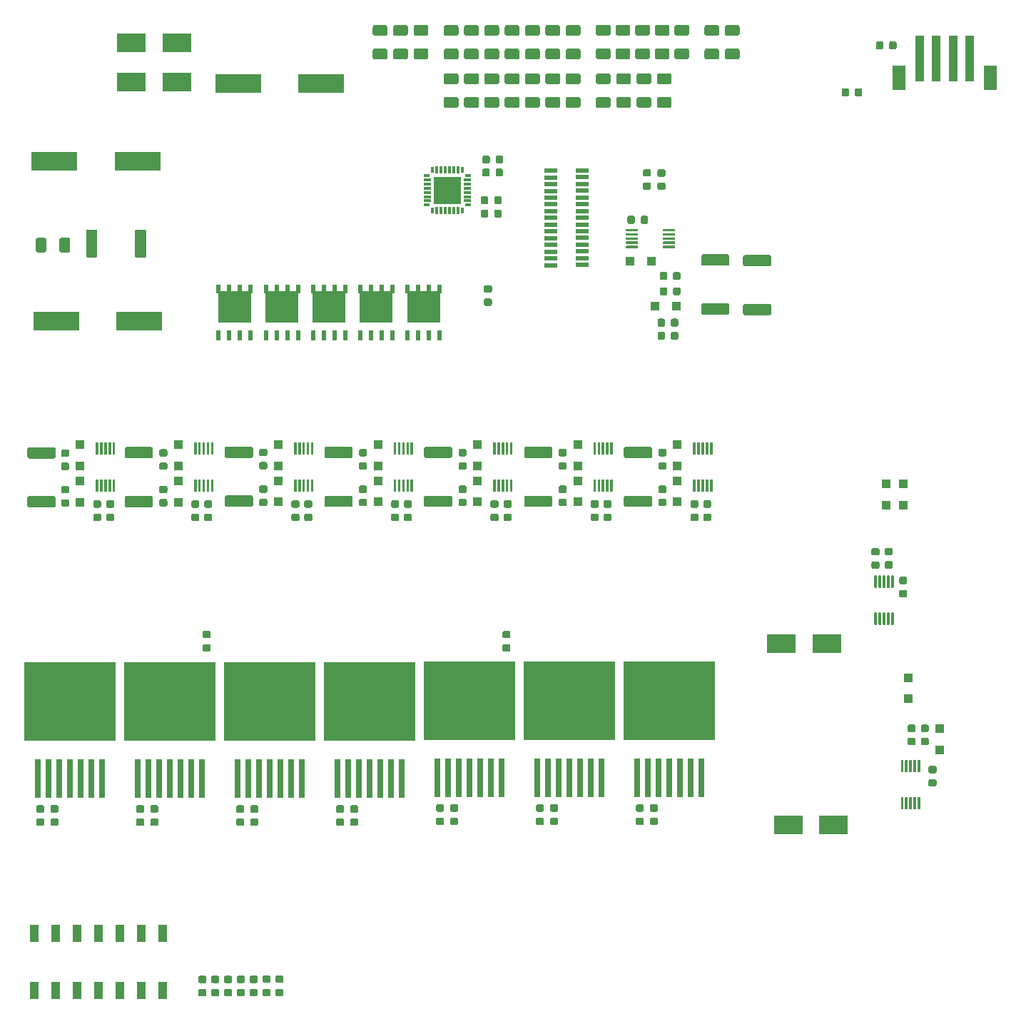
<source format=gtp>
G04 #@! TF.GenerationSoftware,KiCad,Pcbnew,(5.1.5)-3*
G04 #@! TF.CreationDate,2020-08-22T16:36:48+02:00*
G04 #@! TF.ProjectId,AR20_PDM_v1,41523230-5f50-4444-9d5f-76312e6b6963,rev?*
G04 #@! TF.SameCoordinates,Original*
G04 #@! TF.FileFunction,Paste,Top*
G04 #@! TF.FilePolarity,Positive*
%FSLAX46Y46*%
G04 Gerber Fmt 4.6, Leading zero omitted, Abs format (unit mm)*
G04 Created by KiCad (PCBNEW (5.1.5)-3) date 2020-08-22 16:36:48*
%MOMM*%
%LPD*%
G04 APERTURE LIST*
%ADD10R,3.251200X3.251200*%
%ADD11R,0.700000X0.300000*%
%ADD12R,0.812800X0.300000*%
%ADD13R,0.300000X0.700000*%
%ADD14R,0.300000X0.812800*%
%ADD15R,3.500000X2.300000*%
%ADD16C,0.100000*%
%ADD17R,1.500000X0.550000*%
%ADD18R,0.610000X1.270000*%
%ADD19R,0.610000X1.020000*%
%ADD20R,3.910000X3.810000*%
%ADD21R,1.000000X1.000000*%
%ADD22R,10.800000X9.400000*%
%ADD23R,0.800000X4.600000*%
%ADD24R,1.100000X2.100000*%
%ADD25R,5.460000X2.210000*%
%ADD26R,1.600000X3.000000*%
%ADD27R,1.000000X5.500000*%
G04 APERTURE END LIST*
D10*
X86300000Y-48500000D03*
D11*
X88740000Y-46750000D03*
D12*
X88687600Y-47250000D03*
X88687600Y-47750000D03*
X88687600Y-48250000D03*
X88687600Y-48750000D03*
X88687600Y-49250000D03*
X88687600Y-49750000D03*
D11*
X88740000Y-50250000D03*
D13*
X88050000Y-50940000D03*
D14*
X87550000Y-50887600D03*
X87050000Y-50887600D03*
X86550000Y-50887600D03*
X86050000Y-50887600D03*
X85550000Y-50887600D03*
X85050000Y-50887600D03*
D13*
X84550000Y-50940000D03*
D11*
X83860000Y-50250000D03*
D12*
X83912400Y-49750000D03*
X83912400Y-49250000D03*
X83912400Y-48750000D03*
X83912400Y-48250000D03*
X83912400Y-47750000D03*
X83912400Y-47250000D03*
D11*
X83860000Y-46750000D03*
D13*
X84550000Y-46060000D03*
D14*
X85050000Y-46112400D03*
X85550000Y-46112400D03*
X86050000Y-46112400D03*
X86550000Y-46112400D03*
X87050000Y-46112400D03*
X87550000Y-46112400D03*
D13*
X88050000Y-46060000D03*
D15*
X132150000Y-123800000D03*
X126750000Y-123800000D03*
X125910000Y-102260000D03*
X131310000Y-102260000D03*
X54240000Y-30960000D03*
X48840000Y-30960000D03*
X54220000Y-35620000D03*
X48820000Y-35620000D03*
D16*
G36*
X93602691Y-102351053D02*
G01*
X93623926Y-102354203D01*
X93644750Y-102359419D01*
X93664962Y-102366651D01*
X93684368Y-102375830D01*
X93702781Y-102386866D01*
X93720024Y-102399654D01*
X93735930Y-102414070D01*
X93750346Y-102429976D01*
X93763134Y-102447219D01*
X93774170Y-102465632D01*
X93783349Y-102485038D01*
X93790581Y-102505250D01*
X93795797Y-102526074D01*
X93798947Y-102547309D01*
X93800000Y-102568750D01*
X93800000Y-103006250D01*
X93798947Y-103027691D01*
X93795797Y-103048926D01*
X93790581Y-103069750D01*
X93783349Y-103089962D01*
X93774170Y-103109368D01*
X93763134Y-103127781D01*
X93750346Y-103145024D01*
X93735930Y-103160930D01*
X93720024Y-103175346D01*
X93702781Y-103188134D01*
X93684368Y-103199170D01*
X93664962Y-103208349D01*
X93644750Y-103215581D01*
X93623926Y-103220797D01*
X93602691Y-103223947D01*
X93581250Y-103225000D01*
X93068750Y-103225000D01*
X93047309Y-103223947D01*
X93026074Y-103220797D01*
X93005250Y-103215581D01*
X92985038Y-103208349D01*
X92965632Y-103199170D01*
X92947219Y-103188134D01*
X92929976Y-103175346D01*
X92914070Y-103160930D01*
X92899654Y-103145024D01*
X92886866Y-103127781D01*
X92875830Y-103109368D01*
X92866651Y-103089962D01*
X92859419Y-103069750D01*
X92854203Y-103048926D01*
X92851053Y-103027691D01*
X92850000Y-103006250D01*
X92850000Y-102568750D01*
X92851053Y-102547309D01*
X92854203Y-102526074D01*
X92859419Y-102505250D01*
X92866651Y-102485038D01*
X92875830Y-102465632D01*
X92886866Y-102447219D01*
X92899654Y-102429976D01*
X92914070Y-102414070D01*
X92929976Y-102399654D01*
X92947219Y-102386866D01*
X92965632Y-102375830D01*
X92985038Y-102366651D01*
X93005250Y-102359419D01*
X93026074Y-102354203D01*
X93047309Y-102351053D01*
X93068750Y-102350000D01*
X93581250Y-102350000D01*
X93602691Y-102351053D01*
G37*
G36*
X93602691Y-100776053D02*
G01*
X93623926Y-100779203D01*
X93644750Y-100784419D01*
X93664962Y-100791651D01*
X93684368Y-100800830D01*
X93702781Y-100811866D01*
X93720024Y-100824654D01*
X93735930Y-100839070D01*
X93750346Y-100854976D01*
X93763134Y-100872219D01*
X93774170Y-100890632D01*
X93783349Y-100910038D01*
X93790581Y-100930250D01*
X93795797Y-100951074D01*
X93798947Y-100972309D01*
X93800000Y-100993750D01*
X93800000Y-101431250D01*
X93798947Y-101452691D01*
X93795797Y-101473926D01*
X93790581Y-101494750D01*
X93783349Y-101514962D01*
X93774170Y-101534368D01*
X93763134Y-101552781D01*
X93750346Y-101570024D01*
X93735930Y-101585930D01*
X93720024Y-101600346D01*
X93702781Y-101613134D01*
X93684368Y-101624170D01*
X93664962Y-101633349D01*
X93644750Y-101640581D01*
X93623926Y-101645797D01*
X93602691Y-101648947D01*
X93581250Y-101650000D01*
X93068750Y-101650000D01*
X93047309Y-101648947D01*
X93026074Y-101645797D01*
X93005250Y-101640581D01*
X92985038Y-101633349D01*
X92965632Y-101624170D01*
X92947219Y-101613134D01*
X92929976Y-101600346D01*
X92914070Y-101585930D01*
X92899654Y-101570024D01*
X92886866Y-101552781D01*
X92875830Y-101534368D01*
X92866651Y-101514962D01*
X92859419Y-101494750D01*
X92854203Y-101473926D01*
X92851053Y-101452691D01*
X92850000Y-101431250D01*
X92850000Y-100993750D01*
X92851053Y-100972309D01*
X92854203Y-100951074D01*
X92859419Y-100930250D01*
X92866651Y-100910038D01*
X92875830Y-100890632D01*
X92886866Y-100872219D01*
X92899654Y-100854976D01*
X92914070Y-100839070D01*
X92929976Y-100824654D01*
X92947219Y-100811866D01*
X92965632Y-100800830D01*
X92985038Y-100791651D01*
X93005250Y-100784419D01*
X93026074Y-100779203D01*
X93047309Y-100776053D01*
X93068750Y-100775000D01*
X93581250Y-100775000D01*
X93602691Y-100776053D01*
G37*
D17*
X98550000Y-57375400D03*
X102350000Y-57350000D03*
X98550000Y-56575400D03*
X102350000Y-56550000D03*
X98550000Y-55775400D03*
X102350000Y-55750000D03*
X98550000Y-54975400D03*
X102350000Y-54950000D03*
X98550000Y-54175400D03*
X102350000Y-54150000D03*
X98550000Y-53375400D03*
X102350000Y-53350000D03*
X98550000Y-52575400D03*
X102350000Y-52550000D03*
X98550000Y-51775400D03*
X102350000Y-51750000D03*
X98550000Y-50975400D03*
X102350000Y-50950000D03*
X98550000Y-50175400D03*
X102350000Y-50150000D03*
X98550000Y-49375400D03*
X102350000Y-49350000D03*
X98550000Y-48575400D03*
X102350000Y-48550000D03*
X98550000Y-47775400D03*
X102350000Y-47750000D03*
X98550000Y-46975400D03*
X102350000Y-46950000D03*
X98550000Y-46175400D03*
X102350000Y-46150000D03*
D18*
X81575000Y-65700000D03*
X82845000Y-65700000D03*
X84115000Y-65700000D03*
X85385000Y-65700000D03*
D19*
X85385000Y-60235000D03*
X84115000Y-60235000D03*
X82845000Y-60235000D03*
X81575000Y-60235000D03*
D20*
X83480000Y-62340000D03*
D18*
X70370000Y-65695000D03*
X71640000Y-65695000D03*
X72910000Y-65695000D03*
X74180000Y-65695000D03*
D19*
X74180000Y-60230000D03*
X72910000Y-60230000D03*
X71640000Y-60230000D03*
X70370000Y-60230000D03*
D20*
X72275000Y-62335000D03*
D18*
X75970000Y-65695000D03*
X77240000Y-65695000D03*
X78510000Y-65695000D03*
X79780000Y-65695000D03*
D19*
X79780000Y-60230000D03*
X78510000Y-60230000D03*
X77240000Y-60230000D03*
X75970000Y-60230000D03*
D20*
X77875000Y-62335000D03*
D18*
X59170000Y-65695000D03*
X60440000Y-65695000D03*
X61710000Y-65695000D03*
X62980000Y-65695000D03*
D19*
X62980000Y-60230000D03*
X61710000Y-60230000D03*
X60440000Y-60230000D03*
X59170000Y-60230000D03*
D20*
X61075000Y-62335000D03*
D18*
X64770000Y-65695000D03*
X66040000Y-65695000D03*
X67310000Y-65695000D03*
X68580000Y-65695000D03*
D19*
X68580000Y-60230000D03*
X67310000Y-60230000D03*
X66040000Y-60230000D03*
X64770000Y-60230000D03*
D20*
X66675000Y-62335000D03*
D16*
G36*
X91402691Y-59776053D02*
G01*
X91423926Y-59779203D01*
X91444750Y-59784419D01*
X91464962Y-59791651D01*
X91484368Y-59800830D01*
X91502781Y-59811866D01*
X91520024Y-59824654D01*
X91535930Y-59839070D01*
X91550346Y-59854976D01*
X91563134Y-59872219D01*
X91574170Y-59890632D01*
X91583349Y-59910038D01*
X91590581Y-59930250D01*
X91595797Y-59951074D01*
X91598947Y-59972309D01*
X91600000Y-59993750D01*
X91600000Y-60431250D01*
X91598947Y-60452691D01*
X91595797Y-60473926D01*
X91590581Y-60494750D01*
X91583349Y-60514962D01*
X91574170Y-60534368D01*
X91563134Y-60552781D01*
X91550346Y-60570024D01*
X91535930Y-60585930D01*
X91520024Y-60600346D01*
X91502781Y-60613134D01*
X91484368Y-60624170D01*
X91464962Y-60633349D01*
X91444750Y-60640581D01*
X91423926Y-60645797D01*
X91402691Y-60648947D01*
X91381250Y-60650000D01*
X90868750Y-60650000D01*
X90847309Y-60648947D01*
X90826074Y-60645797D01*
X90805250Y-60640581D01*
X90785038Y-60633349D01*
X90765632Y-60624170D01*
X90747219Y-60613134D01*
X90729976Y-60600346D01*
X90714070Y-60585930D01*
X90699654Y-60570024D01*
X90686866Y-60552781D01*
X90675830Y-60534368D01*
X90666651Y-60514962D01*
X90659419Y-60494750D01*
X90654203Y-60473926D01*
X90651053Y-60452691D01*
X90650000Y-60431250D01*
X90650000Y-59993750D01*
X90651053Y-59972309D01*
X90654203Y-59951074D01*
X90659419Y-59930250D01*
X90666651Y-59910038D01*
X90675830Y-59890632D01*
X90686866Y-59872219D01*
X90699654Y-59854976D01*
X90714070Y-59839070D01*
X90729976Y-59824654D01*
X90747219Y-59811866D01*
X90765632Y-59800830D01*
X90785038Y-59791651D01*
X90805250Y-59784419D01*
X90826074Y-59779203D01*
X90847309Y-59776053D01*
X90868750Y-59775000D01*
X91381250Y-59775000D01*
X91402691Y-59776053D01*
G37*
G36*
X91402691Y-61351053D02*
G01*
X91423926Y-61354203D01*
X91444750Y-61359419D01*
X91464962Y-61366651D01*
X91484368Y-61375830D01*
X91502781Y-61386866D01*
X91520024Y-61399654D01*
X91535930Y-61414070D01*
X91550346Y-61429976D01*
X91563134Y-61447219D01*
X91574170Y-61465632D01*
X91583349Y-61485038D01*
X91590581Y-61505250D01*
X91595797Y-61526074D01*
X91598947Y-61547309D01*
X91600000Y-61568750D01*
X91600000Y-62006250D01*
X91598947Y-62027691D01*
X91595797Y-62048926D01*
X91590581Y-62069750D01*
X91583349Y-62089962D01*
X91574170Y-62109368D01*
X91563134Y-62127781D01*
X91550346Y-62145024D01*
X91535930Y-62160930D01*
X91520024Y-62175346D01*
X91502781Y-62188134D01*
X91484368Y-62199170D01*
X91464962Y-62208349D01*
X91444750Y-62215581D01*
X91423926Y-62220797D01*
X91402691Y-62223947D01*
X91381250Y-62225000D01*
X90868750Y-62225000D01*
X90847309Y-62223947D01*
X90826074Y-62220797D01*
X90805250Y-62215581D01*
X90785038Y-62208349D01*
X90765632Y-62199170D01*
X90747219Y-62188134D01*
X90729976Y-62175346D01*
X90714070Y-62160930D01*
X90699654Y-62145024D01*
X90686866Y-62127781D01*
X90675830Y-62109368D01*
X90666651Y-62089962D01*
X90659419Y-62069750D01*
X90654203Y-62048926D01*
X90651053Y-62027691D01*
X90650000Y-62006250D01*
X90650000Y-61568750D01*
X90651053Y-61547309D01*
X90654203Y-61526074D01*
X90659419Y-61505250D01*
X90666651Y-61485038D01*
X90675830Y-61465632D01*
X90686866Y-61447219D01*
X90699654Y-61429976D01*
X90714070Y-61414070D01*
X90729976Y-61399654D01*
X90747219Y-61386866D01*
X90765632Y-61375830D01*
X90785038Y-61366651D01*
X90805250Y-61359419D01*
X90826074Y-61354203D01*
X90847309Y-61351053D01*
X90868750Y-61350000D01*
X91381250Y-61350000D01*
X91402691Y-61351053D01*
G37*
D21*
X42720000Y-81209200D03*
X42720000Y-78709200D03*
D16*
G36*
X91999811Y-82805241D02*
G01*
X92004674Y-82805963D01*
X92009443Y-82807157D01*
X92014072Y-82808814D01*
X92018517Y-82810916D01*
X92022734Y-82813443D01*
X92026683Y-82816372D01*
X92030326Y-82819674D01*
X92033628Y-82823317D01*
X92036557Y-82827266D01*
X92039084Y-82831483D01*
X92041186Y-82835928D01*
X92042843Y-82840557D01*
X92044037Y-82845326D01*
X92044759Y-82850189D01*
X92045000Y-82855100D01*
X92045000Y-84204900D01*
X92044759Y-84209811D01*
X92044037Y-84214674D01*
X92042843Y-84219443D01*
X92041186Y-84224072D01*
X92039084Y-84228517D01*
X92036557Y-84232734D01*
X92033628Y-84236683D01*
X92030326Y-84240326D01*
X92026683Y-84243628D01*
X92022734Y-84246557D01*
X92018517Y-84249084D01*
X92014072Y-84251186D01*
X92009443Y-84252843D01*
X92004674Y-84254037D01*
X91999811Y-84254759D01*
X91994900Y-84255000D01*
X91795100Y-84255000D01*
X91790189Y-84254759D01*
X91785326Y-84254037D01*
X91780557Y-84252843D01*
X91775928Y-84251186D01*
X91771483Y-84249084D01*
X91767266Y-84246557D01*
X91763317Y-84243628D01*
X91759674Y-84240326D01*
X91756372Y-84236683D01*
X91753443Y-84232734D01*
X91750916Y-84228517D01*
X91748814Y-84224072D01*
X91747157Y-84219443D01*
X91745963Y-84214674D01*
X91745241Y-84209811D01*
X91745000Y-84204900D01*
X91745000Y-82855100D01*
X91745241Y-82850189D01*
X91745963Y-82845326D01*
X91747157Y-82840557D01*
X91748814Y-82835928D01*
X91750916Y-82831483D01*
X91753443Y-82827266D01*
X91756372Y-82823317D01*
X91759674Y-82819674D01*
X91763317Y-82816372D01*
X91767266Y-82813443D01*
X91771483Y-82810916D01*
X91775928Y-82808814D01*
X91780557Y-82807157D01*
X91785326Y-82805963D01*
X91790189Y-82805241D01*
X91795100Y-82805000D01*
X91994900Y-82805000D01*
X91999811Y-82805241D01*
G37*
G36*
X92499811Y-82805241D02*
G01*
X92504674Y-82805963D01*
X92509443Y-82807157D01*
X92514072Y-82808814D01*
X92518517Y-82810916D01*
X92522734Y-82813443D01*
X92526683Y-82816372D01*
X92530326Y-82819674D01*
X92533628Y-82823317D01*
X92536557Y-82827266D01*
X92539084Y-82831483D01*
X92541186Y-82835928D01*
X92542843Y-82840557D01*
X92544037Y-82845326D01*
X92544759Y-82850189D01*
X92545000Y-82855100D01*
X92545000Y-84204900D01*
X92544759Y-84209811D01*
X92544037Y-84214674D01*
X92542843Y-84219443D01*
X92541186Y-84224072D01*
X92539084Y-84228517D01*
X92536557Y-84232734D01*
X92533628Y-84236683D01*
X92530326Y-84240326D01*
X92526683Y-84243628D01*
X92522734Y-84246557D01*
X92518517Y-84249084D01*
X92514072Y-84251186D01*
X92509443Y-84252843D01*
X92504674Y-84254037D01*
X92499811Y-84254759D01*
X92494900Y-84255000D01*
X92295100Y-84255000D01*
X92290189Y-84254759D01*
X92285326Y-84254037D01*
X92280557Y-84252843D01*
X92275928Y-84251186D01*
X92271483Y-84249084D01*
X92267266Y-84246557D01*
X92263317Y-84243628D01*
X92259674Y-84240326D01*
X92256372Y-84236683D01*
X92253443Y-84232734D01*
X92250916Y-84228517D01*
X92248814Y-84224072D01*
X92247157Y-84219443D01*
X92245963Y-84214674D01*
X92245241Y-84209811D01*
X92245000Y-84204900D01*
X92245000Y-82855100D01*
X92245241Y-82850189D01*
X92245963Y-82845326D01*
X92247157Y-82840557D01*
X92248814Y-82835928D01*
X92250916Y-82831483D01*
X92253443Y-82827266D01*
X92256372Y-82823317D01*
X92259674Y-82819674D01*
X92263317Y-82816372D01*
X92267266Y-82813443D01*
X92271483Y-82810916D01*
X92275928Y-82808814D01*
X92280557Y-82807157D01*
X92285326Y-82805963D01*
X92290189Y-82805241D01*
X92295100Y-82805000D01*
X92494900Y-82805000D01*
X92499811Y-82805241D01*
G37*
G36*
X92999811Y-82805241D02*
G01*
X93004674Y-82805963D01*
X93009443Y-82807157D01*
X93014072Y-82808814D01*
X93018517Y-82810916D01*
X93022734Y-82813443D01*
X93026683Y-82816372D01*
X93030326Y-82819674D01*
X93033628Y-82823317D01*
X93036557Y-82827266D01*
X93039084Y-82831483D01*
X93041186Y-82835928D01*
X93042843Y-82840557D01*
X93044037Y-82845326D01*
X93044759Y-82850189D01*
X93045000Y-82855100D01*
X93045000Y-84204900D01*
X93044759Y-84209811D01*
X93044037Y-84214674D01*
X93042843Y-84219443D01*
X93041186Y-84224072D01*
X93039084Y-84228517D01*
X93036557Y-84232734D01*
X93033628Y-84236683D01*
X93030326Y-84240326D01*
X93026683Y-84243628D01*
X93022734Y-84246557D01*
X93018517Y-84249084D01*
X93014072Y-84251186D01*
X93009443Y-84252843D01*
X93004674Y-84254037D01*
X92999811Y-84254759D01*
X92994900Y-84255000D01*
X92795100Y-84255000D01*
X92790189Y-84254759D01*
X92785326Y-84254037D01*
X92780557Y-84252843D01*
X92775928Y-84251186D01*
X92771483Y-84249084D01*
X92767266Y-84246557D01*
X92763317Y-84243628D01*
X92759674Y-84240326D01*
X92756372Y-84236683D01*
X92753443Y-84232734D01*
X92750916Y-84228517D01*
X92748814Y-84224072D01*
X92747157Y-84219443D01*
X92745963Y-84214674D01*
X92745241Y-84209811D01*
X92745000Y-84204900D01*
X92745000Y-82855100D01*
X92745241Y-82850189D01*
X92745963Y-82845326D01*
X92747157Y-82840557D01*
X92748814Y-82835928D01*
X92750916Y-82831483D01*
X92753443Y-82827266D01*
X92756372Y-82823317D01*
X92759674Y-82819674D01*
X92763317Y-82816372D01*
X92767266Y-82813443D01*
X92771483Y-82810916D01*
X92775928Y-82808814D01*
X92780557Y-82807157D01*
X92785326Y-82805963D01*
X92790189Y-82805241D01*
X92795100Y-82805000D01*
X92994900Y-82805000D01*
X92999811Y-82805241D01*
G37*
G36*
X93499811Y-82805241D02*
G01*
X93504674Y-82805963D01*
X93509443Y-82807157D01*
X93514072Y-82808814D01*
X93518517Y-82810916D01*
X93522734Y-82813443D01*
X93526683Y-82816372D01*
X93530326Y-82819674D01*
X93533628Y-82823317D01*
X93536557Y-82827266D01*
X93539084Y-82831483D01*
X93541186Y-82835928D01*
X93542843Y-82840557D01*
X93544037Y-82845326D01*
X93544759Y-82850189D01*
X93545000Y-82855100D01*
X93545000Y-84204900D01*
X93544759Y-84209811D01*
X93544037Y-84214674D01*
X93542843Y-84219443D01*
X93541186Y-84224072D01*
X93539084Y-84228517D01*
X93536557Y-84232734D01*
X93533628Y-84236683D01*
X93530326Y-84240326D01*
X93526683Y-84243628D01*
X93522734Y-84246557D01*
X93518517Y-84249084D01*
X93514072Y-84251186D01*
X93509443Y-84252843D01*
X93504674Y-84254037D01*
X93499811Y-84254759D01*
X93494900Y-84255000D01*
X93295100Y-84255000D01*
X93290189Y-84254759D01*
X93285326Y-84254037D01*
X93280557Y-84252843D01*
X93275928Y-84251186D01*
X93271483Y-84249084D01*
X93267266Y-84246557D01*
X93263317Y-84243628D01*
X93259674Y-84240326D01*
X93256372Y-84236683D01*
X93253443Y-84232734D01*
X93250916Y-84228517D01*
X93248814Y-84224072D01*
X93247157Y-84219443D01*
X93245963Y-84214674D01*
X93245241Y-84209811D01*
X93245000Y-84204900D01*
X93245000Y-82855100D01*
X93245241Y-82850189D01*
X93245963Y-82845326D01*
X93247157Y-82840557D01*
X93248814Y-82835928D01*
X93250916Y-82831483D01*
X93253443Y-82827266D01*
X93256372Y-82823317D01*
X93259674Y-82819674D01*
X93263317Y-82816372D01*
X93267266Y-82813443D01*
X93271483Y-82810916D01*
X93275928Y-82808814D01*
X93280557Y-82807157D01*
X93285326Y-82805963D01*
X93290189Y-82805241D01*
X93295100Y-82805000D01*
X93494900Y-82805000D01*
X93499811Y-82805241D01*
G37*
G36*
X93999811Y-82805241D02*
G01*
X94004674Y-82805963D01*
X94009443Y-82807157D01*
X94014072Y-82808814D01*
X94018517Y-82810916D01*
X94022734Y-82813443D01*
X94026683Y-82816372D01*
X94030326Y-82819674D01*
X94033628Y-82823317D01*
X94036557Y-82827266D01*
X94039084Y-82831483D01*
X94041186Y-82835928D01*
X94042843Y-82840557D01*
X94044037Y-82845326D01*
X94044759Y-82850189D01*
X94045000Y-82855100D01*
X94045000Y-84204900D01*
X94044759Y-84209811D01*
X94044037Y-84214674D01*
X94042843Y-84219443D01*
X94041186Y-84224072D01*
X94039084Y-84228517D01*
X94036557Y-84232734D01*
X94033628Y-84236683D01*
X94030326Y-84240326D01*
X94026683Y-84243628D01*
X94022734Y-84246557D01*
X94018517Y-84249084D01*
X94014072Y-84251186D01*
X94009443Y-84252843D01*
X94004674Y-84254037D01*
X93999811Y-84254759D01*
X93994900Y-84255000D01*
X93795100Y-84255000D01*
X93790189Y-84254759D01*
X93785326Y-84254037D01*
X93780557Y-84252843D01*
X93775928Y-84251186D01*
X93771483Y-84249084D01*
X93767266Y-84246557D01*
X93763317Y-84243628D01*
X93759674Y-84240326D01*
X93756372Y-84236683D01*
X93753443Y-84232734D01*
X93750916Y-84228517D01*
X93748814Y-84224072D01*
X93747157Y-84219443D01*
X93745963Y-84214674D01*
X93745241Y-84209811D01*
X93745000Y-84204900D01*
X93745000Y-82855100D01*
X93745241Y-82850189D01*
X93745963Y-82845326D01*
X93747157Y-82840557D01*
X93748814Y-82835928D01*
X93750916Y-82831483D01*
X93753443Y-82827266D01*
X93756372Y-82823317D01*
X93759674Y-82819674D01*
X93763317Y-82816372D01*
X93767266Y-82813443D01*
X93771483Y-82810916D01*
X93775928Y-82808814D01*
X93780557Y-82807157D01*
X93785326Y-82805963D01*
X93790189Y-82805241D01*
X93795100Y-82805000D01*
X93994900Y-82805000D01*
X93999811Y-82805241D01*
G37*
G36*
X91999811Y-78405241D02*
G01*
X92004674Y-78405963D01*
X92009443Y-78407157D01*
X92014072Y-78408814D01*
X92018517Y-78410916D01*
X92022734Y-78413443D01*
X92026683Y-78416372D01*
X92030326Y-78419674D01*
X92033628Y-78423317D01*
X92036557Y-78427266D01*
X92039084Y-78431483D01*
X92041186Y-78435928D01*
X92042843Y-78440557D01*
X92044037Y-78445326D01*
X92044759Y-78450189D01*
X92045000Y-78455100D01*
X92045000Y-79804900D01*
X92044759Y-79809811D01*
X92044037Y-79814674D01*
X92042843Y-79819443D01*
X92041186Y-79824072D01*
X92039084Y-79828517D01*
X92036557Y-79832734D01*
X92033628Y-79836683D01*
X92030326Y-79840326D01*
X92026683Y-79843628D01*
X92022734Y-79846557D01*
X92018517Y-79849084D01*
X92014072Y-79851186D01*
X92009443Y-79852843D01*
X92004674Y-79854037D01*
X91999811Y-79854759D01*
X91994900Y-79855000D01*
X91795100Y-79855000D01*
X91790189Y-79854759D01*
X91785326Y-79854037D01*
X91780557Y-79852843D01*
X91775928Y-79851186D01*
X91771483Y-79849084D01*
X91767266Y-79846557D01*
X91763317Y-79843628D01*
X91759674Y-79840326D01*
X91756372Y-79836683D01*
X91753443Y-79832734D01*
X91750916Y-79828517D01*
X91748814Y-79824072D01*
X91747157Y-79819443D01*
X91745963Y-79814674D01*
X91745241Y-79809811D01*
X91745000Y-79804900D01*
X91745000Y-78455100D01*
X91745241Y-78450189D01*
X91745963Y-78445326D01*
X91747157Y-78440557D01*
X91748814Y-78435928D01*
X91750916Y-78431483D01*
X91753443Y-78427266D01*
X91756372Y-78423317D01*
X91759674Y-78419674D01*
X91763317Y-78416372D01*
X91767266Y-78413443D01*
X91771483Y-78410916D01*
X91775928Y-78408814D01*
X91780557Y-78407157D01*
X91785326Y-78405963D01*
X91790189Y-78405241D01*
X91795100Y-78405000D01*
X91994900Y-78405000D01*
X91999811Y-78405241D01*
G37*
G36*
X92499811Y-78405241D02*
G01*
X92504674Y-78405963D01*
X92509443Y-78407157D01*
X92514072Y-78408814D01*
X92518517Y-78410916D01*
X92522734Y-78413443D01*
X92526683Y-78416372D01*
X92530326Y-78419674D01*
X92533628Y-78423317D01*
X92536557Y-78427266D01*
X92539084Y-78431483D01*
X92541186Y-78435928D01*
X92542843Y-78440557D01*
X92544037Y-78445326D01*
X92544759Y-78450189D01*
X92545000Y-78455100D01*
X92545000Y-79804900D01*
X92544759Y-79809811D01*
X92544037Y-79814674D01*
X92542843Y-79819443D01*
X92541186Y-79824072D01*
X92539084Y-79828517D01*
X92536557Y-79832734D01*
X92533628Y-79836683D01*
X92530326Y-79840326D01*
X92526683Y-79843628D01*
X92522734Y-79846557D01*
X92518517Y-79849084D01*
X92514072Y-79851186D01*
X92509443Y-79852843D01*
X92504674Y-79854037D01*
X92499811Y-79854759D01*
X92494900Y-79855000D01*
X92295100Y-79855000D01*
X92290189Y-79854759D01*
X92285326Y-79854037D01*
X92280557Y-79852843D01*
X92275928Y-79851186D01*
X92271483Y-79849084D01*
X92267266Y-79846557D01*
X92263317Y-79843628D01*
X92259674Y-79840326D01*
X92256372Y-79836683D01*
X92253443Y-79832734D01*
X92250916Y-79828517D01*
X92248814Y-79824072D01*
X92247157Y-79819443D01*
X92245963Y-79814674D01*
X92245241Y-79809811D01*
X92245000Y-79804900D01*
X92245000Y-78455100D01*
X92245241Y-78450189D01*
X92245963Y-78445326D01*
X92247157Y-78440557D01*
X92248814Y-78435928D01*
X92250916Y-78431483D01*
X92253443Y-78427266D01*
X92256372Y-78423317D01*
X92259674Y-78419674D01*
X92263317Y-78416372D01*
X92267266Y-78413443D01*
X92271483Y-78410916D01*
X92275928Y-78408814D01*
X92280557Y-78407157D01*
X92285326Y-78405963D01*
X92290189Y-78405241D01*
X92295100Y-78405000D01*
X92494900Y-78405000D01*
X92499811Y-78405241D01*
G37*
G36*
X92999811Y-78405241D02*
G01*
X93004674Y-78405963D01*
X93009443Y-78407157D01*
X93014072Y-78408814D01*
X93018517Y-78410916D01*
X93022734Y-78413443D01*
X93026683Y-78416372D01*
X93030326Y-78419674D01*
X93033628Y-78423317D01*
X93036557Y-78427266D01*
X93039084Y-78431483D01*
X93041186Y-78435928D01*
X93042843Y-78440557D01*
X93044037Y-78445326D01*
X93044759Y-78450189D01*
X93045000Y-78455100D01*
X93045000Y-79804900D01*
X93044759Y-79809811D01*
X93044037Y-79814674D01*
X93042843Y-79819443D01*
X93041186Y-79824072D01*
X93039084Y-79828517D01*
X93036557Y-79832734D01*
X93033628Y-79836683D01*
X93030326Y-79840326D01*
X93026683Y-79843628D01*
X93022734Y-79846557D01*
X93018517Y-79849084D01*
X93014072Y-79851186D01*
X93009443Y-79852843D01*
X93004674Y-79854037D01*
X92999811Y-79854759D01*
X92994900Y-79855000D01*
X92795100Y-79855000D01*
X92790189Y-79854759D01*
X92785326Y-79854037D01*
X92780557Y-79852843D01*
X92775928Y-79851186D01*
X92771483Y-79849084D01*
X92767266Y-79846557D01*
X92763317Y-79843628D01*
X92759674Y-79840326D01*
X92756372Y-79836683D01*
X92753443Y-79832734D01*
X92750916Y-79828517D01*
X92748814Y-79824072D01*
X92747157Y-79819443D01*
X92745963Y-79814674D01*
X92745241Y-79809811D01*
X92745000Y-79804900D01*
X92745000Y-78455100D01*
X92745241Y-78450189D01*
X92745963Y-78445326D01*
X92747157Y-78440557D01*
X92748814Y-78435928D01*
X92750916Y-78431483D01*
X92753443Y-78427266D01*
X92756372Y-78423317D01*
X92759674Y-78419674D01*
X92763317Y-78416372D01*
X92767266Y-78413443D01*
X92771483Y-78410916D01*
X92775928Y-78408814D01*
X92780557Y-78407157D01*
X92785326Y-78405963D01*
X92790189Y-78405241D01*
X92795100Y-78405000D01*
X92994900Y-78405000D01*
X92999811Y-78405241D01*
G37*
G36*
X93499811Y-78405241D02*
G01*
X93504674Y-78405963D01*
X93509443Y-78407157D01*
X93514072Y-78408814D01*
X93518517Y-78410916D01*
X93522734Y-78413443D01*
X93526683Y-78416372D01*
X93530326Y-78419674D01*
X93533628Y-78423317D01*
X93536557Y-78427266D01*
X93539084Y-78431483D01*
X93541186Y-78435928D01*
X93542843Y-78440557D01*
X93544037Y-78445326D01*
X93544759Y-78450189D01*
X93545000Y-78455100D01*
X93545000Y-79804900D01*
X93544759Y-79809811D01*
X93544037Y-79814674D01*
X93542843Y-79819443D01*
X93541186Y-79824072D01*
X93539084Y-79828517D01*
X93536557Y-79832734D01*
X93533628Y-79836683D01*
X93530326Y-79840326D01*
X93526683Y-79843628D01*
X93522734Y-79846557D01*
X93518517Y-79849084D01*
X93514072Y-79851186D01*
X93509443Y-79852843D01*
X93504674Y-79854037D01*
X93499811Y-79854759D01*
X93494900Y-79855000D01*
X93295100Y-79855000D01*
X93290189Y-79854759D01*
X93285326Y-79854037D01*
X93280557Y-79852843D01*
X93275928Y-79851186D01*
X93271483Y-79849084D01*
X93267266Y-79846557D01*
X93263317Y-79843628D01*
X93259674Y-79840326D01*
X93256372Y-79836683D01*
X93253443Y-79832734D01*
X93250916Y-79828517D01*
X93248814Y-79824072D01*
X93247157Y-79819443D01*
X93245963Y-79814674D01*
X93245241Y-79809811D01*
X93245000Y-79804900D01*
X93245000Y-78455100D01*
X93245241Y-78450189D01*
X93245963Y-78445326D01*
X93247157Y-78440557D01*
X93248814Y-78435928D01*
X93250916Y-78431483D01*
X93253443Y-78427266D01*
X93256372Y-78423317D01*
X93259674Y-78419674D01*
X93263317Y-78416372D01*
X93267266Y-78413443D01*
X93271483Y-78410916D01*
X93275928Y-78408814D01*
X93280557Y-78407157D01*
X93285326Y-78405963D01*
X93290189Y-78405241D01*
X93295100Y-78405000D01*
X93494900Y-78405000D01*
X93499811Y-78405241D01*
G37*
G36*
X93999811Y-78405241D02*
G01*
X94004674Y-78405963D01*
X94009443Y-78407157D01*
X94014072Y-78408814D01*
X94018517Y-78410916D01*
X94022734Y-78413443D01*
X94026683Y-78416372D01*
X94030326Y-78419674D01*
X94033628Y-78423317D01*
X94036557Y-78427266D01*
X94039084Y-78431483D01*
X94041186Y-78435928D01*
X94042843Y-78440557D01*
X94044037Y-78445326D01*
X94044759Y-78450189D01*
X94045000Y-78455100D01*
X94045000Y-79804900D01*
X94044759Y-79809811D01*
X94044037Y-79814674D01*
X94042843Y-79819443D01*
X94041186Y-79824072D01*
X94039084Y-79828517D01*
X94036557Y-79832734D01*
X94033628Y-79836683D01*
X94030326Y-79840326D01*
X94026683Y-79843628D01*
X94022734Y-79846557D01*
X94018517Y-79849084D01*
X94014072Y-79851186D01*
X94009443Y-79852843D01*
X94004674Y-79854037D01*
X93999811Y-79854759D01*
X93994900Y-79855000D01*
X93795100Y-79855000D01*
X93790189Y-79854759D01*
X93785326Y-79854037D01*
X93780557Y-79852843D01*
X93775928Y-79851186D01*
X93771483Y-79849084D01*
X93767266Y-79846557D01*
X93763317Y-79843628D01*
X93759674Y-79840326D01*
X93756372Y-79836683D01*
X93753443Y-79832734D01*
X93750916Y-79828517D01*
X93748814Y-79824072D01*
X93747157Y-79819443D01*
X93745963Y-79814674D01*
X93745241Y-79809811D01*
X93745000Y-79804900D01*
X93745000Y-78455100D01*
X93745241Y-78450189D01*
X93745963Y-78445326D01*
X93747157Y-78440557D01*
X93748814Y-78435928D01*
X93750916Y-78431483D01*
X93753443Y-78427266D01*
X93756372Y-78423317D01*
X93759674Y-78419674D01*
X93763317Y-78416372D01*
X93767266Y-78413443D01*
X93771483Y-78410916D01*
X93775928Y-78408814D01*
X93780557Y-78407157D01*
X93785326Y-78405963D01*
X93790189Y-78405241D01*
X93795100Y-78405000D01*
X93994900Y-78405000D01*
X93999811Y-78405241D01*
G37*
G36*
X115902691Y-86863453D02*
G01*
X115923926Y-86866603D01*
X115944750Y-86871819D01*
X115964962Y-86879051D01*
X115984368Y-86888230D01*
X116002781Y-86899266D01*
X116020024Y-86912054D01*
X116035930Y-86926470D01*
X116050346Y-86942376D01*
X116063134Y-86959619D01*
X116074170Y-86978032D01*
X116083349Y-86997438D01*
X116090581Y-87017650D01*
X116095797Y-87038474D01*
X116098947Y-87059709D01*
X116100000Y-87081150D01*
X116100000Y-87518650D01*
X116098947Y-87540091D01*
X116095797Y-87561326D01*
X116090581Y-87582150D01*
X116083349Y-87602362D01*
X116074170Y-87621768D01*
X116063134Y-87640181D01*
X116050346Y-87657424D01*
X116035930Y-87673330D01*
X116020024Y-87687746D01*
X116002781Y-87700534D01*
X115984368Y-87711570D01*
X115964962Y-87720749D01*
X115944750Y-87727981D01*
X115923926Y-87733197D01*
X115902691Y-87736347D01*
X115881250Y-87737400D01*
X115368750Y-87737400D01*
X115347309Y-87736347D01*
X115326074Y-87733197D01*
X115305250Y-87727981D01*
X115285038Y-87720749D01*
X115265632Y-87711570D01*
X115247219Y-87700534D01*
X115229976Y-87687746D01*
X115214070Y-87673330D01*
X115199654Y-87657424D01*
X115186866Y-87640181D01*
X115175830Y-87621768D01*
X115166651Y-87602362D01*
X115159419Y-87582150D01*
X115154203Y-87561326D01*
X115151053Y-87540091D01*
X115150000Y-87518650D01*
X115150000Y-87081150D01*
X115151053Y-87059709D01*
X115154203Y-87038474D01*
X115159419Y-87017650D01*
X115166651Y-86997438D01*
X115175830Y-86978032D01*
X115186866Y-86959619D01*
X115199654Y-86942376D01*
X115214070Y-86926470D01*
X115229976Y-86912054D01*
X115247219Y-86899266D01*
X115265632Y-86888230D01*
X115285038Y-86879051D01*
X115305250Y-86871819D01*
X115326074Y-86866603D01*
X115347309Y-86863453D01*
X115368750Y-86862400D01*
X115881250Y-86862400D01*
X115902691Y-86863453D01*
G37*
G36*
X115902691Y-85288453D02*
G01*
X115923926Y-85291603D01*
X115944750Y-85296819D01*
X115964962Y-85304051D01*
X115984368Y-85313230D01*
X116002781Y-85324266D01*
X116020024Y-85337054D01*
X116035930Y-85351470D01*
X116050346Y-85367376D01*
X116063134Y-85384619D01*
X116074170Y-85403032D01*
X116083349Y-85422438D01*
X116090581Y-85442650D01*
X116095797Y-85463474D01*
X116098947Y-85484709D01*
X116100000Y-85506150D01*
X116100000Y-85943650D01*
X116098947Y-85965091D01*
X116095797Y-85986326D01*
X116090581Y-86007150D01*
X116083349Y-86027362D01*
X116074170Y-86046768D01*
X116063134Y-86065181D01*
X116050346Y-86082424D01*
X116035930Y-86098330D01*
X116020024Y-86112746D01*
X116002781Y-86125534D01*
X115984368Y-86136570D01*
X115964962Y-86145749D01*
X115944750Y-86152981D01*
X115923926Y-86158197D01*
X115902691Y-86161347D01*
X115881250Y-86162400D01*
X115368750Y-86162400D01*
X115347309Y-86161347D01*
X115326074Y-86158197D01*
X115305250Y-86152981D01*
X115285038Y-86145749D01*
X115265632Y-86136570D01*
X115247219Y-86125534D01*
X115229976Y-86112746D01*
X115214070Y-86098330D01*
X115199654Y-86082424D01*
X115186866Y-86065181D01*
X115175830Y-86046768D01*
X115166651Y-86027362D01*
X115159419Y-86007150D01*
X115154203Y-85986326D01*
X115151053Y-85965091D01*
X115150000Y-85943650D01*
X115150000Y-85506150D01*
X115151053Y-85484709D01*
X115154203Y-85463474D01*
X115159419Y-85442650D01*
X115166651Y-85422438D01*
X115175830Y-85403032D01*
X115186866Y-85384619D01*
X115199654Y-85367376D01*
X115214070Y-85351470D01*
X115229976Y-85337054D01*
X115247219Y-85324266D01*
X115265632Y-85313230D01*
X115285038Y-85304051D01*
X115305250Y-85296819D01*
X115326074Y-85291603D01*
X115347309Y-85288453D01*
X115368750Y-85287400D01*
X115881250Y-85287400D01*
X115902691Y-85288453D01*
G37*
G36*
X108352691Y-51526053D02*
G01*
X108373926Y-51529203D01*
X108394750Y-51534419D01*
X108414962Y-51541651D01*
X108434368Y-51550830D01*
X108452781Y-51561866D01*
X108470024Y-51574654D01*
X108485930Y-51589070D01*
X108500346Y-51604976D01*
X108513134Y-51622219D01*
X108524170Y-51640632D01*
X108533349Y-51660038D01*
X108540581Y-51680250D01*
X108545797Y-51701074D01*
X108548947Y-51722309D01*
X108550000Y-51743750D01*
X108550000Y-52256250D01*
X108548947Y-52277691D01*
X108545797Y-52298926D01*
X108540581Y-52319750D01*
X108533349Y-52339962D01*
X108524170Y-52359368D01*
X108513134Y-52377781D01*
X108500346Y-52395024D01*
X108485930Y-52410930D01*
X108470024Y-52425346D01*
X108452781Y-52438134D01*
X108434368Y-52449170D01*
X108414962Y-52458349D01*
X108394750Y-52465581D01*
X108373926Y-52470797D01*
X108352691Y-52473947D01*
X108331250Y-52475000D01*
X107893750Y-52475000D01*
X107872309Y-52473947D01*
X107851074Y-52470797D01*
X107830250Y-52465581D01*
X107810038Y-52458349D01*
X107790632Y-52449170D01*
X107772219Y-52438134D01*
X107754976Y-52425346D01*
X107739070Y-52410930D01*
X107724654Y-52395024D01*
X107711866Y-52377781D01*
X107700830Y-52359368D01*
X107691651Y-52339962D01*
X107684419Y-52319750D01*
X107679203Y-52298926D01*
X107676053Y-52277691D01*
X107675000Y-52256250D01*
X107675000Y-51743750D01*
X107676053Y-51722309D01*
X107679203Y-51701074D01*
X107684419Y-51680250D01*
X107691651Y-51660038D01*
X107700830Y-51640632D01*
X107711866Y-51622219D01*
X107724654Y-51604976D01*
X107739070Y-51589070D01*
X107754976Y-51574654D01*
X107772219Y-51561866D01*
X107790632Y-51550830D01*
X107810038Y-51541651D01*
X107830250Y-51534419D01*
X107851074Y-51529203D01*
X107872309Y-51526053D01*
X107893750Y-51525000D01*
X108331250Y-51525000D01*
X108352691Y-51526053D01*
G37*
G36*
X109927691Y-51526053D02*
G01*
X109948926Y-51529203D01*
X109969750Y-51534419D01*
X109989962Y-51541651D01*
X110009368Y-51550830D01*
X110027781Y-51561866D01*
X110045024Y-51574654D01*
X110060930Y-51589070D01*
X110075346Y-51604976D01*
X110088134Y-51622219D01*
X110099170Y-51640632D01*
X110108349Y-51660038D01*
X110115581Y-51680250D01*
X110120797Y-51701074D01*
X110123947Y-51722309D01*
X110125000Y-51743750D01*
X110125000Y-52256250D01*
X110123947Y-52277691D01*
X110120797Y-52298926D01*
X110115581Y-52319750D01*
X110108349Y-52339962D01*
X110099170Y-52359368D01*
X110088134Y-52377781D01*
X110075346Y-52395024D01*
X110060930Y-52410930D01*
X110045024Y-52425346D01*
X110027781Y-52438134D01*
X110009368Y-52449170D01*
X109989962Y-52458349D01*
X109969750Y-52465581D01*
X109948926Y-52470797D01*
X109927691Y-52473947D01*
X109906250Y-52475000D01*
X109468750Y-52475000D01*
X109447309Y-52473947D01*
X109426074Y-52470797D01*
X109405250Y-52465581D01*
X109385038Y-52458349D01*
X109365632Y-52449170D01*
X109347219Y-52438134D01*
X109329976Y-52425346D01*
X109314070Y-52410930D01*
X109299654Y-52395024D01*
X109286866Y-52377781D01*
X109275830Y-52359368D01*
X109266651Y-52339962D01*
X109259419Y-52319750D01*
X109254203Y-52298926D01*
X109251053Y-52277691D01*
X109250000Y-52256250D01*
X109250000Y-51743750D01*
X109251053Y-51722309D01*
X109254203Y-51701074D01*
X109259419Y-51680250D01*
X109266651Y-51660038D01*
X109275830Y-51640632D01*
X109286866Y-51622219D01*
X109299654Y-51604976D01*
X109314070Y-51589070D01*
X109329976Y-51574654D01*
X109347219Y-51561866D01*
X109365632Y-51550830D01*
X109385038Y-51541651D01*
X109405250Y-51534419D01*
X109426074Y-51529203D01*
X109447309Y-51526053D01*
X109468750Y-51525000D01*
X109906250Y-51525000D01*
X109927691Y-51526053D01*
G37*
D22*
X100803200Y-109045400D03*
D23*
X96993200Y-118195400D03*
X98263200Y-118195400D03*
X99533200Y-118195400D03*
X104613200Y-118195400D03*
X103343200Y-118195400D03*
X102073200Y-118195400D03*
X100803200Y-118195400D03*
D16*
G36*
X39952491Y-123033053D02*
G01*
X39973726Y-123036203D01*
X39994550Y-123041419D01*
X40014762Y-123048651D01*
X40034168Y-123057830D01*
X40052581Y-123068866D01*
X40069824Y-123081654D01*
X40085730Y-123096070D01*
X40100146Y-123111976D01*
X40112934Y-123129219D01*
X40123970Y-123147632D01*
X40133149Y-123167038D01*
X40140381Y-123187250D01*
X40145597Y-123208074D01*
X40148747Y-123229309D01*
X40149800Y-123250750D01*
X40149800Y-123688250D01*
X40148747Y-123709691D01*
X40145597Y-123730926D01*
X40140381Y-123751750D01*
X40133149Y-123771962D01*
X40123970Y-123791368D01*
X40112934Y-123809781D01*
X40100146Y-123827024D01*
X40085730Y-123842930D01*
X40069824Y-123857346D01*
X40052581Y-123870134D01*
X40034168Y-123881170D01*
X40014762Y-123890349D01*
X39994550Y-123897581D01*
X39973726Y-123902797D01*
X39952491Y-123905947D01*
X39931050Y-123907000D01*
X39418550Y-123907000D01*
X39397109Y-123905947D01*
X39375874Y-123902797D01*
X39355050Y-123897581D01*
X39334838Y-123890349D01*
X39315432Y-123881170D01*
X39297019Y-123870134D01*
X39279776Y-123857346D01*
X39263870Y-123842930D01*
X39249454Y-123827024D01*
X39236666Y-123809781D01*
X39225630Y-123791368D01*
X39216451Y-123771962D01*
X39209219Y-123751750D01*
X39204003Y-123730926D01*
X39200853Y-123709691D01*
X39199800Y-123688250D01*
X39199800Y-123250750D01*
X39200853Y-123229309D01*
X39204003Y-123208074D01*
X39209219Y-123187250D01*
X39216451Y-123167038D01*
X39225630Y-123147632D01*
X39236666Y-123129219D01*
X39249454Y-123111976D01*
X39263870Y-123096070D01*
X39279776Y-123081654D01*
X39297019Y-123068866D01*
X39315432Y-123057830D01*
X39334838Y-123048651D01*
X39355050Y-123041419D01*
X39375874Y-123036203D01*
X39397109Y-123033053D01*
X39418550Y-123032000D01*
X39931050Y-123032000D01*
X39952491Y-123033053D01*
G37*
G36*
X39952491Y-121458053D02*
G01*
X39973726Y-121461203D01*
X39994550Y-121466419D01*
X40014762Y-121473651D01*
X40034168Y-121482830D01*
X40052581Y-121493866D01*
X40069824Y-121506654D01*
X40085730Y-121521070D01*
X40100146Y-121536976D01*
X40112934Y-121554219D01*
X40123970Y-121572632D01*
X40133149Y-121592038D01*
X40140381Y-121612250D01*
X40145597Y-121633074D01*
X40148747Y-121654309D01*
X40149800Y-121675750D01*
X40149800Y-122113250D01*
X40148747Y-122134691D01*
X40145597Y-122155926D01*
X40140381Y-122176750D01*
X40133149Y-122196962D01*
X40123970Y-122216368D01*
X40112934Y-122234781D01*
X40100146Y-122252024D01*
X40085730Y-122267930D01*
X40069824Y-122282346D01*
X40052581Y-122295134D01*
X40034168Y-122306170D01*
X40014762Y-122315349D01*
X39994550Y-122322581D01*
X39973726Y-122327797D01*
X39952491Y-122330947D01*
X39931050Y-122332000D01*
X39418550Y-122332000D01*
X39397109Y-122330947D01*
X39375874Y-122327797D01*
X39355050Y-122322581D01*
X39334838Y-122315349D01*
X39315432Y-122306170D01*
X39297019Y-122295134D01*
X39279776Y-122282346D01*
X39263870Y-122267930D01*
X39249454Y-122252024D01*
X39236666Y-122234781D01*
X39225630Y-122216368D01*
X39216451Y-122196962D01*
X39209219Y-122176750D01*
X39204003Y-122155926D01*
X39200853Y-122134691D01*
X39199800Y-122113250D01*
X39199800Y-121675750D01*
X39200853Y-121654309D01*
X39204003Y-121633074D01*
X39209219Y-121612250D01*
X39216451Y-121592038D01*
X39225630Y-121572632D01*
X39236666Y-121554219D01*
X39249454Y-121536976D01*
X39263870Y-121521070D01*
X39279776Y-121506654D01*
X39297019Y-121493866D01*
X39315432Y-121482830D01*
X39334838Y-121473651D01*
X39355050Y-121466419D01*
X39375874Y-121461203D01*
X39397109Y-121458053D01*
X39418550Y-121457000D01*
X39931050Y-121457000D01*
X39952491Y-121458053D01*
G37*
D24*
X52520000Y-143475000D03*
X52520000Y-136675000D03*
X49980000Y-143475000D03*
X49980000Y-136675000D03*
X47440000Y-143475000D03*
X47440000Y-136675000D03*
X44900000Y-143475000D03*
X44900000Y-136675000D03*
X42360000Y-143475000D03*
X42360000Y-136675000D03*
X39820000Y-143475000D03*
X39820000Y-136675000D03*
X37280000Y-143475000D03*
X37280000Y-136675000D03*
D16*
G36*
X56504811Y-82805241D02*
G01*
X56509674Y-82805963D01*
X56514443Y-82807157D01*
X56519072Y-82808814D01*
X56523517Y-82810916D01*
X56527734Y-82813443D01*
X56531683Y-82816372D01*
X56535326Y-82819674D01*
X56538628Y-82823317D01*
X56541557Y-82827266D01*
X56544084Y-82831483D01*
X56546186Y-82835928D01*
X56547843Y-82840557D01*
X56549037Y-82845326D01*
X56549759Y-82850189D01*
X56550000Y-82855100D01*
X56550000Y-84204900D01*
X56549759Y-84209811D01*
X56549037Y-84214674D01*
X56547843Y-84219443D01*
X56546186Y-84224072D01*
X56544084Y-84228517D01*
X56541557Y-84232734D01*
X56538628Y-84236683D01*
X56535326Y-84240326D01*
X56531683Y-84243628D01*
X56527734Y-84246557D01*
X56523517Y-84249084D01*
X56519072Y-84251186D01*
X56514443Y-84252843D01*
X56509674Y-84254037D01*
X56504811Y-84254759D01*
X56499900Y-84255000D01*
X56300100Y-84255000D01*
X56295189Y-84254759D01*
X56290326Y-84254037D01*
X56285557Y-84252843D01*
X56280928Y-84251186D01*
X56276483Y-84249084D01*
X56272266Y-84246557D01*
X56268317Y-84243628D01*
X56264674Y-84240326D01*
X56261372Y-84236683D01*
X56258443Y-84232734D01*
X56255916Y-84228517D01*
X56253814Y-84224072D01*
X56252157Y-84219443D01*
X56250963Y-84214674D01*
X56250241Y-84209811D01*
X56250000Y-84204900D01*
X56250000Y-82855100D01*
X56250241Y-82850189D01*
X56250963Y-82845326D01*
X56252157Y-82840557D01*
X56253814Y-82835928D01*
X56255916Y-82831483D01*
X56258443Y-82827266D01*
X56261372Y-82823317D01*
X56264674Y-82819674D01*
X56268317Y-82816372D01*
X56272266Y-82813443D01*
X56276483Y-82810916D01*
X56280928Y-82808814D01*
X56285557Y-82807157D01*
X56290326Y-82805963D01*
X56295189Y-82805241D01*
X56300100Y-82805000D01*
X56499900Y-82805000D01*
X56504811Y-82805241D01*
G37*
G36*
X57004811Y-82805241D02*
G01*
X57009674Y-82805963D01*
X57014443Y-82807157D01*
X57019072Y-82808814D01*
X57023517Y-82810916D01*
X57027734Y-82813443D01*
X57031683Y-82816372D01*
X57035326Y-82819674D01*
X57038628Y-82823317D01*
X57041557Y-82827266D01*
X57044084Y-82831483D01*
X57046186Y-82835928D01*
X57047843Y-82840557D01*
X57049037Y-82845326D01*
X57049759Y-82850189D01*
X57050000Y-82855100D01*
X57050000Y-84204900D01*
X57049759Y-84209811D01*
X57049037Y-84214674D01*
X57047843Y-84219443D01*
X57046186Y-84224072D01*
X57044084Y-84228517D01*
X57041557Y-84232734D01*
X57038628Y-84236683D01*
X57035326Y-84240326D01*
X57031683Y-84243628D01*
X57027734Y-84246557D01*
X57023517Y-84249084D01*
X57019072Y-84251186D01*
X57014443Y-84252843D01*
X57009674Y-84254037D01*
X57004811Y-84254759D01*
X56999900Y-84255000D01*
X56800100Y-84255000D01*
X56795189Y-84254759D01*
X56790326Y-84254037D01*
X56785557Y-84252843D01*
X56780928Y-84251186D01*
X56776483Y-84249084D01*
X56772266Y-84246557D01*
X56768317Y-84243628D01*
X56764674Y-84240326D01*
X56761372Y-84236683D01*
X56758443Y-84232734D01*
X56755916Y-84228517D01*
X56753814Y-84224072D01*
X56752157Y-84219443D01*
X56750963Y-84214674D01*
X56750241Y-84209811D01*
X56750000Y-84204900D01*
X56750000Y-82855100D01*
X56750241Y-82850189D01*
X56750963Y-82845326D01*
X56752157Y-82840557D01*
X56753814Y-82835928D01*
X56755916Y-82831483D01*
X56758443Y-82827266D01*
X56761372Y-82823317D01*
X56764674Y-82819674D01*
X56768317Y-82816372D01*
X56772266Y-82813443D01*
X56776483Y-82810916D01*
X56780928Y-82808814D01*
X56785557Y-82807157D01*
X56790326Y-82805963D01*
X56795189Y-82805241D01*
X56800100Y-82805000D01*
X56999900Y-82805000D01*
X57004811Y-82805241D01*
G37*
G36*
X57504811Y-82805241D02*
G01*
X57509674Y-82805963D01*
X57514443Y-82807157D01*
X57519072Y-82808814D01*
X57523517Y-82810916D01*
X57527734Y-82813443D01*
X57531683Y-82816372D01*
X57535326Y-82819674D01*
X57538628Y-82823317D01*
X57541557Y-82827266D01*
X57544084Y-82831483D01*
X57546186Y-82835928D01*
X57547843Y-82840557D01*
X57549037Y-82845326D01*
X57549759Y-82850189D01*
X57550000Y-82855100D01*
X57550000Y-84204900D01*
X57549759Y-84209811D01*
X57549037Y-84214674D01*
X57547843Y-84219443D01*
X57546186Y-84224072D01*
X57544084Y-84228517D01*
X57541557Y-84232734D01*
X57538628Y-84236683D01*
X57535326Y-84240326D01*
X57531683Y-84243628D01*
X57527734Y-84246557D01*
X57523517Y-84249084D01*
X57519072Y-84251186D01*
X57514443Y-84252843D01*
X57509674Y-84254037D01*
X57504811Y-84254759D01*
X57499900Y-84255000D01*
X57300100Y-84255000D01*
X57295189Y-84254759D01*
X57290326Y-84254037D01*
X57285557Y-84252843D01*
X57280928Y-84251186D01*
X57276483Y-84249084D01*
X57272266Y-84246557D01*
X57268317Y-84243628D01*
X57264674Y-84240326D01*
X57261372Y-84236683D01*
X57258443Y-84232734D01*
X57255916Y-84228517D01*
X57253814Y-84224072D01*
X57252157Y-84219443D01*
X57250963Y-84214674D01*
X57250241Y-84209811D01*
X57250000Y-84204900D01*
X57250000Y-82855100D01*
X57250241Y-82850189D01*
X57250963Y-82845326D01*
X57252157Y-82840557D01*
X57253814Y-82835928D01*
X57255916Y-82831483D01*
X57258443Y-82827266D01*
X57261372Y-82823317D01*
X57264674Y-82819674D01*
X57268317Y-82816372D01*
X57272266Y-82813443D01*
X57276483Y-82810916D01*
X57280928Y-82808814D01*
X57285557Y-82807157D01*
X57290326Y-82805963D01*
X57295189Y-82805241D01*
X57300100Y-82805000D01*
X57499900Y-82805000D01*
X57504811Y-82805241D01*
G37*
G36*
X58004811Y-82805241D02*
G01*
X58009674Y-82805963D01*
X58014443Y-82807157D01*
X58019072Y-82808814D01*
X58023517Y-82810916D01*
X58027734Y-82813443D01*
X58031683Y-82816372D01*
X58035326Y-82819674D01*
X58038628Y-82823317D01*
X58041557Y-82827266D01*
X58044084Y-82831483D01*
X58046186Y-82835928D01*
X58047843Y-82840557D01*
X58049037Y-82845326D01*
X58049759Y-82850189D01*
X58050000Y-82855100D01*
X58050000Y-84204900D01*
X58049759Y-84209811D01*
X58049037Y-84214674D01*
X58047843Y-84219443D01*
X58046186Y-84224072D01*
X58044084Y-84228517D01*
X58041557Y-84232734D01*
X58038628Y-84236683D01*
X58035326Y-84240326D01*
X58031683Y-84243628D01*
X58027734Y-84246557D01*
X58023517Y-84249084D01*
X58019072Y-84251186D01*
X58014443Y-84252843D01*
X58009674Y-84254037D01*
X58004811Y-84254759D01*
X57999900Y-84255000D01*
X57800100Y-84255000D01*
X57795189Y-84254759D01*
X57790326Y-84254037D01*
X57785557Y-84252843D01*
X57780928Y-84251186D01*
X57776483Y-84249084D01*
X57772266Y-84246557D01*
X57768317Y-84243628D01*
X57764674Y-84240326D01*
X57761372Y-84236683D01*
X57758443Y-84232734D01*
X57755916Y-84228517D01*
X57753814Y-84224072D01*
X57752157Y-84219443D01*
X57750963Y-84214674D01*
X57750241Y-84209811D01*
X57750000Y-84204900D01*
X57750000Y-82855100D01*
X57750241Y-82850189D01*
X57750963Y-82845326D01*
X57752157Y-82840557D01*
X57753814Y-82835928D01*
X57755916Y-82831483D01*
X57758443Y-82827266D01*
X57761372Y-82823317D01*
X57764674Y-82819674D01*
X57768317Y-82816372D01*
X57772266Y-82813443D01*
X57776483Y-82810916D01*
X57780928Y-82808814D01*
X57785557Y-82807157D01*
X57790326Y-82805963D01*
X57795189Y-82805241D01*
X57800100Y-82805000D01*
X57999900Y-82805000D01*
X58004811Y-82805241D01*
G37*
G36*
X58504811Y-82805241D02*
G01*
X58509674Y-82805963D01*
X58514443Y-82807157D01*
X58519072Y-82808814D01*
X58523517Y-82810916D01*
X58527734Y-82813443D01*
X58531683Y-82816372D01*
X58535326Y-82819674D01*
X58538628Y-82823317D01*
X58541557Y-82827266D01*
X58544084Y-82831483D01*
X58546186Y-82835928D01*
X58547843Y-82840557D01*
X58549037Y-82845326D01*
X58549759Y-82850189D01*
X58550000Y-82855100D01*
X58550000Y-84204900D01*
X58549759Y-84209811D01*
X58549037Y-84214674D01*
X58547843Y-84219443D01*
X58546186Y-84224072D01*
X58544084Y-84228517D01*
X58541557Y-84232734D01*
X58538628Y-84236683D01*
X58535326Y-84240326D01*
X58531683Y-84243628D01*
X58527734Y-84246557D01*
X58523517Y-84249084D01*
X58519072Y-84251186D01*
X58514443Y-84252843D01*
X58509674Y-84254037D01*
X58504811Y-84254759D01*
X58499900Y-84255000D01*
X58300100Y-84255000D01*
X58295189Y-84254759D01*
X58290326Y-84254037D01*
X58285557Y-84252843D01*
X58280928Y-84251186D01*
X58276483Y-84249084D01*
X58272266Y-84246557D01*
X58268317Y-84243628D01*
X58264674Y-84240326D01*
X58261372Y-84236683D01*
X58258443Y-84232734D01*
X58255916Y-84228517D01*
X58253814Y-84224072D01*
X58252157Y-84219443D01*
X58250963Y-84214674D01*
X58250241Y-84209811D01*
X58250000Y-84204900D01*
X58250000Y-82855100D01*
X58250241Y-82850189D01*
X58250963Y-82845326D01*
X58252157Y-82840557D01*
X58253814Y-82835928D01*
X58255916Y-82831483D01*
X58258443Y-82827266D01*
X58261372Y-82823317D01*
X58264674Y-82819674D01*
X58268317Y-82816372D01*
X58272266Y-82813443D01*
X58276483Y-82810916D01*
X58280928Y-82808814D01*
X58285557Y-82807157D01*
X58290326Y-82805963D01*
X58295189Y-82805241D01*
X58300100Y-82805000D01*
X58499900Y-82805000D01*
X58504811Y-82805241D01*
G37*
G36*
X56504811Y-78405241D02*
G01*
X56509674Y-78405963D01*
X56514443Y-78407157D01*
X56519072Y-78408814D01*
X56523517Y-78410916D01*
X56527734Y-78413443D01*
X56531683Y-78416372D01*
X56535326Y-78419674D01*
X56538628Y-78423317D01*
X56541557Y-78427266D01*
X56544084Y-78431483D01*
X56546186Y-78435928D01*
X56547843Y-78440557D01*
X56549037Y-78445326D01*
X56549759Y-78450189D01*
X56550000Y-78455100D01*
X56550000Y-79804900D01*
X56549759Y-79809811D01*
X56549037Y-79814674D01*
X56547843Y-79819443D01*
X56546186Y-79824072D01*
X56544084Y-79828517D01*
X56541557Y-79832734D01*
X56538628Y-79836683D01*
X56535326Y-79840326D01*
X56531683Y-79843628D01*
X56527734Y-79846557D01*
X56523517Y-79849084D01*
X56519072Y-79851186D01*
X56514443Y-79852843D01*
X56509674Y-79854037D01*
X56504811Y-79854759D01*
X56499900Y-79855000D01*
X56300100Y-79855000D01*
X56295189Y-79854759D01*
X56290326Y-79854037D01*
X56285557Y-79852843D01*
X56280928Y-79851186D01*
X56276483Y-79849084D01*
X56272266Y-79846557D01*
X56268317Y-79843628D01*
X56264674Y-79840326D01*
X56261372Y-79836683D01*
X56258443Y-79832734D01*
X56255916Y-79828517D01*
X56253814Y-79824072D01*
X56252157Y-79819443D01*
X56250963Y-79814674D01*
X56250241Y-79809811D01*
X56250000Y-79804900D01*
X56250000Y-78455100D01*
X56250241Y-78450189D01*
X56250963Y-78445326D01*
X56252157Y-78440557D01*
X56253814Y-78435928D01*
X56255916Y-78431483D01*
X56258443Y-78427266D01*
X56261372Y-78423317D01*
X56264674Y-78419674D01*
X56268317Y-78416372D01*
X56272266Y-78413443D01*
X56276483Y-78410916D01*
X56280928Y-78408814D01*
X56285557Y-78407157D01*
X56290326Y-78405963D01*
X56295189Y-78405241D01*
X56300100Y-78405000D01*
X56499900Y-78405000D01*
X56504811Y-78405241D01*
G37*
G36*
X57004811Y-78405241D02*
G01*
X57009674Y-78405963D01*
X57014443Y-78407157D01*
X57019072Y-78408814D01*
X57023517Y-78410916D01*
X57027734Y-78413443D01*
X57031683Y-78416372D01*
X57035326Y-78419674D01*
X57038628Y-78423317D01*
X57041557Y-78427266D01*
X57044084Y-78431483D01*
X57046186Y-78435928D01*
X57047843Y-78440557D01*
X57049037Y-78445326D01*
X57049759Y-78450189D01*
X57050000Y-78455100D01*
X57050000Y-79804900D01*
X57049759Y-79809811D01*
X57049037Y-79814674D01*
X57047843Y-79819443D01*
X57046186Y-79824072D01*
X57044084Y-79828517D01*
X57041557Y-79832734D01*
X57038628Y-79836683D01*
X57035326Y-79840326D01*
X57031683Y-79843628D01*
X57027734Y-79846557D01*
X57023517Y-79849084D01*
X57019072Y-79851186D01*
X57014443Y-79852843D01*
X57009674Y-79854037D01*
X57004811Y-79854759D01*
X56999900Y-79855000D01*
X56800100Y-79855000D01*
X56795189Y-79854759D01*
X56790326Y-79854037D01*
X56785557Y-79852843D01*
X56780928Y-79851186D01*
X56776483Y-79849084D01*
X56772266Y-79846557D01*
X56768317Y-79843628D01*
X56764674Y-79840326D01*
X56761372Y-79836683D01*
X56758443Y-79832734D01*
X56755916Y-79828517D01*
X56753814Y-79824072D01*
X56752157Y-79819443D01*
X56750963Y-79814674D01*
X56750241Y-79809811D01*
X56750000Y-79804900D01*
X56750000Y-78455100D01*
X56750241Y-78450189D01*
X56750963Y-78445326D01*
X56752157Y-78440557D01*
X56753814Y-78435928D01*
X56755916Y-78431483D01*
X56758443Y-78427266D01*
X56761372Y-78423317D01*
X56764674Y-78419674D01*
X56768317Y-78416372D01*
X56772266Y-78413443D01*
X56776483Y-78410916D01*
X56780928Y-78408814D01*
X56785557Y-78407157D01*
X56790326Y-78405963D01*
X56795189Y-78405241D01*
X56800100Y-78405000D01*
X56999900Y-78405000D01*
X57004811Y-78405241D01*
G37*
G36*
X57504811Y-78405241D02*
G01*
X57509674Y-78405963D01*
X57514443Y-78407157D01*
X57519072Y-78408814D01*
X57523517Y-78410916D01*
X57527734Y-78413443D01*
X57531683Y-78416372D01*
X57535326Y-78419674D01*
X57538628Y-78423317D01*
X57541557Y-78427266D01*
X57544084Y-78431483D01*
X57546186Y-78435928D01*
X57547843Y-78440557D01*
X57549037Y-78445326D01*
X57549759Y-78450189D01*
X57550000Y-78455100D01*
X57550000Y-79804900D01*
X57549759Y-79809811D01*
X57549037Y-79814674D01*
X57547843Y-79819443D01*
X57546186Y-79824072D01*
X57544084Y-79828517D01*
X57541557Y-79832734D01*
X57538628Y-79836683D01*
X57535326Y-79840326D01*
X57531683Y-79843628D01*
X57527734Y-79846557D01*
X57523517Y-79849084D01*
X57519072Y-79851186D01*
X57514443Y-79852843D01*
X57509674Y-79854037D01*
X57504811Y-79854759D01*
X57499900Y-79855000D01*
X57300100Y-79855000D01*
X57295189Y-79854759D01*
X57290326Y-79854037D01*
X57285557Y-79852843D01*
X57280928Y-79851186D01*
X57276483Y-79849084D01*
X57272266Y-79846557D01*
X57268317Y-79843628D01*
X57264674Y-79840326D01*
X57261372Y-79836683D01*
X57258443Y-79832734D01*
X57255916Y-79828517D01*
X57253814Y-79824072D01*
X57252157Y-79819443D01*
X57250963Y-79814674D01*
X57250241Y-79809811D01*
X57250000Y-79804900D01*
X57250000Y-78455100D01*
X57250241Y-78450189D01*
X57250963Y-78445326D01*
X57252157Y-78440557D01*
X57253814Y-78435928D01*
X57255916Y-78431483D01*
X57258443Y-78427266D01*
X57261372Y-78423317D01*
X57264674Y-78419674D01*
X57268317Y-78416372D01*
X57272266Y-78413443D01*
X57276483Y-78410916D01*
X57280928Y-78408814D01*
X57285557Y-78407157D01*
X57290326Y-78405963D01*
X57295189Y-78405241D01*
X57300100Y-78405000D01*
X57499900Y-78405000D01*
X57504811Y-78405241D01*
G37*
G36*
X58004811Y-78405241D02*
G01*
X58009674Y-78405963D01*
X58014443Y-78407157D01*
X58019072Y-78408814D01*
X58023517Y-78410916D01*
X58027734Y-78413443D01*
X58031683Y-78416372D01*
X58035326Y-78419674D01*
X58038628Y-78423317D01*
X58041557Y-78427266D01*
X58044084Y-78431483D01*
X58046186Y-78435928D01*
X58047843Y-78440557D01*
X58049037Y-78445326D01*
X58049759Y-78450189D01*
X58050000Y-78455100D01*
X58050000Y-79804900D01*
X58049759Y-79809811D01*
X58049037Y-79814674D01*
X58047843Y-79819443D01*
X58046186Y-79824072D01*
X58044084Y-79828517D01*
X58041557Y-79832734D01*
X58038628Y-79836683D01*
X58035326Y-79840326D01*
X58031683Y-79843628D01*
X58027734Y-79846557D01*
X58023517Y-79849084D01*
X58019072Y-79851186D01*
X58014443Y-79852843D01*
X58009674Y-79854037D01*
X58004811Y-79854759D01*
X57999900Y-79855000D01*
X57800100Y-79855000D01*
X57795189Y-79854759D01*
X57790326Y-79854037D01*
X57785557Y-79852843D01*
X57780928Y-79851186D01*
X57776483Y-79849084D01*
X57772266Y-79846557D01*
X57768317Y-79843628D01*
X57764674Y-79840326D01*
X57761372Y-79836683D01*
X57758443Y-79832734D01*
X57755916Y-79828517D01*
X57753814Y-79824072D01*
X57752157Y-79819443D01*
X57750963Y-79814674D01*
X57750241Y-79809811D01*
X57750000Y-79804900D01*
X57750000Y-78455100D01*
X57750241Y-78450189D01*
X57750963Y-78445326D01*
X57752157Y-78440557D01*
X57753814Y-78435928D01*
X57755916Y-78431483D01*
X57758443Y-78427266D01*
X57761372Y-78423317D01*
X57764674Y-78419674D01*
X57768317Y-78416372D01*
X57772266Y-78413443D01*
X57776483Y-78410916D01*
X57780928Y-78408814D01*
X57785557Y-78407157D01*
X57790326Y-78405963D01*
X57795189Y-78405241D01*
X57800100Y-78405000D01*
X57999900Y-78405000D01*
X58004811Y-78405241D01*
G37*
G36*
X58504811Y-78405241D02*
G01*
X58509674Y-78405963D01*
X58514443Y-78407157D01*
X58519072Y-78408814D01*
X58523517Y-78410916D01*
X58527734Y-78413443D01*
X58531683Y-78416372D01*
X58535326Y-78419674D01*
X58538628Y-78423317D01*
X58541557Y-78427266D01*
X58544084Y-78431483D01*
X58546186Y-78435928D01*
X58547843Y-78440557D01*
X58549037Y-78445326D01*
X58549759Y-78450189D01*
X58550000Y-78455100D01*
X58550000Y-79804900D01*
X58549759Y-79809811D01*
X58549037Y-79814674D01*
X58547843Y-79819443D01*
X58546186Y-79824072D01*
X58544084Y-79828517D01*
X58541557Y-79832734D01*
X58538628Y-79836683D01*
X58535326Y-79840326D01*
X58531683Y-79843628D01*
X58527734Y-79846557D01*
X58523517Y-79849084D01*
X58519072Y-79851186D01*
X58514443Y-79852843D01*
X58509674Y-79854037D01*
X58504811Y-79854759D01*
X58499900Y-79855000D01*
X58300100Y-79855000D01*
X58295189Y-79854759D01*
X58290326Y-79854037D01*
X58285557Y-79852843D01*
X58280928Y-79851186D01*
X58276483Y-79849084D01*
X58272266Y-79846557D01*
X58268317Y-79843628D01*
X58264674Y-79840326D01*
X58261372Y-79836683D01*
X58258443Y-79832734D01*
X58255916Y-79828517D01*
X58253814Y-79824072D01*
X58252157Y-79819443D01*
X58250963Y-79814674D01*
X58250241Y-79809811D01*
X58250000Y-79804900D01*
X58250000Y-78455100D01*
X58250241Y-78450189D01*
X58250963Y-78445326D01*
X58252157Y-78440557D01*
X58253814Y-78435928D01*
X58255916Y-78431483D01*
X58258443Y-78427266D01*
X58261372Y-78423317D01*
X58264674Y-78419674D01*
X58268317Y-78416372D01*
X58272266Y-78413443D01*
X58276483Y-78410916D01*
X58280928Y-78408814D01*
X58285557Y-78407157D01*
X58290326Y-78405963D01*
X58295189Y-78405241D01*
X58300100Y-78405000D01*
X58499900Y-78405000D01*
X58504811Y-78405241D01*
G37*
D21*
X54381000Y-83002200D03*
X54381000Y-85502200D03*
D16*
G36*
X103889811Y-82805241D02*
G01*
X103894674Y-82805963D01*
X103899443Y-82807157D01*
X103904072Y-82808814D01*
X103908517Y-82810916D01*
X103912734Y-82813443D01*
X103916683Y-82816372D01*
X103920326Y-82819674D01*
X103923628Y-82823317D01*
X103926557Y-82827266D01*
X103929084Y-82831483D01*
X103931186Y-82835928D01*
X103932843Y-82840557D01*
X103934037Y-82845326D01*
X103934759Y-82850189D01*
X103935000Y-82855100D01*
X103935000Y-84204900D01*
X103934759Y-84209811D01*
X103934037Y-84214674D01*
X103932843Y-84219443D01*
X103931186Y-84224072D01*
X103929084Y-84228517D01*
X103926557Y-84232734D01*
X103923628Y-84236683D01*
X103920326Y-84240326D01*
X103916683Y-84243628D01*
X103912734Y-84246557D01*
X103908517Y-84249084D01*
X103904072Y-84251186D01*
X103899443Y-84252843D01*
X103894674Y-84254037D01*
X103889811Y-84254759D01*
X103884900Y-84255000D01*
X103685100Y-84255000D01*
X103680189Y-84254759D01*
X103675326Y-84254037D01*
X103670557Y-84252843D01*
X103665928Y-84251186D01*
X103661483Y-84249084D01*
X103657266Y-84246557D01*
X103653317Y-84243628D01*
X103649674Y-84240326D01*
X103646372Y-84236683D01*
X103643443Y-84232734D01*
X103640916Y-84228517D01*
X103638814Y-84224072D01*
X103637157Y-84219443D01*
X103635963Y-84214674D01*
X103635241Y-84209811D01*
X103635000Y-84204900D01*
X103635000Y-82855100D01*
X103635241Y-82850189D01*
X103635963Y-82845326D01*
X103637157Y-82840557D01*
X103638814Y-82835928D01*
X103640916Y-82831483D01*
X103643443Y-82827266D01*
X103646372Y-82823317D01*
X103649674Y-82819674D01*
X103653317Y-82816372D01*
X103657266Y-82813443D01*
X103661483Y-82810916D01*
X103665928Y-82808814D01*
X103670557Y-82807157D01*
X103675326Y-82805963D01*
X103680189Y-82805241D01*
X103685100Y-82805000D01*
X103884900Y-82805000D01*
X103889811Y-82805241D01*
G37*
G36*
X104389811Y-82805241D02*
G01*
X104394674Y-82805963D01*
X104399443Y-82807157D01*
X104404072Y-82808814D01*
X104408517Y-82810916D01*
X104412734Y-82813443D01*
X104416683Y-82816372D01*
X104420326Y-82819674D01*
X104423628Y-82823317D01*
X104426557Y-82827266D01*
X104429084Y-82831483D01*
X104431186Y-82835928D01*
X104432843Y-82840557D01*
X104434037Y-82845326D01*
X104434759Y-82850189D01*
X104435000Y-82855100D01*
X104435000Y-84204900D01*
X104434759Y-84209811D01*
X104434037Y-84214674D01*
X104432843Y-84219443D01*
X104431186Y-84224072D01*
X104429084Y-84228517D01*
X104426557Y-84232734D01*
X104423628Y-84236683D01*
X104420326Y-84240326D01*
X104416683Y-84243628D01*
X104412734Y-84246557D01*
X104408517Y-84249084D01*
X104404072Y-84251186D01*
X104399443Y-84252843D01*
X104394674Y-84254037D01*
X104389811Y-84254759D01*
X104384900Y-84255000D01*
X104185100Y-84255000D01*
X104180189Y-84254759D01*
X104175326Y-84254037D01*
X104170557Y-84252843D01*
X104165928Y-84251186D01*
X104161483Y-84249084D01*
X104157266Y-84246557D01*
X104153317Y-84243628D01*
X104149674Y-84240326D01*
X104146372Y-84236683D01*
X104143443Y-84232734D01*
X104140916Y-84228517D01*
X104138814Y-84224072D01*
X104137157Y-84219443D01*
X104135963Y-84214674D01*
X104135241Y-84209811D01*
X104135000Y-84204900D01*
X104135000Y-82855100D01*
X104135241Y-82850189D01*
X104135963Y-82845326D01*
X104137157Y-82840557D01*
X104138814Y-82835928D01*
X104140916Y-82831483D01*
X104143443Y-82827266D01*
X104146372Y-82823317D01*
X104149674Y-82819674D01*
X104153317Y-82816372D01*
X104157266Y-82813443D01*
X104161483Y-82810916D01*
X104165928Y-82808814D01*
X104170557Y-82807157D01*
X104175326Y-82805963D01*
X104180189Y-82805241D01*
X104185100Y-82805000D01*
X104384900Y-82805000D01*
X104389811Y-82805241D01*
G37*
G36*
X104889811Y-82805241D02*
G01*
X104894674Y-82805963D01*
X104899443Y-82807157D01*
X104904072Y-82808814D01*
X104908517Y-82810916D01*
X104912734Y-82813443D01*
X104916683Y-82816372D01*
X104920326Y-82819674D01*
X104923628Y-82823317D01*
X104926557Y-82827266D01*
X104929084Y-82831483D01*
X104931186Y-82835928D01*
X104932843Y-82840557D01*
X104934037Y-82845326D01*
X104934759Y-82850189D01*
X104935000Y-82855100D01*
X104935000Y-84204900D01*
X104934759Y-84209811D01*
X104934037Y-84214674D01*
X104932843Y-84219443D01*
X104931186Y-84224072D01*
X104929084Y-84228517D01*
X104926557Y-84232734D01*
X104923628Y-84236683D01*
X104920326Y-84240326D01*
X104916683Y-84243628D01*
X104912734Y-84246557D01*
X104908517Y-84249084D01*
X104904072Y-84251186D01*
X104899443Y-84252843D01*
X104894674Y-84254037D01*
X104889811Y-84254759D01*
X104884900Y-84255000D01*
X104685100Y-84255000D01*
X104680189Y-84254759D01*
X104675326Y-84254037D01*
X104670557Y-84252843D01*
X104665928Y-84251186D01*
X104661483Y-84249084D01*
X104657266Y-84246557D01*
X104653317Y-84243628D01*
X104649674Y-84240326D01*
X104646372Y-84236683D01*
X104643443Y-84232734D01*
X104640916Y-84228517D01*
X104638814Y-84224072D01*
X104637157Y-84219443D01*
X104635963Y-84214674D01*
X104635241Y-84209811D01*
X104635000Y-84204900D01*
X104635000Y-82855100D01*
X104635241Y-82850189D01*
X104635963Y-82845326D01*
X104637157Y-82840557D01*
X104638814Y-82835928D01*
X104640916Y-82831483D01*
X104643443Y-82827266D01*
X104646372Y-82823317D01*
X104649674Y-82819674D01*
X104653317Y-82816372D01*
X104657266Y-82813443D01*
X104661483Y-82810916D01*
X104665928Y-82808814D01*
X104670557Y-82807157D01*
X104675326Y-82805963D01*
X104680189Y-82805241D01*
X104685100Y-82805000D01*
X104884900Y-82805000D01*
X104889811Y-82805241D01*
G37*
G36*
X105389811Y-82805241D02*
G01*
X105394674Y-82805963D01*
X105399443Y-82807157D01*
X105404072Y-82808814D01*
X105408517Y-82810916D01*
X105412734Y-82813443D01*
X105416683Y-82816372D01*
X105420326Y-82819674D01*
X105423628Y-82823317D01*
X105426557Y-82827266D01*
X105429084Y-82831483D01*
X105431186Y-82835928D01*
X105432843Y-82840557D01*
X105434037Y-82845326D01*
X105434759Y-82850189D01*
X105435000Y-82855100D01*
X105435000Y-84204900D01*
X105434759Y-84209811D01*
X105434037Y-84214674D01*
X105432843Y-84219443D01*
X105431186Y-84224072D01*
X105429084Y-84228517D01*
X105426557Y-84232734D01*
X105423628Y-84236683D01*
X105420326Y-84240326D01*
X105416683Y-84243628D01*
X105412734Y-84246557D01*
X105408517Y-84249084D01*
X105404072Y-84251186D01*
X105399443Y-84252843D01*
X105394674Y-84254037D01*
X105389811Y-84254759D01*
X105384900Y-84255000D01*
X105185100Y-84255000D01*
X105180189Y-84254759D01*
X105175326Y-84254037D01*
X105170557Y-84252843D01*
X105165928Y-84251186D01*
X105161483Y-84249084D01*
X105157266Y-84246557D01*
X105153317Y-84243628D01*
X105149674Y-84240326D01*
X105146372Y-84236683D01*
X105143443Y-84232734D01*
X105140916Y-84228517D01*
X105138814Y-84224072D01*
X105137157Y-84219443D01*
X105135963Y-84214674D01*
X105135241Y-84209811D01*
X105135000Y-84204900D01*
X105135000Y-82855100D01*
X105135241Y-82850189D01*
X105135963Y-82845326D01*
X105137157Y-82840557D01*
X105138814Y-82835928D01*
X105140916Y-82831483D01*
X105143443Y-82827266D01*
X105146372Y-82823317D01*
X105149674Y-82819674D01*
X105153317Y-82816372D01*
X105157266Y-82813443D01*
X105161483Y-82810916D01*
X105165928Y-82808814D01*
X105170557Y-82807157D01*
X105175326Y-82805963D01*
X105180189Y-82805241D01*
X105185100Y-82805000D01*
X105384900Y-82805000D01*
X105389811Y-82805241D01*
G37*
G36*
X105889811Y-82805241D02*
G01*
X105894674Y-82805963D01*
X105899443Y-82807157D01*
X105904072Y-82808814D01*
X105908517Y-82810916D01*
X105912734Y-82813443D01*
X105916683Y-82816372D01*
X105920326Y-82819674D01*
X105923628Y-82823317D01*
X105926557Y-82827266D01*
X105929084Y-82831483D01*
X105931186Y-82835928D01*
X105932843Y-82840557D01*
X105934037Y-82845326D01*
X105934759Y-82850189D01*
X105935000Y-82855100D01*
X105935000Y-84204900D01*
X105934759Y-84209811D01*
X105934037Y-84214674D01*
X105932843Y-84219443D01*
X105931186Y-84224072D01*
X105929084Y-84228517D01*
X105926557Y-84232734D01*
X105923628Y-84236683D01*
X105920326Y-84240326D01*
X105916683Y-84243628D01*
X105912734Y-84246557D01*
X105908517Y-84249084D01*
X105904072Y-84251186D01*
X105899443Y-84252843D01*
X105894674Y-84254037D01*
X105889811Y-84254759D01*
X105884900Y-84255000D01*
X105685100Y-84255000D01*
X105680189Y-84254759D01*
X105675326Y-84254037D01*
X105670557Y-84252843D01*
X105665928Y-84251186D01*
X105661483Y-84249084D01*
X105657266Y-84246557D01*
X105653317Y-84243628D01*
X105649674Y-84240326D01*
X105646372Y-84236683D01*
X105643443Y-84232734D01*
X105640916Y-84228517D01*
X105638814Y-84224072D01*
X105637157Y-84219443D01*
X105635963Y-84214674D01*
X105635241Y-84209811D01*
X105635000Y-84204900D01*
X105635000Y-82855100D01*
X105635241Y-82850189D01*
X105635963Y-82845326D01*
X105637157Y-82840557D01*
X105638814Y-82835928D01*
X105640916Y-82831483D01*
X105643443Y-82827266D01*
X105646372Y-82823317D01*
X105649674Y-82819674D01*
X105653317Y-82816372D01*
X105657266Y-82813443D01*
X105661483Y-82810916D01*
X105665928Y-82808814D01*
X105670557Y-82807157D01*
X105675326Y-82805963D01*
X105680189Y-82805241D01*
X105685100Y-82805000D01*
X105884900Y-82805000D01*
X105889811Y-82805241D01*
G37*
G36*
X103889811Y-78405241D02*
G01*
X103894674Y-78405963D01*
X103899443Y-78407157D01*
X103904072Y-78408814D01*
X103908517Y-78410916D01*
X103912734Y-78413443D01*
X103916683Y-78416372D01*
X103920326Y-78419674D01*
X103923628Y-78423317D01*
X103926557Y-78427266D01*
X103929084Y-78431483D01*
X103931186Y-78435928D01*
X103932843Y-78440557D01*
X103934037Y-78445326D01*
X103934759Y-78450189D01*
X103935000Y-78455100D01*
X103935000Y-79804900D01*
X103934759Y-79809811D01*
X103934037Y-79814674D01*
X103932843Y-79819443D01*
X103931186Y-79824072D01*
X103929084Y-79828517D01*
X103926557Y-79832734D01*
X103923628Y-79836683D01*
X103920326Y-79840326D01*
X103916683Y-79843628D01*
X103912734Y-79846557D01*
X103908517Y-79849084D01*
X103904072Y-79851186D01*
X103899443Y-79852843D01*
X103894674Y-79854037D01*
X103889811Y-79854759D01*
X103884900Y-79855000D01*
X103685100Y-79855000D01*
X103680189Y-79854759D01*
X103675326Y-79854037D01*
X103670557Y-79852843D01*
X103665928Y-79851186D01*
X103661483Y-79849084D01*
X103657266Y-79846557D01*
X103653317Y-79843628D01*
X103649674Y-79840326D01*
X103646372Y-79836683D01*
X103643443Y-79832734D01*
X103640916Y-79828517D01*
X103638814Y-79824072D01*
X103637157Y-79819443D01*
X103635963Y-79814674D01*
X103635241Y-79809811D01*
X103635000Y-79804900D01*
X103635000Y-78455100D01*
X103635241Y-78450189D01*
X103635963Y-78445326D01*
X103637157Y-78440557D01*
X103638814Y-78435928D01*
X103640916Y-78431483D01*
X103643443Y-78427266D01*
X103646372Y-78423317D01*
X103649674Y-78419674D01*
X103653317Y-78416372D01*
X103657266Y-78413443D01*
X103661483Y-78410916D01*
X103665928Y-78408814D01*
X103670557Y-78407157D01*
X103675326Y-78405963D01*
X103680189Y-78405241D01*
X103685100Y-78405000D01*
X103884900Y-78405000D01*
X103889811Y-78405241D01*
G37*
G36*
X104389811Y-78405241D02*
G01*
X104394674Y-78405963D01*
X104399443Y-78407157D01*
X104404072Y-78408814D01*
X104408517Y-78410916D01*
X104412734Y-78413443D01*
X104416683Y-78416372D01*
X104420326Y-78419674D01*
X104423628Y-78423317D01*
X104426557Y-78427266D01*
X104429084Y-78431483D01*
X104431186Y-78435928D01*
X104432843Y-78440557D01*
X104434037Y-78445326D01*
X104434759Y-78450189D01*
X104435000Y-78455100D01*
X104435000Y-79804900D01*
X104434759Y-79809811D01*
X104434037Y-79814674D01*
X104432843Y-79819443D01*
X104431186Y-79824072D01*
X104429084Y-79828517D01*
X104426557Y-79832734D01*
X104423628Y-79836683D01*
X104420326Y-79840326D01*
X104416683Y-79843628D01*
X104412734Y-79846557D01*
X104408517Y-79849084D01*
X104404072Y-79851186D01*
X104399443Y-79852843D01*
X104394674Y-79854037D01*
X104389811Y-79854759D01*
X104384900Y-79855000D01*
X104185100Y-79855000D01*
X104180189Y-79854759D01*
X104175326Y-79854037D01*
X104170557Y-79852843D01*
X104165928Y-79851186D01*
X104161483Y-79849084D01*
X104157266Y-79846557D01*
X104153317Y-79843628D01*
X104149674Y-79840326D01*
X104146372Y-79836683D01*
X104143443Y-79832734D01*
X104140916Y-79828517D01*
X104138814Y-79824072D01*
X104137157Y-79819443D01*
X104135963Y-79814674D01*
X104135241Y-79809811D01*
X104135000Y-79804900D01*
X104135000Y-78455100D01*
X104135241Y-78450189D01*
X104135963Y-78445326D01*
X104137157Y-78440557D01*
X104138814Y-78435928D01*
X104140916Y-78431483D01*
X104143443Y-78427266D01*
X104146372Y-78423317D01*
X104149674Y-78419674D01*
X104153317Y-78416372D01*
X104157266Y-78413443D01*
X104161483Y-78410916D01*
X104165928Y-78408814D01*
X104170557Y-78407157D01*
X104175326Y-78405963D01*
X104180189Y-78405241D01*
X104185100Y-78405000D01*
X104384900Y-78405000D01*
X104389811Y-78405241D01*
G37*
G36*
X104889811Y-78405241D02*
G01*
X104894674Y-78405963D01*
X104899443Y-78407157D01*
X104904072Y-78408814D01*
X104908517Y-78410916D01*
X104912734Y-78413443D01*
X104916683Y-78416372D01*
X104920326Y-78419674D01*
X104923628Y-78423317D01*
X104926557Y-78427266D01*
X104929084Y-78431483D01*
X104931186Y-78435928D01*
X104932843Y-78440557D01*
X104934037Y-78445326D01*
X104934759Y-78450189D01*
X104935000Y-78455100D01*
X104935000Y-79804900D01*
X104934759Y-79809811D01*
X104934037Y-79814674D01*
X104932843Y-79819443D01*
X104931186Y-79824072D01*
X104929084Y-79828517D01*
X104926557Y-79832734D01*
X104923628Y-79836683D01*
X104920326Y-79840326D01*
X104916683Y-79843628D01*
X104912734Y-79846557D01*
X104908517Y-79849084D01*
X104904072Y-79851186D01*
X104899443Y-79852843D01*
X104894674Y-79854037D01*
X104889811Y-79854759D01*
X104884900Y-79855000D01*
X104685100Y-79855000D01*
X104680189Y-79854759D01*
X104675326Y-79854037D01*
X104670557Y-79852843D01*
X104665928Y-79851186D01*
X104661483Y-79849084D01*
X104657266Y-79846557D01*
X104653317Y-79843628D01*
X104649674Y-79840326D01*
X104646372Y-79836683D01*
X104643443Y-79832734D01*
X104640916Y-79828517D01*
X104638814Y-79824072D01*
X104637157Y-79819443D01*
X104635963Y-79814674D01*
X104635241Y-79809811D01*
X104635000Y-79804900D01*
X104635000Y-78455100D01*
X104635241Y-78450189D01*
X104635963Y-78445326D01*
X104637157Y-78440557D01*
X104638814Y-78435928D01*
X104640916Y-78431483D01*
X104643443Y-78427266D01*
X104646372Y-78423317D01*
X104649674Y-78419674D01*
X104653317Y-78416372D01*
X104657266Y-78413443D01*
X104661483Y-78410916D01*
X104665928Y-78408814D01*
X104670557Y-78407157D01*
X104675326Y-78405963D01*
X104680189Y-78405241D01*
X104685100Y-78405000D01*
X104884900Y-78405000D01*
X104889811Y-78405241D01*
G37*
G36*
X105389811Y-78405241D02*
G01*
X105394674Y-78405963D01*
X105399443Y-78407157D01*
X105404072Y-78408814D01*
X105408517Y-78410916D01*
X105412734Y-78413443D01*
X105416683Y-78416372D01*
X105420326Y-78419674D01*
X105423628Y-78423317D01*
X105426557Y-78427266D01*
X105429084Y-78431483D01*
X105431186Y-78435928D01*
X105432843Y-78440557D01*
X105434037Y-78445326D01*
X105434759Y-78450189D01*
X105435000Y-78455100D01*
X105435000Y-79804900D01*
X105434759Y-79809811D01*
X105434037Y-79814674D01*
X105432843Y-79819443D01*
X105431186Y-79824072D01*
X105429084Y-79828517D01*
X105426557Y-79832734D01*
X105423628Y-79836683D01*
X105420326Y-79840326D01*
X105416683Y-79843628D01*
X105412734Y-79846557D01*
X105408517Y-79849084D01*
X105404072Y-79851186D01*
X105399443Y-79852843D01*
X105394674Y-79854037D01*
X105389811Y-79854759D01*
X105384900Y-79855000D01*
X105185100Y-79855000D01*
X105180189Y-79854759D01*
X105175326Y-79854037D01*
X105170557Y-79852843D01*
X105165928Y-79851186D01*
X105161483Y-79849084D01*
X105157266Y-79846557D01*
X105153317Y-79843628D01*
X105149674Y-79840326D01*
X105146372Y-79836683D01*
X105143443Y-79832734D01*
X105140916Y-79828517D01*
X105138814Y-79824072D01*
X105137157Y-79819443D01*
X105135963Y-79814674D01*
X105135241Y-79809811D01*
X105135000Y-79804900D01*
X105135000Y-78455100D01*
X105135241Y-78450189D01*
X105135963Y-78445326D01*
X105137157Y-78440557D01*
X105138814Y-78435928D01*
X105140916Y-78431483D01*
X105143443Y-78427266D01*
X105146372Y-78423317D01*
X105149674Y-78419674D01*
X105153317Y-78416372D01*
X105157266Y-78413443D01*
X105161483Y-78410916D01*
X105165928Y-78408814D01*
X105170557Y-78407157D01*
X105175326Y-78405963D01*
X105180189Y-78405241D01*
X105185100Y-78405000D01*
X105384900Y-78405000D01*
X105389811Y-78405241D01*
G37*
G36*
X105889811Y-78405241D02*
G01*
X105894674Y-78405963D01*
X105899443Y-78407157D01*
X105904072Y-78408814D01*
X105908517Y-78410916D01*
X105912734Y-78413443D01*
X105916683Y-78416372D01*
X105920326Y-78419674D01*
X105923628Y-78423317D01*
X105926557Y-78427266D01*
X105929084Y-78431483D01*
X105931186Y-78435928D01*
X105932843Y-78440557D01*
X105934037Y-78445326D01*
X105934759Y-78450189D01*
X105935000Y-78455100D01*
X105935000Y-79804900D01*
X105934759Y-79809811D01*
X105934037Y-79814674D01*
X105932843Y-79819443D01*
X105931186Y-79824072D01*
X105929084Y-79828517D01*
X105926557Y-79832734D01*
X105923628Y-79836683D01*
X105920326Y-79840326D01*
X105916683Y-79843628D01*
X105912734Y-79846557D01*
X105908517Y-79849084D01*
X105904072Y-79851186D01*
X105899443Y-79852843D01*
X105894674Y-79854037D01*
X105889811Y-79854759D01*
X105884900Y-79855000D01*
X105685100Y-79855000D01*
X105680189Y-79854759D01*
X105675326Y-79854037D01*
X105670557Y-79852843D01*
X105665928Y-79851186D01*
X105661483Y-79849084D01*
X105657266Y-79846557D01*
X105653317Y-79843628D01*
X105649674Y-79840326D01*
X105646372Y-79836683D01*
X105643443Y-79832734D01*
X105640916Y-79828517D01*
X105638814Y-79824072D01*
X105637157Y-79819443D01*
X105635963Y-79814674D01*
X105635241Y-79809811D01*
X105635000Y-79804900D01*
X105635000Y-78455100D01*
X105635241Y-78450189D01*
X105635963Y-78445326D01*
X105637157Y-78440557D01*
X105638814Y-78435928D01*
X105640916Y-78431483D01*
X105643443Y-78427266D01*
X105646372Y-78423317D01*
X105649674Y-78419674D01*
X105653317Y-78416372D01*
X105657266Y-78413443D01*
X105661483Y-78410916D01*
X105665928Y-78408814D01*
X105670557Y-78407157D01*
X105675326Y-78405963D01*
X105680189Y-78405241D01*
X105685100Y-78405000D01*
X105884900Y-78405000D01*
X105889811Y-78405241D01*
G37*
G36*
X46577691Y-86863453D02*
G01*
X46598926Y-86866603D01*
X46619750Y-86871819D01*
X46639962Y-86879051D01*
X46659368Y-86888230D01*
X46677781Y-86899266D01*
X46695024Y-86912054D01*
X46710930Y-86926470D01*
X46725346Y-86942376D01*
X46738134Y-86959619D01*
X46749170Y-86978032D01*
X46758349Y-86997438D01*
X46765581Y-87017650D01*
X46770797Y-87038474D01*
X46773947Y-87059709D01*
X46775000Y-87081150D01*
X46775000Y-87518650D01*
X46773947Y-87540091D01*
X46770797Y-87561326D01*
X46765581Y-87582150D01*
X46758349Y-87602362D01*
X46749170Y-87621768D01*
X46738134Y-87640181D01*
X46725346Y-87657424D01*
X46710930Y-87673330D01*
X46695024Y-87687746D01*
X46677781Y-87700534D01*
X46659368Y-87711570D01*
X46639962Y-87720749D01*
X46619750Y-87727981D01*
X46598926Y-87733197D01*
X46577691Y-87736347D01*
X46556250Y-87737400D01*
X46043750Y-87737400D01*
X46022309Y-87736347D01*
X46001074Y-87733197D01*
X45980250Y-87727981D01*
X45960038Y-87720749D01*
X45940632Y-87711570D01*
X45922219Y-87700534D01*
X45904976Y-87687746D01*
X45889070Y-87673330D01*
X45874654Y-87657424D01*
X45861866Y-87640181D01*
X45850830Y-87621768D01*
X45841651Y-87602362D01*
X45834419Y-87582150D01*
X45829203Y-87561326D01*
X45826053Y-87540091D01*
X45825000Y-87518650D01*
X45825000Y-87081150D01*
X45826053Y-87059709D01*
X45829203Y-87038474D01*
X45834419Y-87017650D01*
X45841651Y-86997438D01*
X45850830Y-86978032D01*
X45861866Y-86959619D01*
X45874654Y-86942376D01*
X45889070Y-86926470D01*
X45904976Y-86912054D01*
X45922219Y-86899266D01*
X45940632Y-86888230D01*
X45960038Y-86879051D01*
X45980250Y-86871819D01*
X46001074Y-86866603D01*
X46022309Y-86863453D01*
X46043750Y-86862400D01*
X46556250Y-86862400D01*
X46577691Y-86863453D01*
G37*
G36*
X46577691Y-85288453D02*
G01*
X46598926Y-85291603D01*
X46619750Y-85296819D01*
X46639962Y-85304051D01*
X46659368Y-85313230D01*
X46677781Y-85324266D01*
X46695024Y-85337054D01*
X46710930Y-85351470D01*
X46725346Y-85367376D01*
X46738134Y-85384619D01*
X46749170Y-85403032D01*
X46758349Y-85422438D01*
X46765581Y-85442650D01*
X46770797Y-85463474D01*
X46773947Y-85484709D01*
X46775000Y-85506150D01*
X46775000Y-85943650D01*
X46773947Y-85965091D01*
X46770797Y-85986326D01*
X46765581Y-86007150D01*
X46758349Y-86027362D01*
X46749170Y-86046768D01*
X46738134Y-86065181D01*
X46725346Y-86082424D01*
X46710930Y-86098330D01*
X46695024Y-86112746D01*
X46677781Y-86125534D01*
X46659368Y-86136570D01*
X46639962Y-86145749D01*
X46619750Y-86152981D01*
X46598926Y-86158197D01*
X46577691Y-86161347D01*
X46556250Y-86162400D01*
X46043750Y-86162400D01*
X46022309Y-86161347D01*
X46001074Y-86158197D01*
X45980250Y-86152981D01*
X45960038Y-86145749D01*
X45940632Y-86136570D01*
X45922219Y-86125534D01*
X45904976Y-86112746D01*
X45889070Y-86098330D01*
X45874654Y-86082424D01*
X45861866Y-86065181D01*
X45850830Y-86046768D01*
X45841651Y-86027362D01*
X45834419Y-86007150D01*
X45829203Y-85986326D01*
X45826053Y-85965091D01*
X45825000Y-85943650D01*
X45825000Y-85506150D01*
X45826053Y-85484709D01*
X45829203Y-85463474D01*
X45834419Y-85442650D01*
X45841651Y-85422438D01*
X45850830Y-85403032D01*
X45861866Y-85384619D01*
X45874654Y-85367376D01*
X45889070Y-85351470D01*
X45904976Y-85337054D01*
X45922219Y-85324266D01*
X45940632Y-85313230D01*
X45960038Y-85304051D01*
X45980250Y-85296819D01*
X46001074Y-85291603D01*
X46022309Y-85288453D01*
X46043750Y-85287400D01*
X46556250Y-85287400D01*
X46577691Y-85288453D01*
G37*
G36*
X44844811Y-82805241D02*
G01*
X44849674Y-82805963D01*
X44854443Y-82807157D01*
X44859072Y-82808814D01*
X44863517Y-82810916D01*
X44867734Y-82813443D01*
X44871683Y-82816372D01*
X44875326Y-82819674D01*
X44878628Y-82823317D01*
X44881557Y-82827266D01*
X44884084Y-82831483D01*
X44886186Y-82835928D01*
X44887843Y-82840557D01*
X44889037Y-82845326D01*
X44889759Y-82850189D01*
X44890000Y-82855100D01*
X44890000Y-84204900D01*
X44889759Y-84209811D01*
X44889037Y-84214674D01*
X44887843Y-84219443D01*
X44886186Y-84224072D01*
X44884084Y-84228517D01*
X44881557Y-84232734D01*
X44878628Y-84236683D01*
X44875326Y-84240326D01*
X44871683Y-84243628D01*
X44867734Y-84246557D01*
X44863517Y-84249084D01*
X44859072Y-84251186D01*
X44854443Y-84252843D01*
X44849674Y-84254037D01*
X44844811Y-84254759D01*
X44839900Y-84255000D01*
X44640100Y-84255000D01*
X44635189Y-84254759D01*
X44630326Y-84254037D01*
X44625557Y-84252843D01*
X44620928Y-84251186D01*
X44616483Y-84249084D01*
X44612266Y-84246557D01*
X44608317Y-84243628D01*
X44604674Y-84240326D01*
X44601372Y-84236683D01*
X44598443Y-84232734D01*
X44595916Y-84228517D01*
X44593814Y-84224072D01*
X44592157Y-84219443D01*
X44590963Y-84214674D01*
X44590241Y-84209811D01*
X44590000Y-84204900D01*
X44590000Y-82855100D01*
X44590241Y-82850189D01*
X44590963Y-82845326D01*
X44592157Y-82840557D01*
X44593814Y-82835928D01*
X44595916Y-82831483D01*
X44598443Y-82827266D01*
X44601372Y-82823317D01*
X44604674Y-82819674D01*
X44608317Y-82816372D01*
X44612266Y-82813443D01*
X44616483Y-82810916D01*
X44620928Y-82808814D01*
X44625557Y-82807157D01*
X44630326Y-82805963D01*
X44635189Y-82805241D01*
X44640100Y-82805000D01*
X44839900Y-82805000D01*
X44844811Y-82805241D01*
G37*
G36*
X45344811Y-82805241D02*
G01*
X45349674Y-82805963D01*
X45354443Y-82807157D01*
X45359072Y-82808814D01*
X45363517Y-82810916D01*
X45367734Y-82813443D01*
X45371683Y-82816372D01*
X45375326Y-82819674D01*
X45378628Y-82823317D01*
X45381557Y-82827266D01*
X45384084Y-82831483D01*
X45386186Y-82835928D01*
X45387843Y-82840557D01*
X45389037Y-82845326D01*
X45389759Y-82850189D01*
X45390000Y-82855100D01*
X45390000Y-84204900D01*
X45389759Y-84209811D01*
X45389037Y-84214674D01*
X45387843Y-84219443D01*
X45386186Y-84224072D01*
X45384084Y-84228517D01*
X45381557Y-84232734D01*
X45378628Y-84236683D01*
X45375326Y-84240326D01*
X45371683Y-84243628D01*
X45367734Y-84246557D01*
X45363517Y-84249084D01*
X45359072Y-84251186D01*
X45354443Y-84252843D01*
X45349674Y-84254037D01*
X45344811Y-84254759D01*
X45339900Y-84255000D01*
X45140100Y-84255000D01*
X45135189Y-84254759D01*
X45130326Y-84254037D01*
X45125557Y-84252843D01*
X45120928Y-84251186D01*
X45116483Y-84249084D01*
X45112266Y-84246557D01*
X45108317Y-84243628D01*
X45104674Y-84240326D01*
X45101372Y-84236683D01*
X45098443Y-84232734D01*
X45095916Y-84228517D01*
X45093814Y-84224072D01*
X45092157Y-84219443D01*
X45090963Y-84214674D01*
X45090241Y-84209811D01*
X45090000Y-84204900D01*
X45090000Y-82855100D01*
X45090241Y-82850189D01*
X45090963Y-82845326D01*
X45092157Y-82840557D01*
X45093814Y-82835928D01*
X45095916Y-82831483D01*
X45098443Y-82827266D01*
X45101372Y-82823317D01*
X45104674Y-82819674D01*
X45108317Y-82816372D01*
X45112266Y-82813443D01*
X45116483Y-82810916D01*
X45120928Y-82808814D01*
X45125557Y-82807157D01*
X45130326Y-82805963D01*
X45135189Y-82805241D01*
X45140100Y-82805000D01*
X45339900Y-82805000D01*
X45344811Y-82805241D01*
G37*
G36*
X45844811Y-82805241D02*
G01*
X45849674Y-82805963D01*
X45854443Y-82807157D01*
X45859072Y-82808814D01*
X45863517Y-82810916D01*
X45867734Y-82813443D01*
X45871683Y-82816372D01*
X45875326Y-82819674D01*
X45878628Y-82823317D01*
X45881557Y-82827266D01*
X45884084Y-82831483D01*
X45886186Y-82835928D01*
X45887843Y-82840557D01*
X45889037Y-82845326D01*
X45889759Y-82850189D01*
X45890000Y-82855100D01*
X45890000Y-84204900D01*
X45889759Y-84209811D01*
X45889037Y-84214674D01*
X45887843Y-84219443D01*
X45886186Y-84224072D01*
X45884084Y-84228517D01*
X45881557Y-84232734D01*
X45878628Y-84236683D01*
X45875326Y-84240326D01*
X45871683Y-84243628D01*
X45867734Y-84246557D01*
X45863517Y-84249084D01*
X45859072Y-84251186D01*
X45854443Y-84252843D01*
X45849674Y-84254037D01*
X45844811Y-84254759D01*
X45839900Y-84255000D01*
X45640100Y-84255000D01*
X45635189Y-84254759D01*
X45630326Y-84254037D01*
X45625557Y-84252843D01*
X45620928Y-84251186D01*
X45616483Y-84249084D01*
X45612266Y-84246557D01*
X45608317Y-84243628D01*
X45604674Y-84240326D01*
X45601372Y-84236683D01*
X45598443Y-84232734D01*
X45595916Y-84228517D01*
X45593814Y-84224072D01*
X45592157Y-84219443D01*
X45590963Y-84214674D01*
X45590241Y-84209811D01*
X45590000Y-84204900D01*
X45590000Y-82855100D01*
X45590241Y-82850189D01*
X45590963Y-82845326D01*
X45592157Y-82840557D01*
X45593814Y-82835928D01*
X45595916Y-82831483D01*
X45598443Y-82827266D01*
X45601372Y-82823317D01*
X45604674Y-82819674D01*
X45608317Y-82816372D01*
X45612266Y-82813443D01*
X45616483Y-82810916D01*
X45620928Y-82808814D01*
X45625557Y-82807157D01*
X45630326Y-82805963D01*
X45635189Y-82805241D01*
X45640100Y-82805000D01*
X45839900Y-82805000D01*
X45844811Y-82805241D01*
G37*
G36*
X46344811Y-82805241D02*
G01*
X46349674Y-82805963D01*
X46354443Y-82807157D01*
X46359072Y-82808814D01*
X46363517Y-82810916D01*
X46367734Y-82813443D01*
X46371683Y-82816372D01*
X46375326Y-82819674D01*
X46378628Y-82823317D01*
X46381557Y-82827266D01*
X46384084Y-82831483D01*
X46386186Y-82835928D01*
X46387843Y-82840557D01*
X46389037Y-82845326D01*
X46389759Y-82850189D01*
X46390000Y-82855100D01*
X46390000Y-84204900D01*
X46389759Y-84209811D01*
X46389037Y-84214674D01*
X46387843Y-84219443D01*
X46386186Y-84224072D01*
X46384084Y-84228517D01*
X46381557Y-84232734D01*
X46378628Y-84236683D01*
X46375326Y-84240326D01*
X46371683Y-84243628D01*
X46367734Y-84246557D01*
X46363517Y-84249084D01*
X46359072Y-84251186D01*
X46354443Y-84252843D01*
X46349674Y-84254037D01*
X46344811Y-84254759D01*
X46339900Y-84255000D01*
X46140100Y-84255000D01*
X46135189Y-84254759D01*
X46130326Y-84254037D01*
X46125557Y-84252843D01*
X46120928Y-84251186D01*
X46116483Y-84249084D01*
X46112266Y-84246557D01*
X46108317Y-84243628D01*
X46104674Y-84240326D01*
X46101372Y-84236683D01*
X46098443Y-84232734D01*
X46095916Y-84228517D01*
X46093814Y-84224072D01*
X46092157Y-84219443D01*
X46090963Y-84214674D01*
X46090241Y-84209811D01*
X46090000Y-84204900D01*
X46090000Y-82855100D01*
X46090241Y-82850189D01*
X46090963Y-82845326D01*
X46092157Y-82840557D01*
X46093814Y-82835928D01*
X46095916Y-82831483D01*
X46098443Y-82827266D01*
X46101372Y-82823317D01*
X46104674Y-82819674D01*
X46108317Y-82816372D01*
X46112266Y-82813443D01*
X46116483Y-82810916D01*
X46120928Y-82808814D01*
X46125557Y-82807157D01*
X46130326Y-82805963D01*
X46135189Y-82805241D01*
X46140100Y-82805000D01*
X46339900Y-82805000D01*
X46344811Y-82805241D01*
G37*
G36*
X46844811Y-82805241D02*
G01*
X46849674Y-82805963D01*
X46854443Y-82807157D01*
X46859072Y-82808814D01*
X46863517Y-82810916D01*
X46867734Y-82813443D01*
X46871683Y-82816372D01*
X46875326Y-82819674D01*
X46878628Y-82823317D01*
X46881557Y-82827266D01*
X46884084Y-82831483D01*
X46886186Y-82835928D01*
X46887843Y-82840557D01*
X46889037Y-82845326D01*
X46889759Y-82850189D01*
X46890000Y-82855100D01*
X46890000Y-84204900D01*
X46889759Y-84209811D01*
X46889037Y-84214674D01*
X46887843Y-84219443D01*
X46886186Y-84224072D01*
X46884084Y-84228517D01*
X46881557Y-84232734D01*
X46878628Y-84236683D01*
X46875326Y-84240326D01*
X46871683Y-84243628D01*
X46867734Y-84246557D01*
X46863517Y-84249084D01*
X46859072Y-84251186D01*
X46854443Y-84252843D01*
X46849674Y-84254037D01*
X46844811Y-84254759D01*
X46839900Y-84255000D01*
X46640100Y-84255000D01*
X46635189Y-84254759D01*
X46630326Y-84254037D01*
X46625557Y-84252843D01*
X46620928Y-84251186D01*
X46616483Y-84249084D01*
X46612266Y-84246557D01*
X46608317Y-84243628D01*
X46604674Y-84240326D01*
X46601372Y-84236683D01*
X46598443Y-84232734D01*
X46595916Y-84228517D01*
X46593814Y-84224072D01*
X46592157Y-84219443D01*
X46590963Y-84214674D01*
X46590241Y-84209811D01*
X46590000Y-84204900D01*
X46590000Y-82855100D01*
X46590241Y-82850189D01*
X46590963Y-82845326D01*
X46592157Y-82840557D01*
X46593814Y-82835928D01*
X46595916Y-82831483D01*
X46598443Y-82827266D01*
X46601372Y-82823317D01*
X46604674Y-82819674D01*
X46608317Y-82816372D01*
X46612266Y-82813443D01*
X46616483Y-82810916D01*
X46620928Y-82808814D01*
X46625557Y-82807157D01*
X46630326Y-82805963D01*
X46635189Y-82805241D01*
X46640100Y-82805000D01*
X46839900Y-82805000D01*
X46844811Y-82805241D01*
G37*
G36*
X44844811Y-78405241D02*
G01*
X44849674Y-78405963D01*
X44854443Y-78407157D01*
X44859072Y-78408814D01*
X44863517Y-78410916D01*
X44867734Y-78413443D01*
X44871683Y-78416372D01*
X44875326Y-78419674D01*
X44878628Y-78423317D01*
X44881557Y-78427266D01*
X44884084Y-78431483D01*
X44886186Y-78435928D01*
X44887843Y-78440557D01*
X44889037Y-78445326D01*
X44889759Y-78450189D01*
X44890000Y-78455100D01*
X44890000Y-79804900D01*
X44889759Y-79809811D01*
X44889037Y-79814674D01*
X44887843Y-79819443D01*
X44886186Y-79824072D01*
X44884084Y-79828517D01*
X44881557Y-79832734D01*
X44878628Y-79836683D01*
X44875326Y-79840326D01*
X44871683Y-79843628D01*
X44867734Y-79846557D01*
X44863517Y-79849084D01*
X44859072Y-79851186D01*
X44854443Y-79852843D01*
X44849674Y-79854037D01*
X44844811Y-79854759D01*
X44839900Y-79855000D01*
X44640100Y-79855000D01*
X44635189Y-79854759D01*
X44630326Y-79854037D01*
X44625557Y-79852843D01*
X44620928Y-79851186D01*
X44616483Y-79849084D01*
X44612266Y-79846557D01*
X44608317Y-79843628D01*
X44604674Y-79840326D01*
X44601372Y-79836683D01*
X44598443Y-79832734D01*
X44595916Y-79828517D01*
X44593814Y-79824072D01*
X44592157Y-79819443D01*
X44590963Y-79814674D01*
X44590241Y-79809811D01*
X44590000Y-79804900D01*
X44590000Y-78455100D01*
X44590241Y-78450189D01*
X44590963Y-78445326D01*
X44592157Y-78440557D01*
X44593814Y-78435928D01*
X44595916Y-78431483D01*
X44598443Y-78427266D01*
X44601372Y-78423317D01*
X44604674Y-78419674D01*
X44608317Y-78416372D01*
X44612266Y-78413443D01*
X44616483Y-78410916D01*
X44620928Y-78408814D01*
X44625557Y-78407157D01*
X44630326Y-78405963D01*
X44635189Y-78405241D01*
X44640100Y-78405000D01*
X44839900Y-78405000D01*
X44844811Y-78405241D01*
G37*
G36*
X45344811Y-78405241D02*
G01*
X45349674Y-78405963D01*
X45354443Y-78407157D01*
X45359072Y-78408814D01*
X45363517Y-78410916D01*
X45367734Y-78413443D01*
X45371683Y-78416372D01*
X45375326Y-78419674D01*
X45378628Y-78423317D01*
X45381557Y-78427266D01*
X45384084Y-78431483D01*
X45386186Y-78435928D01*
X45387843Y-78440557D01*
X45389037Y-78445326D01*
X45389759Y-78450189D01*
X45390000Y-78455100D01*
X45390000Y-79804900D01*
X45389759Y-79809811D01*
X45389037Y-79814674D01*
X45387843Y-79819443D01*
X45386186Y-79824072D01*
X45384084Y-79828517D01*
X45381557Y-79832734D01*
X45378628Y-79836683D01*
X45375326Y-79840326D01*
X45371683Y-79843628D01*
X45367734Y-79846557D01*
X45363517Y-79849084D01*
X45359072Y-79851186D01*
X45354443Y-79852843D01*
X45349674Y-79854037D01*
X45344811Y-79854759D01*
X45339900Y-79855000D01*
X45140100Y-79855000D01*
X45135189Y-79854759D01*
X45130326Y-79854037D01*
X45125557Y-79852843D01*
X45120928Y-79851186D01*
X45116483Y-79849084D01*
X45112266Y-79846557D01*
X45108317Y-79843628D01*
X45104674Y-79840326D01*
X45101372Y-79836683D01*
X45098443Y-79832734D01*
X45095916Y-79828517D01*
X45093814Y-79824072D01*
X45092157Y-79819443D01*
X45090963Y-79814674D01*
X45090241Y-79809811D01*
X45090000Y-79804900D01*
X45090000Y-78455100D01*
X45090241Y-78450189D01*
X45090963Y-78445326D01*
X45092157Y-78440557D01*
X45093814Y-78435928D01*
X45095916Y-78431483D01*
X45098443Y-78427266D01*
X45101372Y-78423317D01*
X45104674Y-78419674D01*
X45108317Y-78416372D01*
X45112266Y-78413443D01*
X45116483Y-78410916D01*
X45120928Y-78408814D01*
X45125557Y-78407157D01*
X45130326Y-78405963D01*
X45135189Y-78405241D01*
X45140100Y-78405000D01*
X45339900Y-78405000D01*
X45344811Y-78405241D01*
G37*
G36*
X45844811Y-78405241D02*
G01*
X45849674Y-78405963D01*
X45854443Y-78407157D01*
X45859072Y-78408814D01*
X45863517Y-78410916D01*
X45867734Y-78413443D01*
X45871683Y-78416372D01*
X45875326Y-78419674D01*
X45878628Y-78423317D01*
X45881557Y-78427266D01*
X45884084Y-78431483D01*
X45886186Y-78435928D01*
X45887843Y-78440557D01*
X45889037Y-78445326D01*
X45889759Y-78450189D01*
X45890000Y-78455100D01*
X45890000Y-79804900D01*
X45889759Y-79809811D01*
X45889037Y-79814674D01*
X45887843Y-79819443D01*
X45886186Y-79824072D01*
X45884084Y-79828517D01*
X45881557Y-79832734D01*
X45878628Y-79836683D01*
X45875326Y-79840326D01*
X45871683Y-79843628D01*
X45867734Y-79846557D01*
X45863517Y-79849084D01*
X45859072Y-79851186D01*
X45854443Y-79852843D01*
X45849674Y-79854037D01*
X45844811Y-79854759D01*
X45839900Y-79855000D01*
X45640100Y-79855000D01*
X45635189Y-79854759D01*
X45630326Y-79854037D01*
X45625557Y-79852843D01*
X45620928Y-79851186D01*
X45616483Y-79849084D01*
X45612266Y-79846557D01*
X45608317Y-79843628D01*
X45604674Y-79840326D01*
X45601372Y-79836683D01*
X45598443Y-79832734D01*
X45595916Y-79828517D01*
X45593814Y-79824072D01*
X45592157Y-79819443D01*
X45590963Y-79814674D01*
X45590241Y-79809811D01*
X45590000Y-79804900D01*
X45590000Y-78455100D01*
X45590241Y-78450189D01*
X45590963Y-78445326D01*
X45592157Y-78440557D01*
X45593814Y-78435928D01*
X45595916Y-78431483D01*
X45598443Y-78427266D01*
X45601372Y-78423317D01*
X45604674Y-78419674D01*
X45608317Y-78416372D01*
X45612266Y-78413443D01*
X45616483Y-78410916D01*
X45620928Y-78408814D01*
X45625557Y-78407157D01*
X45630326Y-78405963D01*
X45635189Y-78405241D01*
X45640100Y-78405000D01*
X45839900Y-78405000D01*
X45844811Y-78405241D01*
G37*
G36*
X46344811Y-78405241D02*
G01*
X46349674Y-78405963D01*
X46354443Y-78407157D01*
X46359072Y-78408814D01*
X46363517Y-78410916D01*
X46367734Y-78413443D01*
X46371683Y-78416372D01*
X46375326Y-78419674D01*
X46378628Y-78423317D01*
X46381557Y-78427266D01*
X46384084Y-78431483D01*
X46386186Y-78435928D01*
X46387843Y-78440557D01*
X46389037Y-78445326D01*
X46389759Y-78450189D01*
X46390000Y-78455100D01*
X46390000Y-79804900D01*
X46389759Y-79809811D01*
X46389037Y-79814674D01*
X46387843Y-79819443D01*
X46386186Y-79824072D01*
X46384084Y-79828517D01*
X46381557Y-79832734D01*
X46378628Y-79836683D01*
X46375326Y-79840326D01*
X46371683Y-79843628D01*
X46367734Y-79846557D01*
X46363517Y-79849084D01*
X46359072Y-79851186D01*
X46354443Y-79852843D01*
X46349674Y-79854037D01*
X46344811Y-79854759D01*
X46339900Y-79855000D01*
X46140100Y-79855000D01*
X46135189Y-79854759D01*
X46130326Y-79854037D01*
X46125557Y-79852843D01*
X46120928Y-79851186D01*
X46116483Y-79849084D01*
X46112266Y-79846557D01*
X46108317Y-79843628D01*
X46104674Y-79840326D01*
X46101372Y-79836683D01*
X46098443Y-79832734D01*
X46095916Y-79828517D01*
X46093814Y-79824072D01*
X46092157Y-79819443D01*
X46090963Y-79814674D01*
X46090241Y-79809811D01*
X46090000Y-79804900D01*
X46090000Y-78455100D01*
X46090241Y-78450189D01*
X46090963Y-78445326D01*
X46092157Y-78440557D01*
X46093814Y-78435928D01*
X46095916Y-78431483D01*
X46098443Y-78427266D01*
X46101372Y-78423317D01*
X46104674Y-78419674D01*
X46108317Y-78416372D01*
X46112266Y-78413443D01*
X46116483Y-78410916D01*
X46120928Y-78408814D01*
X46125557Y-78407157D01*
X46130326Y-78405963D01*
X46135189Y-78405241D01*
X46140100Y-78405000D01*
X46339900Y-78405000D01*
X46344811Y-78405241D01*
G37*
G36*
X46844811Y-78405241D02*
G01*
X46849674Y-78405963D01*
X46854443Y-78407157D01*
X46859072Y-78408814D01*
X46863517Y-78410916D01*
X46867734Y-78413443D01*
X46871683Y-78416372D01*
X46875326Y-78419674D01*
X46878628Y-78423317D01*
X46881557Y-78427266D01*
X46884084Y-78431483D01*
X46886186Y-78435928D01*
X46887843Y-78440557D01*
X46889037Y-78445326D01*
X46889759Y-78450189D01*
X46890000Y-78455100D01*
X46890000Y-79804900D01*
X46889759Y-79809811D01*
X46889037Y-79814674D01*
X46887843Y-79819443D01*
X46886186Y-79824072D01*
X46884084Y-79828517D01*
X46881557Y-79832734D01*
X46878628Y-79836683D01*
X46875326Y-79840326D01*
X46871683Y-79843628D01*
X46867734Y-79846557D01*
X46863517Y-79849084D01*
X46859072Y-79851186D01*
X46854443Y-79852843D01*
X46849674Y-79854037D01*
X46844811Y-79854759D01*
X46839900Y-79855000D01*
X46640100Y-79855000D01*
X46635189Y-79854759D01*
X46630326Y-79854037D01*
X46625557Y-79852843D01*
X46620928Y-79851186D01*
X46616483Y-79849084D01*
X46612266Y-79846557D01*
X46608317Y-79843628D01*
X46604674Y-79840326D01*
X46601372Y-79836683D01*
X46598443Y-79832734D01*
X46595916Y-79828517D01*
X46593814Y-79824072D01*
X46592157Y-79819443D01*
X46590963Y-79814674D01*
X46590241Y-79809811D01*
X46590000Y-79804900D01*
X46590000Y-78455100D01*
X46590241Y-78450189D01*
X46590963Y-78445326D01*
X46592157Y-78440557D01*
X46593814Y-78435928D01*
X46595916Y-78431483D01*
X46598443Y-78427266D01*
X46601372Y-78423317D01*
X46604674Y-78419674D01*
X46608317Y-78416372D01*
X46612266Y-78413443D01*
X46616483Y-78410916D01*
X46620928Y-78408814D01*
X46625557Y-78407157D01*
X46630326Y-78405963D01*
X46635189Y-78405241D01*
X46640100Y-78405000D01*
X46839900Y-78405000D01*
X46844811Y-78405241D01*
G37*
G36*
X113777691Y-58201053D02*
G01*
X113798926Y-58204203D01*
X113819750Y-58209419D01*
X113839962Y-58216651D01*
X113859368Y-58225830D01*
X113877781Y-58236866D01*
X113895024Y-58249654D01*
X113910930Y-58264070D01*
X113925346Y-58279976D01*
X113938134Y-58297219D01*
X113949170Y-58315632D01*
X113958349Y-58335038D01*
X113965581Y-58355250D01*
X113970797Y-58376074D01*
X113973947Y-58397309D01*
X113975000Y-58418750D01*
X113975000Y-58931250D01*
X113973947Y-58952691D01*
X113970797Y-58973926D01*
X113965581Y-58994750D01*
X113958349Y-59014962D01*
X113949170Y-59034368D01*
X113938134Y-59052781D01*
X113925346Y-59070024D01*
X113910930Y-59085930D01*
X113895024Y-59100346D01*
X113877781Y-59113134D01*
X113859368Y-59124170D01*
X113839962Y-59133349D01*
X113819750Y-59140581D01*
X113798926Y-59145797D01*
X113777691Y-59148947D01*
X113756250Y-59150000D01*
X113318750Y-59150000D01*
X113297309Y-59148947D01*
X113276074Y-59145797D01*
X113255250Y-59140581D01*
X113235038Y-59133349D01*
X113215632Y-59124170D01*
X113197219Y-59113134D01*
X113179976Y-59100346D01*
X113164070Y-59085930D01*
X113149654Y-59070024D01*
X113136866Y-59052781D01*
X113125830Y-59034368D01*
X113116651Y-59014962D01*
X113109419Y-58994750D01*
X113104203Y-58973926D01*
X113101053Y-58952691D01*
X113100000Y-58931250D01*
X113100000Y-58418750D01*
X113101053Y-58397309D01*
X113104203Y-58376074D01*
X113109419Y-58355250D01*
X113116651Y-58335038D01*
X113125830Y-58315632D01*
X113136866Y-58297219D01*
X113149654Y-58279976D01*
X113164070Y-58264070D01*
X113179976Y-58249654D01*
X113197219Y-58236866D01*
X113215632Y-58225830D01*
X113235038Y-58216651D01*
X113255250Y-58209419D01*
X113276074Y-58204203D01*
X113297309Y-58201053D01*
X113318750Y-58200000D01*
X113756250Y-58200000D01*
X113777691Y-58201053D01*
G37*
G36*
X112202691Y-58201053D02*
G01*
X112223926Y-58204203D01*
X112244750Y-58209419D01*
X112264962Y-58216651D01*
X112284368Y-58225830D01*
X112302781Y-58236866D01*
X112320024Y-58249654D01*
X112335930Y-58264070D01*
X112350346Y-58279976D01*
X112363134Y-58297219D01*
X112374170Y-58315632D01*
X112383349Y-58335038D01*
X112390581Y-58355250D01*
X112395797Y-58376074D01*
X112398947Y-58397309D01*
X112400000Y-58418750D01*
X112400000Y-58931250D01*
X112398947Y-58952691D01*
X112395797Y-58973926D01*
X112390581Y-58994750D01*
X112383349Y-59014962D01*
X112374170Y-59034368D01*
X112363134Y-59052781D01*
X112350346Y-59070024D01*
X112335930Y-59085930D01*
X112320024Y-59100346D01*
X112302781Y-59113134D01*
X112284368Y-59124170D01*
X112264962Y-59133349D01*
X112244750Y-59140581D01*
X112223926Y-59145797D01*
X112202691Y-59148947D01*
X112181250Y-59150000D01*
X111743750Y-59150000D01*
X111722309Y-59148947D01*
X111701074Y-59145797D01*
X111680250Y-59140581D01*
X111660038Y-59133349D01*
X111640632Y-59124170D01*
X111622219Y-59113134D01*
X111604976Y-59100346D01*
X111589070Y-59085930D01*
X111574654Y-59070024D01*
X111561866Y-59052781D01*
X111550830Y-59034368D01*
X111541651Y-59014962D01*
X111534419Y-58994750D01*
X111529203Y-58973926D01*
X111526053Y-58952691D01*
X111525000Y-58931250D01*
X111525000Y-58418750D01*
X111526053Y-58397309D01*
X111529203Y-58376074D01*
X111534419Y-58355250D01*
X111541651Y-58335038D01*
X111550830Y-58315632D01*
X111561866Y-58297219D01*
X111574654Y-58279976D01*
X111589070Y-58264070D01*
X111604976Y-58249654D01*
X111622219Y-58236866D01*
X111640632Y-58225830D01*
X111660038Y-58216651D01*
X111680250Y-58209419D01*
X111701074Y-58204203D01*
X111722309Y-58201053D01*
X111743750Y-58200000D01*
X112181250Y-58200000D01*
X112202691Y-58201053D01*
G37*
G36*
X113777691Y-60001053D02*
G01*
X113798926Y-60004203D01*
X113819750Y-60009419D01*
X113839962Y-60016651D01*
X113859368Y-60025830D01*
X113877781Y-60036866D01*
X113895024Y-60049654D01*
X113910930Y-60064070D01*
X113925346Y-60079976D01*
X113938134Y-60097219D01*
X113949170Y-60115632D01*
X113958349Y-60135038D01*
X113965581Y-60155250D01*
X113970797Y-60176074D01*
X113973947Y-60197309D01*
X113975000Y-60218750D01*
X113975000Y-60731250D01*
X113973947Y-60752691D01*
X113970797Y-60773926D01*
X113965581Y-60794750D01*
X113958349Y-60814962D01*
X113949170Y-60834368D01*
X113938134Y-60852781D01*
X113925346Y-60870024D01*
X113910930Y-60885930D01*
X113895024Y-60900346D01*
X113877781Y-60913134D01*
X113859368Y-60924170D01*
X113839962Y-60933349D01*
X113819750Y-60940581D01*
X113798926Y-60945797D01*
X113777691Y-60948947D01*
X113756250Y-60950000D01*
X113318750Y-60950000D01*
X113297309Y-60948947D01*
X113276074Y-60945797D01*
X113255250Y-60940581D01*
X113235038Y-60933349D01*
X113215632Y-60924170D01*
X113197219Y-60913134D01*
X113179976Y-60900346D01*
X113164070Y-60885930D01*
X113149654Y-60870024D01*
X113136866Y-60852781D01*
X113125830Y-60834368D01*
X113116651Y-60814962D01*
X113109419Y-60794750D01*
X113104203Y-60773926D01*
X113101053Y-60752691D01*
X113100000Y-60731250D01*
X113100000Y-60218750D01*
X113101053Y-60197309D01*
X113104203Y-60176074D01*
X113109419Y-60155250D01*
X113116651Y-60135038D01*
X113125830Y-60115632D01*
X113136866Y-60097219D01*
X113149654Y-60079976D01*
X113164070Y-60064070D01*
X113179976Y-60049654D01*
X113197219Y-60036866D01*
X113215632Y-60025830D01*
X113235038Y-60016651D01*
X113255250Y-60009419D01*
X113276074Y-60004203D01*
X113297309Y-60001053D01*
X113318750Y-60000000D01*
X113756250Y-60000000D01*
X113777691Y-60001053D01*
G37*
G36*
X112202691Y-60001053D02*
G01*
X112223926Y-60004203D01*
X112244750Y-60009419D01*
X112264962Y-60016651D01*
X112284368Y-60025830D01*
X112302781Y-60036866D01*
X112320024Y-60049654D01*
X112335930Y-60064070D01*
X112350346Y-60079976D01*
X112363134Y-60097219D01*
X112374170Y-60115632D01*
X112383349Y-60135038D01*
X112390581Y-60155250D01*
X112395797Y-60176074D01*
X112398947Y-60197309D01*
X112400000Y-60218750D01*
X112400000Y-60731250D01*
X112398947Y-60752691D01*
X112395797Y-60773926D01*
X112390581Y-60794750D01*
X112383349Y-60814962D01*
X112374170Y-60834368D01*
X112363134Y-60852781D01*
X112350346Y-60870024D01*
X112335930Y-60885930D01*
X112320024Y-60900346D01*
X112302781Y-60913134D01*
X112284368Y-60924170D01*
X112264962Y-60933349D01*
X112244750Y-60940581D01*
X112223926Y-60945797D01*
X112202691Y-60948947D01*
X112181250Y-60950000D01*
X111743750Y-60950000D01*
X111722309Y-60948947D01*
X111701074Y-60945797D01*
X111680250Y-60940581D01*
X111660038Y-60933349D01*
X111640632Y-60924170D01*
X111622219Y-60913134D01*
X111604976Y-60900346D01*
X111589070Y-60885930D01*
X111574654Y-60870024D01*
X111561866Y-60852781D01*
X111550830Y-60834368D01*
X111541651Y-60814962D01*
X111534419Y-60794750D01*
X111529203Y-60773926D01*
X111526053Y-60752691D01*
X111525000Y-60731250D01*
X111525000Y-60218750D01*
X111526053Y-60197309D01*
X111529203Y-60176074D01*
X111534419Y-60155250D01*
X111541651Y-60135038D01*
X111550830Y-60115632D01*
X111561866Y-60097219D01*
X111574654Y-60079976D01*
X111589070Y-60064070D01*
X111604976Y-60049654D01*
X111622219Y-60036866D01*
X111640632Y-60025830D01*
X111660038Y-60016651D01*
X111680250Y-60009419D01*
X111701074Y-60004203D01*
X111722309Y-60001053D01*
X111743750Y-60000000D01*
X112181250Y-60000000D01*
X112202691Y-60001053D01*
G37*
G36*
X143240291Y-113472853D02*
G01*
X143261526Y-113476003D01*
X143282350Y-113481219D01*
X143302562Y-113488451D01*
X143321968Y-113497630D01*
X143340381Y-113508666D01*
X143357624Y-113521454D01*
X143373530Y-113535870D01*
X143387946Y-113551776D01*
X143400734Y-113569019D01*
X143411770Y-113587432D01*
X143420949Y-113606838D01*
X143428181Y-113627050D01*
X143433397Y-113647874D01*
X143436547Y-113669109D01*
X143437600Y-113690550D01*
X143437600Y-114128050D01*
X143436547Y-114149491D01*
X143433397Y-114170726D01*
X143428181Y-114191550D01*
X143420949Y-114211762D01*
X143411770Y-114231168D01*
X143400734Y-114249581D01*
X143387946Y-114266824D01*
X143373530Y-114282730D01*
X143357624Y-114297146D01*
X143340381Y-114309934D01*
X143321968Y-114320970D01*
X143302562Y-114330149D01*
X143282350Y-114337381D01*
X143261526Y-114342597D01*
X143240291Y-114345747D01*
X143218850Y-114346800D01*
X142706350Y-114346800D01*
X142684909Y-114345747D01*
X142663674Y-114342597D01*
X142642850Y-114337381D01*
X142622638Y-114330149D01*
X142603232Y-114320970D01*
X142584819Y-114309934D01*
X142567576Y-114297146D01*
X142551670Y-114282730D01*
X142537254Y-114266824D01*
X142524466Y-114249581D01*
X142513430Y-114231168D01*
X142504251Y-114211762D01*
X142497019Y-114191550D01*
X142491803Y-114170726D01*
X142488653Y-114149491D01*
X142487600Y-114128050D01*
X142487600Y-113690550D01*
X142488653Y-113669109D01*
X142491803Y-113647874D01*
X142497019Y-113627050D01*
X142504251Y-113606838D01*
X142513430Y-113587432D01*
X142524466Y-113569019D01*
X142537254Y-113551776D01*
X142551670Y-113535870D01*
X142567576Y-113521454D01*
X142584819Y-113508666D01*
X142603232Y-113497630D01*
X142622638Y-113488451D01*
X142642850Y-113481219D01*
X142663674Y-113476003D01*
X142684909Y-113472853D01*
X142706350Y-113471800D01*
X143218850Y-113471800D01*
X143240291Y-113472853D01*
G37*
G36*
X143240291Y-111897853D02*
G01*
X143261526Y-111901003D01*
X143282350Y-111906219D01*
X143302562Y-111913451D01*
X143321968Y-111922630D01*
X143340381Y-111933666D01*
X143357624Y-111946454D01*
X143373530Y-111960870D01*
X143387946Y-111976776D01*
X143400734Y-111994019D01*
X143411770Y-112012432D01*
X143420949Y-112031838D01*
X143428181Y-112052050D01*
X143433397Y-112072874D01*
X143436547Y-112094109D01*
X143437600Y-112115550D01*
X143437600Y-112553050D01*
X143436547Y-112574491D01*
X143433397Y-112595726D01*
X143428181Y-112616550D01*
X143420949Y-112636762D01*
X143411770Y-112656168D01*
X143400734Y-112674581D01*
X143387946Y-112691824D01*
X143373530Y-112707730D01*
X143357624Y-112722146D01*
X143340381Y-112734934D01*
X143321968Y-112745970D01*
X143302562Y-112755149D01*
X143282350Y-112762381D01*
X143261526Y-112767597D01*
X143240291Y-112770747D01*
X143218850Y-112771800D01*
X142706350Y-112771800D01*
X142684909Y-112770747D01*
X142663674Y-112767597D01*
X142642850Y-112762381D01*
X142622638Y-112755149D01*
X142603232Y-112745970D01*
X142584819Y-112734934D01*
X142567576Y-112722146D01*
X142551670Y-112707730D01*
X142537254Y-112691824D01*
X142524466Y-112674581D01*
X142513430Y-112656168D01*
X142504251Y-112636762D01*
X142497019Y-112616550D01*
X142491803Y-112595726D01*
X142488653Y-112574491D01*
X142487600Y-112553050D01*
X142487600Y-112115550D01*
X142488653Y-112094109D01*
X142491803Y-112072874D01*
X142497019Y-112052050D01*
X142504251Y-112031838D01*
X142513430Y-112012432D01*
X142524466Y-111994019D01*
X142537254Y-111976776D01*
X142551670Y-111960870D01*
X142567576Y-111946454D01*
X142584819Y-111933666D01*
X142603232Y-111922630D01*
X142622638Y-111913451D01*
X142642850Y-111906219D01*
X142663674Y-111901003D01*
X142684909Y-111897853D01*
X142706350Y-111896800D01*
X143218850Y-111896800D01*
X143240291Y-111897853D01*
G37*
G36*
X141665491Y-111897853D02*
G01*
X141686726Y-111901003D01*
X141707550Y-111906219D01*
X141727762Y-111913451D01*
X141747168Y-111922630D01*
X141765581Y-111933666D01*
X141782824Y-111946454D01*
X141798730Y-111960870D01*
X141813146Y-111976776D01*
X141825934Y-111994019D01*
X141836970Y-112012432D01*
X141846149Y-112031838D01*
X141853381Y-112052050D01*
X141858597Y-112072874D01*
X141861747Y-112094109D01*
X141862800Y-112115550D01*
X141862800Y-112553050D01*
X141861747Y-112574491D01*
X141858597Y-112595726D01*
X141853381Y-112616550D01*
X141846149Y-112636762D01*
X141836970Y-112656168D01*
X141825934Y-112674581D01*
X141813146Y-112691824D01*
X141798730Y-112707730D01*
X141782824Y-112722146D01*
X141765581Y-112734934D01*
X141747168Y-112745970D01*
X141727762Y-112755149D01*
X141707550Y-112762381D01*
X141686726Y-112767597D01*
X141665491Y-112770747D01*
X141644050Y-112771800D01*
X141131550Y-112771800D01*
X141110109Y-112770747D01*
X141088874Y-112767597D01*
X141068050Y-112762381D01*
X141047838Y-112755149D01*
X141028432Y-112745970D01*
X141010019Y-112734934D01*
X140992776Y-112722146D01*
X140976870Y-112707730D01*
X140962454Y-112691824D01*
X140949666Y-112674581D01*
X140938630Y-112656168D01*
X140929451Y-112636762D01*
X140922219Y-112616550D01*
X140917003Y-112595726D01*
X140913853Y-112574491D01*
X140912800Y-112553050D01*
X140912800Y-112115550D01*
X140913853Y-112094109D01*
X140917003Y-112072874D01*
X140922219Y-112052050D01*
X140929451Y-112031838D01*
X140938630Y-112012432D01*
X140949666Y-111994019D01*
X140962454Y-111976776D01*
X140976870Y-111960870D01*
X140992776Y-111946454D01*
X141010019Y-111933666D01*
X141028432Y-111922630D01*
X141047838Y-111913451D01*
X141068050Y-111906219D01*
X141088874Y-111901003D01*
X141110109Y-111897853D01*
X141131550Y-111896800D01*
X141644050Y-111896800D01*
X141665491Y-111897853D01*
G37*
G36*
X141665491Y-113472853D02*
G01*
X141686726Y-113476003D01*
X141707550Y-113481219D01*
X141727762Y-113488451D01*
X141747168Y-113497630D01*
X141765581Y-113508666D01*
X141782824Y-113521454D01*
X141798730Y-113535870D01*
X141813146Y-113551776D01*
X141825934Y-113569019D01*
X141836970Y-113587432D01*
X141846149Y-113606838D01*
X141853381Y-113627050D01*
X141858597Y-113647874D01*
X141861747Y-113669109D01*
X141862800Y-113690550D01*
X141862800Y-114128050D01*
X141861747Y-114149491D01*
X141858597Y-114170726D01*
X141853381Y-114191550D01*
X141846149Y-114211762D01*
X141836970Y-114231168D01*
X141825934Y-114249581D01*
X141813146Y-114266824D01*
X141798730Y-114282730D01*
X141782824Y-114297146D01*
X141765581Y-114309934D01*
X141747168Y-114320970D01*
X141727762Y-114330149D01*
X141707550Y-114337381D01*
X141686726Y-114342597D01*
X141665491Y-114345747D01*
X141644050Y-114346800D01*
X141131550Y-114346800D01*
X141110109Y-114345747D01*
X141088874Y-114342597D01*
X141068050Y-114337381D01*
X141047838Y-114330149D01*
X141028432Y-114320970D01*
X141010019Y-114309934D01*
X140992776Y-114297146D01*
X140976870Y-114282730D01*
X140962454Y-114266824D01*
X140949666Y-114249581D01*
X140938630Y-114231168D01*
X140929451Y-114211762D01*
X140922219Y-114191550D01*
X140917003Y-114170726D01*
X140913853Y-114149491D01*
X140912800Y-114128050D01*
X140912800Y-113690550D01*
X140913853Y-113669109D01*
X140917003Y-113647874D01*
X140922219Y-113627050D01*
X140929451Y-113606838D01*
X140938630Y-113587432D01*
X140949666Y-113569019D01*
X140962454Y-113551776D01*
X140976870Y-113535870D01*
X140992776Y-113521454D01*
X141010019Y-113508666D01*
X141028432Y-113497630D01*
X141047838Y-113488451D01*
X141068050Y-113481219D01*
X141088874Y-113476003D01*
X141110109Y-113472853D01*
X141131550Y-113471800D01*
X141644050Y-113471800D01*
X141665491Y-113472853D01*
G37*
G36*
X138961691Y-92502253D02*
G01*
X138982926Y-92505403D01*
X139003750Y-92510619D01*
X139023962Y-92517851D01*
X139043368Y-92527030D01*
X139061781Y-92538066D01*
X139079024Y-92550854D01*
X139094930Y-92565270D01*
X139109346Y-92581176D01*
X139122134Y-92598419D01*
X139133170Y-92616832D01*
X139142349Y-92636238D01*
X139149581Y-92656450D01*
X139154797Y-92677274D01*
X139157947Y-92698509D01*
X139159000Y-92719950D01*
X139159000Y-93157450D01*
X139157947Y-93178891D01*
X139154797Y-93200126D01*
X139149581Y-93220950D01*
X139142349Y-93241162D01*
X139133170Y-93260568D01*
X139122134Y-93278981D01*
X139109346Y-93296224D01*
X139094930Y-93312130D01*
X139079024Y-93326546D01*
X139061781Y-93339334D01*
X139043368Y-93350370D01*
X139023962Y-93359549D01*
X139003750Y-93366781D01*
X138982926Y-93371997D01*
X138961691Y-93375147D01*
X138940250Y-93376200D01*
X138427750Y-93376200D01*
X138406309Y-93375147D01*
X138385074Y-93371997D01*
X138364250Y-93366781D01*
X138344038Y-93359549D01*
X138324632Y-93350370D01*
X138306219Y-93339334D01*
X138288976Y-93326546D01*
X138273070Y-93312130D01*
X138258654Y-93296224D01*
X138245866Y-93278981D01*
X138234830Y-93260568D01*
X138225651Y-93241162D01*
X138218419Y-93220950D01*
X138213203Y-93200126D01*
X138210053Y-93178891D01*
X138209000Y-93157450D01*
X138209000Y-92719950D01*
X138210053Y-92698509D01*
X138213203Y-92677274D01*
X138218419Y-92656450D01*
X138225651Y-92636238D01*
X138234830Y-92616832D01*
X138245866Y-92598419D01*
X138258654Y-92581176D01*
X138273070Y-92565270D01*
X138288976Y-92550854D01*
X138306219Y-92538066D01*
X138324632Y-92527030D01*
X138344038Y-92517851D01*
X138364250Y-92510619D01*
X138385074Y-92505403D01*
X138406309Y-92502253D01*
X138427750Y-92501200D01*
X138940250Y-92501200D01*
X138961691Y-92502253D01*
G37*
G36*
X138961691Y-90927253D02*
G01*
X138982926Y-90930403D01*
X139003750Y-90935619D01*
X139023962Y-90942851D01*
X139043368Y-90952030D01*
X139061781Y-90963066D01*
X139079024Y-90975854D01*
X139094930Y-90990270D01*
X139109346Y-91006176D01*
X139122134Y-91023419D01*
X139133170Y-91041832D01*
X139142349Y-91061238D01*
X139149581Y-91081450D01*
X139154797Y-91102274D01*
X139157947Y-91123509D01*
X139159000Y-91144950D01*
X139159000Y-91582450D01*
X139157947Y-91603891D01*
X139154797Y-91625126D01*
X139149581Y-91645950D01*
X139142349Y-91666162D01*
X139133170Y-91685568D01*
X139122134Y-91703981D01*
X139109346Y-91721224D01*
X139094930Y-91737130D01*
X139079024Y-91751546D01*
X139061781Y-91764334D01*
X139043368Y-91775370D01*
X139023962Y-91784549D01*
X139003750Y-91791781D01*
X138982926Y-91796997D01*
X138961691Y-91800147D01*
X138940250Y-91801200D01*
X138427750Y-91801200D01*
X138406309Y-91800147D01*
X138385074Y-91796997D01*
X138364250Y-91791781D01*
X138344038Y-91784549D01*
X138324632Y-91775370D01*
X138306219Y-91764334D01*
X138288976Y-91751546D01*
X138273070Y-91737130D01*
X138258654Y-91721224D01*
X138245866Y-91703981D01*
X138234830Y-91685568D01*
X138225651Y-91666162D01*
X138218419Y-91645950D01*
X138213203Y-91625126D01*
X138210053Y-91603891D01*
X138209000Y-91582450D01*
X138209000Y-91144950D01*
X138210053Y-91123509D01*
X138213203Y-91102274D01*
X138218419Y-91081450D01*
X138225651Y-91061238D01*
X138234830Y-91041832D01*
X138245866Y-91023419D01*
X138258654Y-91006176D01*
X138273070Y-90990270D01*
X138288976Y-90975854D01*
X138306219Y-90963066D01*
X138324632Y-90952030D01*
X138344038Y-90942851D01*
X138364250Y-90935619D01*
X138385074Y-90930403D01*
X138406309Y-90927253D01*
X138427750Y-90926200D01*
X138940250Y-90926200D01*
X138961691Y-90927253D01*
G37*
G36*
X137386891Y-90952753D02*
G01*
X137408126Y-90955903D01*
X137428950Y-90961119D01*
X137449162Y-90968351D01*
X137468568Y-90977530D01*
X137486981Y-90988566D01*
X137504224Y-91001354D01*
X137520130Y-91015770D01*
X137534546Y-91031676D01*
X137547334Y-91048919D01*
X137558370Y-91067332D01*
X137567549Y-91086738D01*
X137574781Y-91106950D01*
X137579997Y-91127774D01*
X137583147Y-91149009D01*
X137584200Y-91170450D01*
X137584200Y-91607950D01*
X137583147Y-91629391D01*
X137579997Y-91650626D01*
X137574781Y-91671450D01*
X137567549Y-91691662D01*
X137558370Y-91711068D01*
X137547334Y-91729481D01*
X137534546Y-91746724D01*
X137520130Y-91762630D01*
X137504224Y-91777046D01*
X137486981Y-91789834D01*
X137468568Y-91800870D01*
X137449162Y-91810049D01*
X137428950Y-91817281D01*
X137408126Y-91822497D01*
X137386891Y-91825647D01*
X137365450Y-91826700D01*
X136852950Y-91826700D01*
X136831509Y-91825647D01*
X136810274Y-91822497D01*
X136789450Y-91817281D01*
X136769238Y-91810049D01*
X136749832Y-91800870D01*
X136731419Y-91789834D01*
X136714176Y-91777046D01*
X136698270Y-91762630D01*
X136683854Y-91746724D01*
X136671066Y-91729481D01*
X136660030Y-91711068D01*
X136650851Y-91691662D01*
X136643619Y-91671450D01*
X136638403Y-91650626D01*
X136635253Y-91629391D01*
X136634200Y-91607950D01*
X136634200Y-91170450D01*
X136635253Y-91149009D01*
X136638403Y-91127774D01*
X136643619Y-91106950D01*
X136650851Y-91086738D01*
X136660030Y-91067332D01*
X136671066Y-91048919D01*
X136683854Y-91031676D01*
X136698270Y-91015770D01*
X136714176Y-91001354D01*
X136731419Y-90988566D01*
X136749832Y-90977530D01*
X136769238Y-90968351D01*
X136789450Y-90961119D01*
X136810274Y-90955903D01*
X136831509Y-90952753D01*
X136852950Y-90951700D01*
X137365450Y-90951700D01*
X137386891Y-90952753D01*
G37*
G36*
X137386891Y-92527753D02*
G01*
X137408126Y-92530903D01*
X137428950Y-92536119D01*
X137449162Y-92543351D01*
X137468568Y-92552530D01*
X137486981Y-92563566D01*
X137504224Y-92576354D01*
X137520130Y-92590770D01*
X137534546Y-92606676D01*
X137547334Y-92623919D01*
X137558370Y-92642332D01*
X137567549Y-92661738D01*
X137574781Y-92681950D01*
X137579997Y-92702774D01*
X137583147Y-92724009D01*
X137584200Y-92745450D01*
X137584200Y-93182950D01*
X137583147Y-93204391D01*
X137579997Y-93225626D01*
X137574781Y-93246450D01*
X137567549Y-93266662D01*
X137558370Y-93286068D01*
X137547334Y-93304481D01*
X137534546Y-93321724D01*
X137520130Y-93337630D01*
X137504224Y-93352046D01*
X137486981Y-93364834D01*
X137468568Y-93375870D01*
X137449162Y-93385049D01*
X137428950Y-93392281D01*
X137408126Y-93397497D01*
X137386891Y-93400647D01*
X137365450Y-93401700D01*
X136852950Y-93401700D01*
X136831509Y-93400647D01*
X136810274Y-93397497D01*
X136789450Y-93392281D01*
X136769238Y-93385049D01*
X136749832Y-93375870D01*
X136731419Y-93364834D01*
X136714176Y-93352046D01*
X136698270Y-93337630D01*
X136683854Y-93321724D01*
X136671066Y-93304481D01*
X136660030Y-93286068D01*
X136650851Y-93266662D01*
X136643619Y-93246450D01*
X136638403Y-93225626D01*
X136635253Y-93204391D01*
X136634200Y-93182950D01*
X136634200Y-92745450D01*
X136635253Y-92724009D01*
X136638403Y-92702774D01*
X136643619Y-92681950D01*
X136650851Y-92661738D01*
X136660030Y-92642332D01*
X136671066Y-92623919D01*
X136683854Y-92606676D01*
X136698270Y-92590770D01*
X136714176Y-92576354D01*
X136731419Y-92563566D01*
X136749832Y-92552530D01*
X136769238Y-92543351D01*
X136789450Y-92536119D01*
X136810274Y-92530903D01*
X136831509Y-92527753D01*
X136852950Y-92526700D01*
X137365450Y-92526700D01*
X137386891Y-92527753D01*
G37*
G36*
X117427691Y-86863453D02*
G01*
X117448926Y-86866603D01*
X117469750Y-86871819D01*
X117489962Y-86879051D01*
X117509368Y-86888230D01*
X117527781Y-86899266D01*
X117545024Y-86912054D01*
X117560930Y-86926470D01*
X117575346Y-86942376D01*
X117588134Y-86959619D01*
X117599170Y-86978032D01*
X117608349Y-86997438D01*
X117615581Y-87017650D01*
X117620797Y-87038474D01*
X117623947Y-87059709D01*
X117625000Y-87081150D01*
X117625000Y-87518650D01*
X117623947Y-87540091D01*
X117620797Y-87561326D01*
X117615581Y-87582150D01*
X117608349Y-87602362D01*
X117599170Y-87621768D01*
X117588134Y-87640181D01*
X117575346Y-87657424D01*
X117560930Y-87673330D01*
X117545024Y-87687746D01*
X117527781Y-87700534D01*
X117509368Y-87711570D01*
X117489962Y-87720749D01*
X117469750Y-87727981D01*
X117448926Y-87733197D01*
X117427691Y-87736347D01*
X117406250Y-87737400D01*
X116893750Y-87737400D01*
X116872309Y-87736347D01*
X116851074Y-87733197D01*
X116830250Y-87727981D01*
X116810038Y-87720749D01*
X116790632Y-87711570D01*
X116772219Y-87700534D01*
X116754976Y-87687746D01*
X116739070Y-87673330D01*
X116724654Y-87657424D01*
X116711866Y-87640181D01*
X116700830Y-87621768D01*
X116691651Y-87602362D01*
X116684419Y-87582150D01*
X116679203Y-87561326D01*
X116676053Y-87540091D01*
X116675000Y-87518650D01*
X116675000Y-87081150D01*
X116676053Y-87059709D01*
X116679203Y-87038474D01*
X116684419Y-87017650D01*
X116691651Y-86997438D01*
X116700830Y-86978032D01*
X116711866Y-86959619D01*
X116724654Y-86942376D01*
X116739070Y-86926470D01*
X116754976Y-86912054D01*
X116772219Y-86899266D01*
X116790632Y-86888230D01*
X116810038Y-86879051D01*
X116830250Y-86871819D01*
X116851074Y-86866603D01*
X116872309Y-86863453D01*
X116893750Y-86862400D01*
X117406250Y-86862400D01*
X117427691Y-86863453D01*
G37*
G36*
X117427691Y-85288453D02*
G01*
X117448926Y-85291603D01*
X117469750Y-85296819D01*
X117489962Y-85304051D01*
X117509368Y-85313230D01*
X117527781Y-85324266D01*
X117545024Y-85337054D01*
X117560930Y-85351470D01*
X117575346Y-85367376D01*
X117588134Y-85384619D01*
X117599170Y-85403032D01*
X117608349Y-85422438D01*
X117615581Y-85442650D01*
X117620797Y-85463474D01*
X117623947Y-85484709D01*
X117625000Y-85506150D01*
X117625000Y-85943650D01*
X117623947Y-85965091D01*
X117620797Y-85986326D01*
X117615581Y-86007150D01*
X117608349Y-86027362D01*
X117599170Y-86046768D01*
X117588134Y-86065181D01*
X117575346Y-86082424D01*
X117560930Y-86098330D01*
X117545024Y-86112746D01*
X117527781Y-86125534D01*
X117509368Y-86136570D01*
X117489962Y-86145749D01*
X117469750Y-86152981D01*
X117448926Y-86158197D01*
X117427691Y-86161347D01*
X117406250Y-86162400D01*
X116893750Y-86162400D01*
X116872309Y-86161347D01*
X116851074Y-86158197D01*
X116830250Y-86152981D01*
X116810038Y-86145749D01*
X116790632Y-86136570D01*
X116772219Y-86125534D01*
X116754976Y-86112746D01*
X116739070Y-86098330D01*
X116724654Y-86082424D01*
X116711866Y-86065181D01*
X116700830Y-86046768D01*
X116691651Y-86027362D01*
X116684419Y-86007150D01*
X116679203Y-85986326D01*
X116676053Y-85965091D01*
X116675000Y-85943650D01*
X116675000Y-85506150D01*
X116676053Y-85484709D01*
X116679203Y-85463474D01*
X116684419Y-85442650D01*
X116691651Y-85422438D01*
X116700830Y-85403032D01*
X116711866Y-85384619D01*
X116724654Y-85367376D01*
X116739070Y-85351470D01*
X116754976Y-85337054D01*
X116772219Y-85324266D01*
X116790632Y-85313230D01*
X116810038Y-85304051D01*
X116830250Y-85296819D01*
X116851074Y-85291603D01*
X116872309Y-85288453D01*
X116893750Y-85287400D01*
X117406250Y-85287400D01*
X117427691Y-85288453D01*
G37*
G36*
X112100691Y-79193253D02*
G01*
X112121926Y-79196403D01*
X112142750Y-79201619D01*
X112162962Y-79208851D01*
X112182368Y-79218030D01*
X112200781Y-79229066D01*
X112218024Y-79241854D01*
X112233930Y-79256270D01*
X112248346Y-79272176D01*
X112261134Y-79289419D01*
X112272170Y-79307832D01*
X112281349Y-79327238D01*
X112288581Y-79347450D01*
X112293797Y-79368274D01*
X112296947Y-79389509D01*
X112298000Y-79410950D01*
X112298000Y-79848450D01*
X112296947Y-79869891D01*
X112293797Y-79891126D01*
X112288581Y-79911950D01*
X112281349Y-79932162D01*
X112272170Y-79951568D01*
X112261134Y-79969981D01*
X112248346Y-79987224D01*
X112233930Y-80003130D01*
X112218024Y-80017546D01*
X112200781Y-80030334D01*
X112182368Y-80041370D01*
X112162962Y-80050549D01*
X112142750Y-80057781D01*
X112121926Y-80062997D01*
X112100691Y-80066147D01*
X112079250Y-80067200D01*
X111566750Y-80067200D01*
X111545309Y-80066147D01*
X111524074Y-80062997D01*
X111503250Y-80057781D01*
X111483038Y-80050549D01*
X111463632Y-80041370D01*
X111445219Y-80030334D01*
X111427976Y-80017546D01*
X111412070Y-80003130D01*
X111397654Y-79987224D01*
X111384866Y-79969981D01*
X111373830Y-79951568D01*
X111364651Y-79932162D01*
X111357419Y-79911950D01*
X111352203Y-79891126D01*
X111349053Y-79869891D01*
X111348000Y-79848450D01*
X111348000Y-79410950D01*
X111349053Y-79389509D01*
X111352203Y-79368274D01*
X111357419Y-79347450D01*
X111364651Y-79327238D01*
X111373830Y-79307832D01*
X111384866Y-79289419D01*
X111397654Y-79272176D01*
X111412070Y-79256270D01*
X111427976Y-79241854D01*
X111445219Y-79229066D01*
X111463632Y-79218030D01*
X111483038Y-79208851D01*
X111503250Y-79201619D01*
X111524074Y-79196403D01*
X111545309Y-79193253D01*
X111566750Y-79192200D01*
X112079250Y-79192200D01*
X112100691Y-79193253D01*
G37*
G36*
X112100691Y-80768253D02*
G01*
X112121926Y-80771403D01*
X112142750Y-80776619D01*
X112162962Y-80783851D01*
X112182368Y-80793030D01*
X112200781Y-80804066D01*
X112218024Y-80816854D01*
X112233930Y-80831270D01*
X112248346Y-80847176D01*
X112261134Y-80864419D01*
X112272170Y-80882832D01*
X112281349Y-80902238D01*
X112288581Y-80922450D01*
X112293797Y-80943274D01*
X112296947Y-80964509D01*
X112298000Y-80985950D01*
X112298000Y-81423450D01*
X112296947Y-81444891D01*
X112293797Y-81466126D01*
X112288581Y-81486950D01*
X112281349Y-81507162D01*
X112272170Y-81526568D01*
X112261134Y-81544981D01*
X112248346Y-81562224D01*
X112233930Y-81578130D01*
X112218024Y-81592546D01*
X112200781Y-81605334D01*
X112182368Y-81616370D01*
X112162962Y-81625549D01*
X112142750Y-81632781D01*
X112121926Y-81637997D01*
X112100691Y-81641147D01*
X112079250Y-81642200D01*
X111566750Y-81642200D01*
X111545309Y-81641147D01*
X111524074Y-81637997D01*
X111503250Y-81632781D01*
X111483038Y-81625549D01*
X111463632Y-81616370D01*
X111445219Y-81605334D01*
X111427976Y-81592546D01*
X111412070Y-81578130D01*
X111397654Y-81562224D01*
X111384866Y-81544981D01*
X111373830Y-81526568D01*
X111364651Y-81507162D01*
X111357419Y-81486950D01*
X111352203Y-81466126D01*
X111349053Y-81444891D01*
X111348000Y-81423450D01*
X111348000Y-80985950D01*
X111349053Y-80964509D01*
X111352203Y-80943274D01*
X111357419Y-80922450D01*
X111364651Y-80902238D01*
X111373830Y-80882832D01*
X111384866Y-80864419D01*
X111397654Y-80847176D01*
X111412070Y-80831270D01*
X111427976Y-80816854D01*
X111445219Y-80804066D01*
X111463632Y-80793030D01*
X111483038Y-80783851D01*
X111503250Y-80776619D01*
X111524074Y-80771403D01*
X111545309Y-80768253D01*
X111566750Y-80767200D01*
X112079250Y-80767200D01*
X112100691Y-80768253D01*
G37*
G36*
X110376905Y-84726204D02*
G01*
X110401173Y-84729804D01*
X110424972Y-84735765D01*
X110448071Y-84744030D01*
X110470250Y-84754520D01*
X110491293Y-84767132D01*
X110510999Y-84781747D01*
X110529177Y-84798223D01*
X110545653Y-84816401D01*
X110560268Y-84836107D01*
X110572880Y-84857150D01*
X110583370Y-84879329D01*
X110591635Y-84902428D01*
X110597596Y-84926227D01*
X110601196Y-84950495D01*
X110602400Y-84974999D01*
X110602400Y-85825001D01*
X110601196Y-85849505D01*
X110597596Y-85873773D01*
X110591635Y-85897572D01*
X110583370Y-85920671D01*
X110572880Y-85942850D01*
X110560268Y-85963893D01*
X110545653Y-85983599D01*
X110529177Y-86001777D01*
X110510999Y-86018253D01*
X110491293Y-86032868D01*
X110470250Y-86045480D01*
X110448071Y-86055970D01*
X110424972Y-86064235D01*
X110401173Y-86070196D01*
X110376905Y-86073796D01*
X110352401Y-86075000D01*
X107502399Y-86075000D01*
X107477895Y-86073796D01*
X107453627Y-86070196D01*
X107429828Y-86064235D01*
X107406729Y-86055970D01*
X107384550Y-86045480D01*
X107363507Y-86032868D01*
X107343801Y-86018253D01*
X107325623Y-86001777D01*
X107309147Y-85983599D01*
X107294532Y-85963893D01*
X107281920Y-85942850D01*
X107271430Y-85920671D01*
X107263165Y-85897572D01*
X107257204Y-85873773D01*
X107253604Y-85849505D01*
X107252400Y-85825001D01*
X107252400Y-84974999D01*
X107253604Y-84950495D01*
X107257204Y-84926227D01*
X107263165Y-84902428D01*
X107271430Y-84879329D01*
X107281920Y-84857150D01*
X107294532Y-84836107D01*
X107309147Y-84816401D01*
X107325623Y-84798223D01*
X107343801Y-84781747D01*
X107363507Y-84767132D01*
X107384550Y-84754520D01*
X107406729Y-84744030D01*
X107429828Y-84735765D01*
X107453627Y-84729804D01*
X107477895Y-84726204D01*
X107502399Y-84725000D01*
X110352401Y-84725000D01*
X110376905Y-84726204D01*
G37*
G36*
X110376905Y-78926204D02*
G01*
X110401173Y-78929804D01*
X110424972Y-78935765D01*
X110448071Y-78944030D01*
X110470250Y-78954520D01*
X110491293Y-78967132D01*
X110510999Y-78981747D01*
X110529177Y-78998223D01*
X110545653Y-79016401D01*
X110560268Y-79036107D01*
X110572880Y-79057150D01*
X110583370Y-79079329D01*
X110591635Y-79102428D01*
X110597596Y-79126227D01*
X110601196Y-79150495D01*
X110602400Y-79174999D01*
X110602400Y-80025001D01*
X110601196Y-80049505D01*
X110597596Y-80073773D01*
X110591635Y-80097572D01*
X110583370Y-80120671D01*
X110572880Y-80142850D01*
X110560268Y-80163893D01*
X110545653Y-80183599D01*
X110529177Y-80201777D01*
X110510999Y-80218253D01*
X110491293Y-80232868D01*
X110470250Y-80245480D01*
X110448071Y-80255970D01*
X110424972Y-80264235D01*
X110401173Y-80270196D01*
X110376905Y-80273796D01*
X110352401Y-80275000D01*
X107502399Y-80275000D01*
X107477895Y-80273796D01*
X107453627Y-80270196D01*
X107429828Y-80264235D01*
X107406729Y-80255970D01*
X107384550Y-80245480D01*
X107363507Y-80232868D01*
X107343801Y-80218253D01*
X107325623Y-80201777D01*
X107309147Y-80183599D01*
X107294532Y-80163893D01*
X107281920Y-80142850D01*
X107271430Y-80120671D01*
X107263165Y-80097572D01*
X107257204Y-80073773D01*
X107253604Y-80049505D01*
X107252400Y-80025001D01*
X107252400Y-79174999D01*
X107253604Y-79150495D01*
X107257204Y-79126227D01*
X107263165Y-79102428D01*
X107271430Y-79079329D01*
X107281920Y-79057150D01*
X107294532Y-79036107D01*
X107309147Y-79016401D01*
X107325623Y-78998223D01*
X107343801Y-78981747D01*
X107363507Y-78967132D01*
X107384550Y-78954520D01*
X107406729Y-78944030D01*
X107429828Y-78935765D01*
X107453627Y-78929804D01*
X107477895Y-78926204D01*
X107502399Y-78925000D01*
X110352401Y-78925000D01*
X110376905Y-78926204D01*
G37*
G36*
X112100691Y-85111553D02*
G01*
X112121926Y-85114703D01*
X112142750Y-85119919D01*
X112162962Y-85127151D01*
X112182368Y-85136330D01*
X112200781Y-85147366D01*
X112218024Y-85160154D01*
X112233930Y-85174570D01*
X112248346Y-85190476D01*
X112261134Y-85207719D01*
X112272170Y-85226132D01*
X112281349Y-85245538D01*
X112288581Y-85265750D01*
X112293797Y-85286574D01*
X112296947Y-85307809D01*
X112298000Y-85329250D01*
X112298000Y-85766750D01*
X112296947Y-85788191D01*
X112293797Y-85809426D01*
X112288581Y-85830250D01*
X112281349Y-85850462D01*
X112272170Y-85869868D01*
X112261134Y-85888281D01*
X112248346Y-85905524D01*
X112233930Y-85921430D01*
X112218024Y-85935846D01*
X112200781Y-85948634D01*
X112182368Y-85959670D01*
X112162962Y-85968849D01*
X112142750Y-85976081D01*
X112121926Y-85981297D01*
X112100691Y-85984447D01*
X112079250Y-85985500D01*
X111566750Y-85985500D01*
X111545309Y-85984447D01*
X111524074Y-85981297D01*
X111503250Y-85976081D01*
X111483038Y-85968849D01*
X111463632Y-85959670D01*
X111445219Y-85948634D01*
X111427976Y-85935846D01*
X111412070Y-85921430D01*
X111397654Y-85905524D01*
X111384866Y-85888281D01*
X111373830Y-85869868D01*
X111364651Y-85850462D01*
X111357419Y-85830250D01*
X111352203Y-85809426D01*
X111349053Y-85788191D01*
X111348000Y-85766750D01*
X111348000Y-85329250D01*
X111349053Y-85307809D01*
X111352203Y-85286574D01*
X111357419Y-85265750D01*
X111364651Y-85245538D01*
X111373830Y-85226132D01*
X111384866Y-85207719D01*
X111397654Y-85190476D01*
X111412070Y-85174570D01*
X111427976Y-85160154D01*
X111445219Y-85147366D01*
X111463632Y-85136330D01*
X111483038Y-85127151D01*
X111503250Y-85119919D01*
X111524074Y-85114703D01*
X111545309Y-85111553D01*
X111566750Y-85110500D01*
X112079250Y-85110500D01*
X112100691Y-85111553D01*
G37*
G36*
X112100691Y-83536553D02*
G01*
X112121926Y-83539703D01*
X112142750Y-83544919D01*
X112162962Y-83552151D01*
X112182368Y-83561330D01*
X112200781Y-83572366D01*
X112218024Y-83585154D01*
X112233930Y-83599570D01*
X112248346Y-83615476D01*
X112261134Y-83632719D01*
X112272170Y-83651132D01*
X112281349Y-83670538D01*
X112288581Y-83690750D01*
X112293797Y-83711574D01*
X112296947Y-83732809D01*
X112298000Y-83754250D01*
X112298000Y-84191750D01*
X112296947Y-84213191D01*
X112293797Y-84234426D01*
X112288581Y-84255250D01*
X112281349Y-84275462D01*
X112272170Y-84294868D01*
X112261134Y-84313281D01*
X112248346Y-84330524D01*
X112233930Y-84346430D01*
X112218024Y-84360846D01*
X112200781Y-84373634D01*
X112182368Y-84384670D01*
X112162962Y-84393849D01*
X112142750Y-84401081D01*
X112121926Y-84406297D01*
X112100691Y-84409447D01*
X112079250Y-84410500D01*
X111566750Y-84410500D01*
X111545309Y-84409447D01*
X111524074Y-84406297D01*
X111503250Y-84401081D01*
X111483038Y-84393849D01*
X111463632Y-84384670D01*
X111445219Y-84373634D01*
X111427976Y-84360846D01*
X111412070Y-84346430D01*
X111397654Y-84330524D01*
X111384866Y-84313281D01*
X111373830Y-84294868D01*
X111364651Y-84275462D01*
X111357419Y-84255250D01*
X111352203Y-84234426D01*
X111349053Y-84213191D01*
X111348000Y-84191750D01*
X111348000Y-83754250D01*
X111349053Y-83732809D01*
X111352203Y-83711574D01*
X111357419Y-83690750D01*
X111364651Y-83670538D01*
X111373830Y-83651132D01*
X111384866Y-83632719D01*
X111397654Y-83615476D01*
X111412070Y-83599570D01*
X111427976Y-83585154D01*
X111445219Y-83572366D01*
X111463632Y-83561330D01*
X111483038Y-83552151D01*
X111503250Y-83544919D01*
X111524074Y-83539703D01*
X111545309Y-83536553D01*
X111566750Y-83535500D01*
X112079250Y-83535500D01*
X112100691Y-83536553D01*
G37*
G36*
X81902691Y-86863453D02*
G01*
X81923926Y-86866603D01*
X81944750Y-86871819D01*
X81964962Y-86879051D01*
X81984368Y-86888230D01*
X82002781Y-86899266D01*
X82020024Y-86912054D01*
X82035930Y-86926470D01*
X82050346Y-86942376D01*
X82063134Y-86959619D01*
X82074170Y-86978032D01*
X82083349Y-86997438D01*
X82090581Y-87017650D01*
X82095797Y-87038474D01*
X82098947Y-87059709D01*
X82100000Y-87081150D01*
X82100000Y-87518650D01*
X82098947Y-87540091D01*
X82095797Y-87561326D01*
X82090581Y-87582150D01*
X82083349Y-87602362D01*
X82074170Y-87621768D01*
X82063134Y-87640181D01*
X82050346Y-87657424D01*
X82035930Y-87673330D01*
X82020024Y-87687746D01*
X82002781Y-87700534D01*
X81984368Y-87711570D01*
X81964962Y-87720749D01*
X81944750Y-87727981D01*
X81923926Y-87733197D01*
X81902691Y-87736347D01*
X81881250Y-87737400D01*
X81368750Y-87737400D01*
X81347309Y-87736347D01*
X81326074Y-87733197D01*
X81305250Y-87727981D01*
X81285038Y-87720749D01*
X81265632Y-87711570D01*
X81247219Y-87700534D01*
X81229976Y-87687746D01*
X81214070Y-87673330D01*
X81199654Y-87657424D01*
X81186866Y-87640181D01*
X81175830Y-87621768D01*
X81166651Y-87602362D01*
X81159419Y-87582150D01*
X81154203Y-87561326D01*
X81151053Y-87540091D01*
X81150000Y-87518650D01*
X81150000Y-87081150D01*
X81151053Y-87059709D01*
X81154203Y-87038474D01*
X81159419Y-87017650D01*
X81166651Y-86997438D01*
X81175830Y-86978032D01*
X81186866Y-86959619D01*
X81199654Y-86942376D01*
X81214070Y-86926470D01*
X81229976Y-86912054D01*
X81247219Y-86899266D01*
X81265632Y-86888230D01*
X81285038Y-86879051D01*
X81305250Y-86871819D01*
X81326074Y-86866603D01*
X81347309Y-86863453D01*
X81368750Y-86862400D01*
X81881250Y-86862400D01*
X81902691Y-86863453D01*
G37*
G36*
X81902691Y-85288453D02*
G01*
X81923926Y-85291603D01*
X81944750Y-85296819D01*
X81964962Y-85304051D01*
X81984368Y-85313230D01*
X82002781Y-85324266D01*
X82020024Y-85337054D01*
X82035930Y-85351470D01*
X82050346Y-85367376D01*
X82063134Y-85384619D01*
X82074170Y-85403032D01*
X82083349Y-85422438D01*
X82090581Y-85442650D01*
X82095797Y-85463474D01*
X82098947Y-85484709D01*
X82100000Y-85506150D01*
X82100000Y-85943650D01*
X82098947Y-85965091D01*
X82095797Y-85986326D01*
X82090581Y-86007150D01*
X82083349Y-86027362D01*
X82074170Y-86046768D01*
X82063134Y-86065181D01*
X82050346Y-86082424D01*
X82035930Y-86098330D01*
X82020024Y-86112746D01*
X82002781Y-86125534D01*
X81984368Y-86136570D01*
X81964962Y-86145749D01*
X81944750Y-86152981D01*
X81923926Y-86158197D01*
X81902691Y-86161347D01*
X81881250Y-86162400D01*
X81368750Y-86162400D01*
X81347309Y-86161347D01*
X81326074Y-86158197D01*
X81305250Y-86152981D01*
X81285038Y-86145749D01*
X81265632Y-86136570D01*
X81247219Y-86125534D01*
X81229976Y-86112746D01*
X81214070Y-86098330D01*
X81199654Y-86082424D01*
X81186866Y-86065181D01*
X81175830Y-86046768D01*
X81166651Y-86027362D01*
X81159419Y-86007150D01*
X81154203Y-85986326D01*
X81151053Y-85965091D01*
X81150000Y-85943650D01*
X81150000Y-85506150D01*
X81151053Y-85484709D01*
X81154203Y-85463474D01*
X81159419Y-85442650D01*
X81166651Y-85422438D01*
X81175830Y-85403032D01*
X81186866Y-85384619D01*
X81199654Y-85367376D01*
X81214070Y-85351470D01*
X81229976Y-85337054D01*
X81247219Y-85324266D01*
X81265632Y-85313230D01*
X81285038Y-85304051D01*
X81305250Y-85296819D01*
X81326074Y-85291603D01*
X81347309Y-85288453D01*
X81368750Y-85287400D01*
X81881250Y-85287400D01*
X81902691Y-85288453D01*
G37*
G36*
X76573691Y-79193253D02*
G01*
X76594926Y-79196403D01*
X76615750Y-79201619D01*
X76635962Y-79208851D01*
X76655368Y-79218030D01*
X76673781Y-79229066D01*
X76691024Y-79241854D01*
X76706930Y-79256270D01*
X76721346Y-79272176D01*
X76734134Y-79289419D01*
X76745170Y-79307832D01*
X76754349Y-79327238D01*
X76761581Y-79347450D01*
X76766797Y-79368274D01*
X76769947Y-79389509D01*
X76771000Y-79410950D01*
X76771000Y-79848450D01*
X76769947Y-79869891D01*
X76766797Y-79891126D01*
X76761581Y-79911950D01*
X76754349Y-79932162D01*
X76745170Y-79951568D01*
X76734134Y-79969981D01*
X76721346Y-79987224D01*
X76706930Y-80003130D01*
X76691024Y-80017546D01*
X76673781Y-80030334D01*
X76655368Y-80041370D01*
X76635962Y-80050549D01*
X76615750Y-80057781D01*
X76594926Y-80062997D01*
X76573691Y-80066147D01*
X76552250Y-80067200D01*
X76039750Y-80067200D01*
X76018309Y-80066147D01*
X75997074Y-80062997D01*
X75976250Y-80057781D01*
X75956038Y-80050549D01*
X75936632Y-80041370D01*
X75918219Y-80030334D01*
X75900976Y-80017546D01*
X75885070Y-80003130D01*
X75870654Y-79987224D01*
X75857866Y-79969981D01*
X75846830Y-79951568D01*
X75837651Y-79932162D01*
X75830419Y-79911950D01*
X75825203Y-79891126D01*
X75822053Y-79869891D01*
X75821000Y-79848450D01*
X75821000Y-79410950D01*
X75822053Y-79389509D01*
X75825203Y-79368274D01*
X75830419Y-79347450D01*
X75837651Y-79327238D01*
X75846830Y-79307832D01*
X75857866Y-79289419D01*
X75870654Y-79272176D01*
X75885070Y-79256270D01*
X75900976Y-79241854D01*
X75918219Y-79229066D01*
X75936632Y-79218030D01*
X75956038Y-79208851D01*
X75976250Y-79201619D01*
X75997074Y-79196403D01*
X76018309Y-79193253D01*
X76039750Y-79192200D01*
X76552250Y-79192200D01*
X76573691Y-79193253D01*
G37*
G36*
X76573691Y-80768253D02*
G01*
X76594926Y-80771403D01*
X76615750Y-80776619D01*
X76635962Y-80783851D01*
X76655368Y-80793030D01*
X76673781Y-80804066D01*
X76691024Y-80816854D01*
X76706930Y-80831270D01*
X76721346Y-80847176D01*
X76734134Y-80864419D01*
X76745170Y-80882832D01*
X76754349Y-80902238D01*
X76761581Y-80922450D01*
X76766797Y-80943274D01*
X76769947Y-80964509D01*
X76771000Y-80985950D01*
X76771000Y-81423450D01*
X76769947Y-81444891D01*
X76766797Y-81466126D01*
X76761581Y-81486950D01*
X76754349Y-81507162D01*
X76745170Y-81526568D01*
X76734134Y-81544981D01*
X76721346Y-81562224D01*
X76706930Y-81578130D01*
X76691024Y-81592546D01*
X76673781Y-81605334D01*
X76655368Y-81616370D01*
X76635962Y-81625549D01*
X76615750Y-81632781D01*
X76594926Y-81637997D01*
X76573691Y-81641147D01*
X76552250Y-81642200D01*
X76039750Y-81642200D01*
X76018309Y-81641147D01*
X75997074Y-81637997D01*
X75976250Y-81632781D01*
X75956038Y-81625549D01*
X75936632Y-81616370D01*
X75918219Y-81605334D01*
X75900976Y-81592546D01*
X75885070Y-81578130D01*
X75870654Y-81562224D01*
X75857866Y-81544981D01*
X75846830Y-81526568D01*
X75837651Y-81507162D01*
X75830419Y-81486950D01*
X75825203Y-81466126D01*
X75822053Y-81444891D01*
X75821000Y-81423450D01*
X75821000Y-80985950D01*
X75822053Y-80964509D01*
X75825203Y-80943274D01*
X75830419Y-80922450D01*
X75837651Y-80902238D01*
X75846830Y-80882832D01*
X75857866Y-80864419D01*
X75870654Y-80847176D01*
X75885070Y-80831270D01*
X75900976Y-80816854D01*
X75918219Y-80804066D01*
X75936632Y-80793030D01*
X75956038Y-80783851D01*
X75976250Y-80776619D01*
X75997074Y-80771403D01*
X76018309Y-80768253D01*
X76039750Y-80767200D01*
X76552250Y-80767200D01*
X76573691Y-80768253D01*
G37*
G36*
X74849905Y-84726204D02*
G01*
X74874173Y-84729804D01*
X74897972Y-84735765D01*
X74921071Y-84744030D01*
X74943250Y-84754520D01*
X74964293Y-84767132D01*
X74983999Y-84781747D01*
X75002177Y-84798223D01*
X75018653Y-84816401D01*
X75033268Y-84836107D01*
X75045880Y-84857150D01*
X75056370Y-84879329D01*
X75064635Y-84902428D01*
X75070596Y-84926227D01*
X75074196Y-84950495D01*
X75075400Y-84974999D01*
X75075400Y-85825001D01*
X75074196Y-85849505D01*
X75070596Y-85873773D01*
X75064635Y-85897572D01*
X75056370Y-85920671D01*
X75045880Y-85942850D01*
X75033268Y-85963893D01*
X75018653Y-85983599D01*
X75002177Y-86001777D01*
X74983999Y-86018253D01*
X74964293Y-86032868D01*
X74943250Y-86045480D01*
X74921071Y-86055970D01*
X74897972Y-86064235D01*
X74874173Y-86070196D01*
X74849905Y-86073796D01*
X74825401Y-86075000D01*
X71975399Y-86075000D01*
X71950895Y-86073796D01*
X71926627Y-86070196D01*
X71902828Y-86064235D01*
X71879729Y-86055970D01*
X71857550Y-86045480D01*
X71836507Y-86032868D01*
X71816801Y-86018253D01*
X71798623Y-86001777D01*
X71782147Y-85983599D01*
X71767532Y-85963893D01*
X71754920Y-85942850D01*
X71744430Y-85920671D01*
X71736165Y-85897572D01*
X71730204Y-85873773D01*
X71726604Y-85849505D01*
X71725400Y-85825001D01*
X71725400Y-84974999D01*
X71726604Y-84950495D01*
X71730204Y-84926227D01*
X71736165Y-84902428D01*
X71744430Y-84879329D01*
X71754920Y-84857150D01*
X71767532Y-84836107D01*
X71782147Y-84816401D01*
X71798623Y-84798223D01*
X71816801Y-84781747D01*
X71836507Y-84767132D01*
X71857550Y-84754520D01*
X71879729Y-84744030D01*
X71902828Y-84735765D01*
X71926627Y-84729804D01*
X71950895Y-84726204D01*
X71975399Y-84725000D01*
X74825401Y-84725000D01*
X74849905Y-84726204D01*
G37*
G36*
X74849905Y-78926204D02*
G01*
X74874173Y-78929804D01*
X74897972Y-78935765D01*
X74921071Y-78944030D01*
X74943250Y-78954520D01*
X74964293Y-78967132D01*
X74983999Y-78981747D01*
X75002177Y-78998223D01*
X75018653Y-79016401D01*
X75033268Y-79036107D01*
X75045880Y-79057150D01*
X75056370Y-79079329D01*
X75064635Y-79102428D01*
X75070596Y-79126227D01*
X75074196Y-79150495D01*
X75075400Y-79174999D01*
X75075400Y-80025001D01*
X75074196Y-80049505D01*
X75070596Y-80073773D01*
X75064635Y-80097572D01*
X75056370Y-80120671D01*
X75045880Y-80142850D01*
X75033268Y-80163893D01*
X75018653Y-80183599D01*
X75002177Y-80201777D01*
X74983999Y-80218253D01*
X74964293Y-80232868D01*
X74943250Y-80245480D01*
X74921071Y-80255970D01*
X74897972Y-80264235D01*
X74874173Y-80270196D01*
X74849905Y-80273796D01*
X74825401Y-80275000D01*
X71975399Y-80275000D01*
X71950895Y-80273796D01*
X71926627Y-80270196D01*
X71902828Y-80264235D01*
X71879729Y-80255970D01*
X71857550Y-80245480D01*
X71836507Y-80232868D01*
X71816801Y-80218253D01*
X71798623Y-80201777D01*
X71782147Y-80183599D01*
X71767532Y-80163893D01*
X71754920Y-80142850D01*
X71744430Y-80120671D01*
X71736165Y-80097572D01*
X71730204Y-80073773D01*
X71726604Y-80049505D01*
X71725400Y-80025001D01*
X71725400Y-79174999D01*
X71726604Y-79150495D01*
X71730204Y-79126227D01*
X71736165Y-79102428D01*
X71744430Y-79079329D01*
X71754920Y-79057150D01*
X71767532Y-79036107D01*
X71782147Y-79016401D01*
X71798623Y-78998223D01*
X71816801Y-78981747D01*
X71836507Y-78967132D01*
X71857550Y-78954520D01*
X71879729Y-78944030D01*
X71902828Y-78935765D01*
X71926627Y-78929804D01*
X71950895Y-78926204D01*
X71975399Y-78925000D01*
X74825401Y-78925000D01*
X74849905Y-78926204D01*
G37*
G36*
X76573691Y-85111553D02*
G01*
X76594926Y-85114703D01*
X76615750Y-85119919D01*
X76635962Y-85127151D01*
X76655368Y-85136330D01*
X76673781Y-85147366D01*
X76691024Y-85160154D01*
X76706930Y-85174570D01*
X76721346Y-85190476D01*
X76734134Y-85207719D01*
X76745170Y-85226132D01*
X76754349Y-85245538D01*
X76761581Y-85265750D01*
X76766797Y-85286574D01*
X76769947Y-85307809D01*
X76771000Y-85329250D01*
X76771000Y-85766750D01*
X76769947Y-85788191D01*
X76766797Y-85809426D01*
X76761581Y-85830250D01*
X76754349Y-85850462D01*
X76745170Y-85869868D01*
X76734134Y-85888281D01*
X76721346Y-85905524D01*
X76706930Y-85921430D01*
X76691024Y-85935846D01*
X76673781Y-85948634D01*
X76655368Y-85959670D01*
X76635962Y-85968849D01*
X76615750Y-85976081D01*
X76594926Y-85981297D01*
X76573691Y-85984447D01*
X76552250Y-85985500D01*
X76039750Y-85985500D01*
X76018309Y-85984447D01*
X75997074Y-85981297D01*
X75976250Y-85976081D01*
X75956038Y-85968849D01*
X75936632Y-85959670D01*
X75918219Y-85948634D01*
X75900976Y-85935846D01*
X75885070Y-85921430D01*
X75870654Y-85905524D01*
X75857866Y-85888281D01*
X75846830Y-85869868D01*
X75837651Y-85850462D01*
X75830419Y-85830250D01*
X75825203Y-85809426D01*
X75822053Y-85788191D01*
X75821000Y-85766750D01*
X75821000Y-85329250D01*
X75822053Y-85307809D01*
X75825203Y-85286574D01*
X75830419Y-85265750D01*
X75837651Y-85245538D01*
X75846830Y-85226132D01*
X75857866Y-85207719D01*
X75870654Y-85190476D01*
X75885070Y-85174570D01*
X75900976Y-85160154D01*
X75918219Y-85147366D01*
X75936632Y-85136330D01*
X75956038Y-85127151D01*
X75976250Y-85119919D01*
X75997074Y-85114703D01*
X76018309Y-85111553D01*
X76039750Y-85110500D01*
X76552250Y-85110500D01*
X76573691Y-85111553D01*
G37*
G36*
X76573691Y-83536553D02*
G01*
X76594926Y-83539703D01*
X76615750Y-83544919D01*
X76635962Y-83552151D01*
X76655368Y-83561330D01*
X76673781Y-83572366D01*
X76691024Y-83585154D01*
X76706930Y-83599570D01*
X76721346Y-83615476D01*
X76734134Y-83632719D01*
X76745170Y-83651132D01*
X76754349Y-83670538D01*
X76761581Y-83690750D01*
X76766797Y-83711574D01*
X76769947Y-83732809D01*
X76771000Y-83754250D01*
X76771000Y-84191750D01*
X76769947Y-84213191D01*
X76766797Y-84234426D01*
X76761581Y-84255250D01*
X76754349Y-84275462D01*
X76745170Y-84294868D01*
X76734134Y-84313281D01*
X76721346Y-84330524D01*
X76706930Y-84346430D01*
X76691024Y-84360846D01*
X76673781Y-84373634D01*
X76655368Y-84384670D01*
X76635962Y-84393849D01*
X76615750Y-84401081D01*
X76594926Y-84406297D01*
X76573691Y-84409447D01*
X76552250Y-84410500D01*
X76039750Y-84410500D01*
X76018309Y-84409447D01*
X75997074Y-84406297D01*
X75976250Y-84401081D01*
X75956038Y-84393849D01*
X75936632Y-84384670D01*
X75918219Y-84373634D01*
X75900976Y-84360846D01*
X75885070Y-84346430D01*
X75870654Y-84330524D01*
X75857866Y-84313281D01*
X75846830Y-84294868D01*
X75837651Y-84275462D01*
X75830419Y-84255250D01*
X75825203Y-84234426D01*
X75822053Y-84213191D01*
X75821000Y-84191750D01*
X75821000Y-83754250D01*
X75822053Y-83732809D01*
X75825203Y-83711574D01*
X75830419Y-83690750D01*
X75837651Y-83670538D01*
X75846830Y-83651132D01*
X75857866Y-83632719D01*
X75870654Y-83615476D01*
X75885070Y-83599570D01*
X75900976Y-83585154D01*
X75918219Y-83572366D01*
X75936632Y-83561330D01*
X75956038Y-83552151D01*
X75976250Y-83544919D01*
X75997074Y-83539703D01*
X76018309Y-83536553D01*
X76039750Y-83535500D01*
X76552250Y-83535500D01*
X76573691Y-83536553D01*
G37*
G36*
X58202691Y-86863453D02*
G01*
X58223926Y-86866603D01*
X58244750Y-86871819D01*
X58264962Y-86879051D01*
X58284368Y-86888230D01*
X58302781Y-86899266D01*
X58320024Y-86912054D01*
X58335930Y-86926470D01*
X58350346Y-86942376D01*
X58363134Y-86959619D01*
X58374170Y-86978032D01*
X58383349Y-86997438D01*
X58390581Y-87017650D01*
X58395797Y-87038474D01*
X58398947Y-87059709D01*
X58400000Y-87081150D01*
X58400000Y-87518650D01*
X58398947Y-87540091D01*
X58395797Y-87561326D01*
X58390581Y-87582150D01*
X58383349Y-87602362D01*
X58374170Y-87621768D01*
X58363134Y-87640181D01*
X58350346Y-87657424D01*
X58335930Y-87673330D01*
X58320024Y-87687746D01*
X58302781Y-87700534D01*
X58284368Y-87711570D01*
X58264962Y-87720749D01*
X58244750Y-87727981D01*
X58223926Y-87733197D01*
X58202691Y-87736347D01*
X58181250Y-87737400D01*
X57668750Y-87737400D01*
X57647309Y-87736347D01*
X57626074Y-87733197D01*
X57605250Y-87727981D01*
X57585038Y-87720749D01*
X57565632Y-87711570D01*
X57547219Y-87700534D01*
X57529976Y-87687746D01*
X57514070Y-87673330D01*
X57499654Y-87657424D01*
X57486866Y-87640181D01*
X57475830Y-87621768D01*
X57466651Y-87602362D01*
X57459419Y-87582150D01*
X57454203Y-87561326D01*
X57451053Y-87540091D01*
X57450000Y-87518650D01*
X57450000Y-87081150D01*
X57451053Y-87059709D01*
X57454203Y-87038474D01*
X57459419Y-87017650D01*
X57466651Y-86997438D01*
X57475830Y-86978032D01*
X57486866Y-86959619D01*
X57499654Y-86942376D01*
X57514070Y-86926470D01*
X57529976Y-86912054D01*
X57547219Y-86899266D01*
X57565632Y-86888230D01*
X57585038Y-86879051D01*
X57605250Y-86871819D01*
X57626074Y-86866603D01*
X57647309Y-86863453D01*
X57668750Y-86862400D01*
X58181250Y-86862400D01*
X58202691Y-86863453D01*
G37*
G36*
X58202691Y-85288453D02*
G01*
X58223926Y-85291603D01*
X58244750Y-85296819D01*
X58264962Y-85304051D01*
X58284368Y-85313230D01*
X58302781Y-85324266D01*
X58320024Y-85337054D01*
X58335930Y-85351470D01*
X58350346Y-85367376D01*
X58363134Y-85384619D01*
X58374170Y-85403032D01*
X58383349Y-85422438D01*
X58390581Y-85442650D01*
X58395797Y-85463474D01*
X58398947Y-85484709D01*
X58400000Y-85506150D01*
X58400000Y-85943650D01*
X58398947Y-85965091D01*
X58395797Y-85986326D01*
X58390581Y-86007150D01*
X58383349Y-86027362D01*
X58374170Y-86046768D01*
X58363134Y-86065181D01*
X58350346Y-86082424D01*
X58335930Y-86098330D01*
X58320024Y-86112746D01*
X58302781Y-86125534D01*
X58284368Y-86136570D01*
X58264962Y-86145749D01*
X58244750Y-86152981D01*
X58223926Y-86158197D01*
X58202691Y-86161347D01*
X58181250Y-86162400D01*
X57668750Y-86162400D01*
X57647309Y-86161347D01*
X57626074Y-86158197D01*
X57605250Y-86152981D01*
X57585038Y-86145749D01*
X57565632Y-86136570D01*
X57547219Y-86125534D01*
X57529976Y-86112746D01*
X57514070Y-86098330D01*
X57499654Y-86082424D01*
X57486866Y-86065181D01*
X57475830Y-86046768D01*
X57466651Y-86027362D01*
X57459419Y-86007150D01*
X57454203Y-85986326D01*
X57451053Y-85965091D01*
X57450000Y-85943650D01*
X57450000Y-85506150D01*
X57451053Y-85484709D01*
X57454203Y-85463474D01*
X57459419Y-85442650D01*
X57466651Y-85422438D01*
X57475830Y-85403032D01*
X57486866Y-85384619D01*
X57499654Y-85367376D01*
X57514070Y-85351470D01*
X57529976Y-85337054D01*
X57547219Y-85324266D01*
X57565632Y-85313230D01*
X57585038Y-85304051D01*
X57605250Y-85296819D01*
X57626074Y-85291603D01*
X57647309Y-85288453D01*
X57668750Y-85287400D01*
X58181250Y-85287400D01*
X58202691Y-85288453D01*
G37*
G36*
X52880691Y-79218253D02*
G01*
X52901926Y-79221403D01*
X52922750Y-79226619D01*
X52942962Y-79233851D01*
X52962368Y-79243030D01*
X52980781Y-79254066D01*
X52998024Y-79266854D01*
X53013930Y-79281270D01*
X53028346Y-79297176D01*
X53041134Y-79314419D01*
X53052170Y-79332832D01*
X53061349Y-79352238D01*
X53068581Y-79372450D01*
X53073797Y-79393274D01*
X53076947Y-79414509D01*
X53078000Y-79435950D01*
X53078000Y-79873450D01*
X53076947Y-79894891D01*
X53073797Y-79916126D01*
X53068581Y-79936950D01*
X53061349Y-79957162D01*
X53052170Y-79976568D01*
X53041134Y-79994981D01*
X53028346Y-80012224D01*
X53013930Y-80028130D01*
X52998024Y-80042546D01*
X52980781Y-80055334D01*
X52962368Y-80066370D01*
X52942962Y-80075549D01*
X52922750Y-80082781D01*
X52901926Y-80087997D01*
X52880691Y-80091147D01*
X52859250Y-80092200D01*
X52346750Y-80092200D01*
X52325309Y-80091147D01*
X52304074Y-80087997D01*
X52283250Y-80082781D01*
X52263038Y-80075549D01*
X52243632Y-80066370D01*
X52225219Y-80055334D01*
X52207976Y-80042546D01*
X52192070Y-80028130D01*
X52177654Y-80012224D01*
X52164866Y-79994981D01*
X52153830Y-79976568D01*
X52144651Y-79957162D01*
X52137419Y-79936950D01*
X52132203Y-79916126D01*
X52129053Y-79894891D01*
X52128000Y-79873450D01*
X52128000Y-79435950D01*
X52129053Y-79414509D01*
X52132203Y-79393274D01*
X52137419Y-79372450D01*
X52144651Y-79352238D01*
X52153830Y-79332832D01*
X52164866Y-79314419D01*
X52177654Y-79297176D01*
X52192070Y-79281270D01*
X52207976Y-79266854D01*
X52225219Y-79254066D01*
X52243632Y-79243030D01*
X52263038Y-79233851D01*
X52283250Y-79226619D01*
X52304074Y-79221403D01*
X52325309Y-79218253D01*
X52346750Y-79217200D01*
X52859250Y-79217200D01*
X52880691Y-79218253D01*
G37*
G36*
X52880691Y-80793253D02*
G01*
X52901926Y-80796403D01*
X52922750Y-80801619D01*
X52942962Y-80808851D01*
X52962368Y-80818030D01*
X52980781Y-80829066D01*
X52998024Y-80841854D01*
X53013930Y-80856270D01*
X53028346Y-80872176D01*
X53041134Y-80889419D01*
X53052170Y-80907832D01*
X53061349Y-80927238D01*
X53068581Y-80947450D01*
X53073797Y-80968274D01*
X53076947Y-80989509D01*
X53078000Y-81010950D01*
X53078000Y-81448450D01*
X53076947Y-81469891D01*
X53073797Y-81491126D01*
X53068581Y-81511950D01*
X53061349Y-81532162D01*
X53052170Y-81551568D01*
X53041134Y-81569981D01*
X53028346Y-81587224D01*
X53013930Y-81603130D01*
X52998024Y-81617546D01*
X52980781Y-81630334D01*
X52962368Y-81641370D01*
X52942962Y-81650549D01*
X52922750Y-81657781D01*
X52901926Y-81662997D01*
X52880691Y-81666147D01*
X52859250Y-81667200D01*
X52346750Y-81667200D01*
X52325309Y-81666147D01*
X52304074Y-81662997D01*
X52283250Y-81657781D01*
X52263038Y-81650549D01*
X52243632Y-81641370D01*
X52225219Y-81630334D01*
X52207976Y-81617546D01*
X52192070Y-81603130D01*
X52177654Y-81587224D01*
X52164866Y-81569981D01*
X52153830Y-81551568D01*
X52144651Y-81532162D01*
X52137419Y-81511950D01*
X52132203Y-81491126D01*
X52129053Y-81469891D01*
X52128000Y-81448450D01*
X52128000Y-81010950D01*
X52129053Y-80989509D01*
X52132203Y-80968274D01*
X52137419Y-80947450D01*
X52144651Y-80927238D01*
X52153830Y-80907832D01*
X52164866Y-80889419D01*
X52177654Y-80872176D01*
X52192070Y-80856270D01*
X52207976Y-80841854D01*
X52225219Y-80829066D01*
X52243632Y-80818030D01*
X52263038Y-80808851D01*
X52283250Y-80801619D01*
X52304074Y-80796403D01*
X52325309Y-80793253D01*
X52346750Y-80792200D01*
X52859250Y-80792200D01*
X52880691Y-80793253D01*
G37*
G36*
X51156905Y-84751204D02*
G01*
X51181173Y-84754804D01*
X51204972Y-84760765D01*
X51228071Y-84769030D01*
X51250250Y-84779520D01*
X51271293Y-84792132D01*
X51290999Y-84806747D01*
X51309177Y-84823223D01*
X51325653Y-84841401D01*
X51340268Y-84861107D01*
X51352880Y-84882150D01*
X51363370Y-84904329D01*
X51371635Y-84927428D01*
X51377596Y-84951227D01*
X51381196Y-84975495D01*
X51382400Y-84999999D01*
X51382400Y-85850001D01*
X51381196Y-85874505D01*
X51377596Y-85898773D01*
X51371635Y-85922572D01*
X51363370Y-85945671D01*
X51352880Y-85967850D01*
X51340268Y-85988893D01*
X51325653Y-86008599D01*
X51309177Y-86026777D01*
X51290999Y-86043253D01*
X51271293Y-86057868D01*
X51250250Y-86070480D01*
X51228071Y-86080970D01*
X51204972Y-86089235D01*
X51181173Y-86095196D01*
X51156905Y-86098796D01*
X51132401Y-86100000D01*
X48282399Y-86100000D01*
X48257895Y-86098796D01*
X48233627Y-86095196D01*
X48209828Y-86089235D01*
X48186729Y-86080970D01*
X48164550Y-86070480D01*
X48143507Y-86057868D01*
X48123801Y-86043253D01*
X48105623Y-86026777D01*
X48089147Y-86008599D01*
X48074532Y-85988893D01*
X48061920Y-85967850D01*
X48051430Y-85945671D01*
X48043165Y-85922572D01*
X48037204Y-85898773D01*
X48033604Y-85874505D01*
X48032400Y-85850001D01*
X48032400Y-84999999D01*
X48033604Y-84975495D01*
X48037204Y-84951227D01*
X48043165Y-84927428D01*
X48051430Y-84904329D01*
X48061920Y-84882150D01*
X48074532Y-84861107D01*
X48089147Y-84841401D01*
X48105623Y-84823223D01*
X48123801Y-84806747D01*
X48143507Y-84792132D01*
X48164550Y-84779520D01*
X48186729Y-84769030D01*
X48209828Y-84760765D01*
X48233627Y-84754804D01*
X48257895Y-84751204D01*
X48282399Y-84750000D01*
X51132401Y-84750000D01*
X51156905Y-84751204D01*
G37*
G36*
X51156905Y-78951204D02*
G01*
X51181173Y-78954804D01*
X51204972Y-78960765D01*
X51228071Y-78969030D01*
X51250250Y-78979520D01*
X51271293Y-78992132D01*
X51290999Y-79006747D01*
X51309177Y-79023223D01*
X51325653Y-79041401D01*
X51340268Y-79061107D01*
X51352880Y-79082150D01*
X51363370Y-79104329D01*
X51371635Y-79127428D01*
X51377596Y-79151227D01*
X51381196Y-79175495D01*
X51382400Y-79199999D01*
X51382400Y-80050001D01*
X51381196Y-80074505D01*
X51377596Y-80098773D01*
X51371635Y-80122572D01*
X51363370Y-80145671D01*
X51352880Y-80167850D01*
X51340268Y-80188893D01*
X51325653Y-80208599D01*
X51309177Y-80226777D01*
X51290999Y-80243253D01*
X51271293Y-80257868D01*
X51250250Y-80270480D01*
X51228071Y-80280970D01*
X51204972Y-80289235D01*
X51181173Y-80295196D01*
X51156905Y-80298796D01*
X51132401Y-80300000D01*
X48282399Y-80300000D01*
X48257895Y-80298796D01*
X48233627Y-80295196D01*
X48209828Y-80289235D01*
X48186729Y-80280970D01*
X48164550Y-80270480D01*
X48143507Y-80257868D01*
X48123801Y-80243253D01*
X48105623Y-80226777D01*
X48089147Y-80208599D01*
X48074532Y-80188893D01*
X48061920Y-80167850D01*
X48051430Y-80145671D01*
X48043165Y-80122572D01*
X48037204Y-80098773D01*
X48033604Y-80074505D01*
X48032400Y-80050001D01*
X48032400Y-79199999D01*
X48033604Y-79175495D01*
X48037204Y-79151227D01*
X48043165Y-79127428D01*
X48051430Y-79104329D01*
X48061920Y-79082150D01*
X48074532Y-79061107D01*
X48089147Y-79041401D01*
X48105623Y-79023223D01*
X48123801Y-79006747D01*
X48143507Y-78992132D01*
X48164550Y-78979520D01*
X48186729Y-78969030D01*
X48209828Y-78960765D01*
X48233627Y-78954804D01*
X48257895Y-78951204D01*
X48282399Y-78950000D01*
X51132401Y-78950000D01*
X51156905Y-78951204D01*
G37*
G36*
X52880691Y-85136553D02*
G01*
X52901926Y-85139703D01*
X52922750Y-85144919D01*
X52942962Y-85152151D01*
X52962368Y-85161330D01*
X52980781Y-85172366D01*
X52998024Y-85185154D01*
X53013930Y-85199570D01*
X53028346Y-85215476D01*
X53041134Y-85232719D01*
X53052170Y-85251132D01*
X53061349Y-85270538D01*
X53068581Y-85290750D01*
X53073797Y-85311574D01*
X53076947Y-85332809D01*
X53078000Y-85354250D01*
X53078000Y-85791750D01*
X53076947Y-85813191D01*
X53073797Y-85834426D01*
X53068581Y-85855250D01*
X53061349Y-85875462D01*
X53052170Y-85894868D01*
X53041134Y-85913281D01*
X53028346Y-85930524D01*
X53013930Y-85946430D01*
X52998024Y-85960846D01*
X52980781Y-85973634D01*
X52962368Y-85984670D01*
X52942962Y-85993849D01*
X52922750Y-86001081D01*
X52901926Y-86006297D01*
X52880691Y-86009447D01*
X52859250Y-86010500D01*
X52346750Y-86010500D01*
X52325309Y-86009447D01*
X52304074Y-86006297D01*
X52283250Y-86001081D01*
X52263038Y-85993849D01*
X52243632Y-85984670D01*
X52225219Y-85973634D01*
X52207976Y-85960846D01*
X52192070Y-85946430D01*
X52177654Y-85930524D01*
X52164866Y-85913281D01*
X52153830Y-85894868D01*
X52144651Y-85875462D01*
X52137419Y-85855250D01*
X52132203Y-85834426D01*
X52129053Y-85813191D01*
X52128000Y-85791750D01*
X52128000Y-85354250D01*
X52129053Y-85332809D01*
X52132203Y-85311574D01*
X52137419Y-85290750D01*
X52144651Y-85270538D01*
X52153830Y-85251132D01*
X52164866Y-85232719D01*
X52177654Y-85215476D01*
X52192070Y-85199570D01*
X52207976Y-85185154D01*
X52225219Y-85172366D01*
X52243632Y-85161330D01*
X52263038Y-85152151D01*
X52283250Y-85144919D01*
X52304074Y-85139703D01*
X52325309Y-85136553D01*
X52346750Y-85135500D01*
X52859250Y-85135500D01*
X52880691Y-85136553D01*
G37*
G36*
X52880691Y-83561553D02*
G01*
X52901926Y-83564703D01*
X52922750Y-83569919D01*
X52942962Y-83577151D01*
X52962368Y-83586330D01*
X52980781Y-83597366D01*
X52998024Y-83610154D01*
X53013930Y-83624570D01*
X53028346Y-83640476D01*
X53041134Y-83657719D01*
X53052170Y-83676132D01*
X53061349Y-83695538D01*
X53068581Y-83715750D01*
X53073797Y-83736574D01*
X53076947Y-83757809D01*
X53078000Y-83779250D01*
X53078000Y-84216750D01*
X53076947Y-84238191D01*
X53073797Y-84259426D01*
X53068581Y-84280250D01*
X53061349Y-84300462D01*
X53052170Y-84319868D01*
X53041134Y-84338281D01*
X53028346Y-84355524D01*
X53013930Y-84371430D01*
X52998024Y-84385846D01*
X52980781Y-84398634D01*
X52962368Y-84409670D01*
X52942962Y-84418849D01*
X52922750Y-84426081D01*
X52901926Y-84431297D01*
X52880691Y-84434447D01*
X52859250Y-84435500D01*
X52346750Y-84435500D01*
X52325309Y-84434447D01*
X52304074Y-84431297D01*
X52283250Y-84426081D01*
X52263038Y-84418849D01*
X52243632Y-84409670D01*
X52225219Y-84398634D01*
X52207976Y-84385846D01*
X52192070Y-84371430D01*
X52177654Y-84355524D01*
X52164866Y-84338281D01*
X52153830Y-84319868D01*
X52144651Y-84300462D01*
X52137419Y-84280250D01*
X52132203Y-84259426D01*
X52129053Y-84238191D01*
X52128000Y-84216750D01*
X52128000Y-83779250D01*
X52129053Y-83757809D01*
X52132203Y-83736574D01*
X52137419Y-83715750D01*
X52144651Y-83695538D01*
X52153830Y-83676132D01*
X52164866Y-83657719D01*
X52177654Y-83640476D01*
X52192070Y-83624570D01*
X52207976Y-83610154D01*
X52225219Y-83597366D01*
X52243632Y-83586330D01*
X52263038Y-83577151D01*
X52283250Y-83569919D01*
X52304074Y-83564703D01*
X52325309Y-83561553D01*
X52346750Y-83560500D01*
X52859250Y-83560500D01*
X52880691Y-83561553D01*
G37*
G36*
X105602691Y-86863453D02*
G01*
X105623926Y-86866603D01*
X105644750Y-86871819D01*
X105664962Y-86879051D01*
X105684368Y-86888230D01*
X105702781Y-86899266D01*
X105720024Y-86912054D01*
X105735930Y-86926470D01*
X105750346Y-86942376D01*
X105763134Y-86959619D01*
X105774170Y-86978032D01*
X105783349Y-86997438D01*
X105790581Y-87017650D01*
X105795797Y-87038474D01*
X105798947Y-87059709D01*
X105800000Y-87081150D01*
X105800000Y-87518650D01*
X105798947Y-87540091D01*
X105795797Y-87561326D01*
X105790581Y-87582150D01*
X105783349Y-87602362D01*
X105774170Y-87621768D01*
X105763134Y-87640181D01*
X105750346Y-87657424D01*
X105735930Y-87673330D01*
X105720024Y-87687746D01*
X105702781Y-87700534D01*
X105684368Y-87711570D01*
X105664962Y-87720749D01*
X105644750Y-87727981D01*
X105623926Y-87733197D01*
X105602691Y-87736347D01*
X105581250Y-87737400D01*
X105068750Y-87737400D01*
X105047309Y-87736347D01*
X105026074Y-87733197D01*
X105005250Y-87727981D01*
X104985038Y-87720749D01*
X104965632Y-87711570D01*
X104947219Y-87700534D01*
X104929976Y-87687746D01*
X104914070Y-87673330D01*
X104899654Y-87657424D01*
X104886866Y-87640181D01*
X104875830Y-87621768D01*
X104866651Y-87602362D01*
X104859419Y-87582150D01*
X104854203Y-87561326D01*
X104851053Y-87540091D01*
X104850000Y-87518650D01*
X104850000Y-87081150D01*
X104851053Y-87059709D01*
X104854203Y-87038474D01*
X104859419Y-87017650D01*
X104866651Y-86997438D01*
X104875830Y-86978032D01*
X104886866Y-86959619D01*
X104899654Y-86942376D01*
X104914070Y-86926470D01*
X104929976Y-86912054D01*
X104947219Y-86899266D01*
X104965632Y-86888230D01*
X104985038Y-86879051D01*
X105005250Y-86871819D01*
X105026074Y-86866603D01*
X105047309Y-86863453D01*
X105068750Y-86862400D01*
X105581250Y-86862400D01*
X105602691Y-86863453D01*
G37*
G36*
X105602691Y-85288453D02*
G01*
X105623926Y-85291603D01*
X105644750Y-85296819D01*
X105664962Y-85304051D01*
X105684368Y-85313230D01*
X105702781Y-85324266D01*
X105720024Y-85337054D01*
X105735930Y-85351470D01*
X105750346Y-85367376D01*
X105763134Y-85384619D01*
X105774170Y-85403032D01*
X105783349Y-85422438D01*
X105790581Y-85442650D01*
X105795797Y-85463474D01*
X105798947Y-85484709D01*
X105800000Y-85506150D01*
X105800000Y-85943650D01*
X105798947Y-85965091D01*
X105795797Y-85986326D01*
X105790581Y-86007150D01*
X105783349Y-86027362D01*
X105774170Y-86046768D01*
X105763134Y-86065181D01*
X105750346Y-86082424D01*
X105735930Y-86098330D01*
X105720024Y-86112746D01*
X105702781Y-86125534D01*
X105684368Y-86136570D01*
X105664962Y-86145749D01*
X105644750Y-86152981D01*
X105623926Y-86158197D01*
X105602691Y-86161347D01*
X105581250Y-86162400D01*
X105068750Y-86162400D01*
X105047309Y-86161347D01*
X105026074Y-86158197D01*
X105005250Y-86152981D01*
X104985038Y-86145749D01*
X104965632Y-86136570D01*
X104947219Y-86125534D01*
X104929976Y-86112746D01*
X104914070Y-86098330D01*
X104899654Y-86082424D01*
X104886866Y-86065181D01*
X104875830Y-86046768D01*
X104866651Y-86027362D01*
X104859419Y-86007150D01*
X104854203Y-85986326D01*
X104851053Y-85965091D01*
X104850000Y-85943650D01*
X104850000Y-85506150D01*
X104851053Y-85484709D01*
X104854203Y-85463474D01*
X104859419Y-85442650D01*
X104866651Y-85422438D01*
X104875830Y-85403032D01*
X104886866Y-85384619D01*
X104899654Y-85367376D01*
X104914070Y-85351470D01*
X104929976Y-85337054D01*
X104947219Y-85324266D01*
X104965632Y-85313230D01*
X104985038Y-85304051D01*
X105005250Y-85296819D01*
X105026074Y-85291603D01*
X105047309Y-85288453D01*
X105068750Y-85287400D01*
X105581250Y-85287400D01*
X105602691Y-85288453D01*
G37*
G36*
X100266691Y-79193253D02*
G01*
X100287926Y-79196403D01*
X100308750Y-79201619D01*
X100328962Y-79208851D01*
X100348368Y-79218030D01*
X100366781Y-79229066D01*
X100384024Y-79241854D01*
X100399930Y-79256270D01*
X100414346Y-79272176D01*
X100427134Y-79289419D01*
X100438170Y-79307832D01*
X100447349Y-79327238D01*
X100454581Y-79347450D01*
X100459797Y-79368274D01*
X100462947Y-79389509D01*
X100464000Y-79410950D01*
X100464000Y-79848450D01*
X100462947Y-79869891D01*
X100459797Y-79891126D01*
X100454581Y-79911950D01*
X100447349Y-79932162D01*
X100438170Y-79951568D01*
X100427134Y-79969981D01*
X100414346Y-79987224D01*
X100399930Y-80003130D01*
X100384024Y-80017546D01*
X100366781Y-80030334D01*
X100348368Y-80041370D01*
X100328962Y-80050549D01*
X100308750Y-80057781D01*
X100287926Y-80062997D01*
X100266691Y-80066147D01*
X100245250Y-80067200D01*
X99732750Y-80067200D01*
X99711309Y-80066147D01*
X99690074Y-80062997D01*
X99669250Y-80057781D01*
X99649038Y-80050549D01*
X99629632Y-80041370D01*
X99611219Y-80030334D01*
X99593976Y-80017546D01*
X99578070Y-80003130D01*
X99563654Y-79987224D01*
X99550866Y-79969981D01*
X99539830Y-79951568D01*
X99530651Y-79932162D01*
X99523419Y-79911950D01*
X99518203Y-79891126D01*
X99515053Y-79869891D01*
X99514000Y-79848450D01*
X99514000Y-79410950D01*
X99515053Y-79389509D01*
X99518203Y-79368274D01*
X99523419Y-79347450D01*
X99530651Y-79327238D01*
X99539830Y-79307832D01*
X99550866Y-79289419D01*
X99563654Y-79272176D01*
X99578070Y-79256270D01*
X99593976Y-79241854D01*
X99611219Y-79229066D01*
X99629632Y-79218030D01*
X99649038Y-79208851D01*
X99669250Y-79201619D01*
X99690074Y-79196403D01*
X99711309Y-79193253D01*
X99732750Y-79192200D01*
X100245250Y-79192200D01*
X100266691Y-79193253D01*
G37*
G36*
X100266691Y-80768253D02*
G01*
X100287926Y-80771403D01*
X100308750Y-80776619D01*
X100328962Y-80783851D01*
X100348368Y-80793030D01*
X100366781Y-80804066D01*
X100384024Y-80816854D01*
X100399930Y-80831270D01*
X100414346Y-80847176D01*
X100427134Y-80864419D01*
X100438170Y-80882832D01*
X100447349Y-80902238D01*
X100454581Y-80922450D01*
X100459797Y-80943274D01*
X100462947Y-80964509D01*
X100464000Y-80985950D01*
X100464000Y-81423450D01*
X100462947Y-81444891D01*
X100459797Y-81466126D01*
X100454581Y-81486950D01*
X100447349Y-81507162D01*
X100438170Y-81526568D01*
X100427134Y-81544981D01*
X100414346Y-81562224D01*
X100399930Y-81578130D01*
X100384024Y-81592546D01*
X100366781Y-81605334D01*
X100348368Y-81616370D01*
X100328962Y-81625549D01*
X100308750Y-81632781D01*
X100287926Y-81637997D01*
X100266691Y-81641147D01*
X100245250Y-81642200D01*
X99732750Y-81642200D01*
X99711309Y-81641147D01*
X99690074Y-81637997D01*
X99669250Y-81632781D01*
X99649038Y-81625549D01*
X99629632Y-81616370D01*
X99611219Y-81605334D01*
X99593976Y-81592546D01*
X99578070Y-81578130D01*
X99563654Y-81562224D01*
X99550866Y-81544981D01*
X99539830Y-81526568D01*
X99530651Y-81507162D01*
X99523419Y-81486950D01*
X99518203Y-81466126D01*
X99515053Y-81444891D01*
X99514000Y-81423450D01*
X99514000Y-80985950D01*
X99515053Y-80964509D01*
X99518203Y-80943274D01*
X99523419Y-80922450D01*
X99530651Y-80902238D01*
X99539830Y-80882832D01*
X99550866Y-80864419D01*
X99563654Y-80847176D01*
X99578070Y-80831270D01*
X99593976Y-80816854D01*
X99611219Y-80804066D01*
X99629632Y-80793030D01*
X99649038Y-80783851D01*
X99669250Y-80776619D01*
X99690074Y-80771403D01*
X99711309Y-80768253D01*
X99732750Y-80767200D01*
X100245250Y-80767200D01*
X100266691Y-80768253D01*
G37*
G36*
X98542905Y-84726204D02*
G01*
X98567173Y-84729804D01*
X98590972Y-84735765D01*
X98614071Y-84744030D01*
X98636250Y-84754520D01*
X98657293Y-84767132D01*
X98676999Y-84781747D01*
X98695177Y-84798223D01*
X98711653Y-84816401D01*
X98726268Y-84836107D01*
X98738880Y-84857150D01*
X98749370Y-84879329D01*
X98757635Y-84902428D01*
X98763596Y-84926227D01*
X98767196Y-84950495D01*
X98768400Y-84974999D01*
X98768400Y-85825001D01*
X98767196Y-85849505D01*
X98763596Y-85873773D01*
X98757635Y-85897572D01*
X98749370Y-85920671D01*
X98738880Y-85942850D01*
X98726268Y-85963893D01*
X98711653Y-85983599D01*
X98695177Y-86001777D01*
X98676999Y-86018253D01*
X98657293Y-86032868D01*
X98636250Y-86045480D01*
X98614071Y-86055970D01*
X98590972Y-86064235D01*
X98567173Y-86070196D01*
X98542905Y-86073796D01*
X98518401Y-86075000D01*
X95668399Y-86075000D01*
X95643895Y-86073796D01*
X95619627Y-86070196D01*
X95595828Y-86064235D01*
X95572729Y-86055970D01*
X95550550Y-86045480D01*
X95529507Y-86032868D01*
X95509801Y-86018253D01*
X95491623Y-86001777D01*
X95475147Y-85983599D01*
X95460532Y-85963893D01*
X95447920Y-85942850D01*
X95437430Y-85920671D01*
X95429165Y-85897572D01*
X95423204Y-85873773D01*
X95419604Y-85849505D01*
X95418400Y-85825001D01*
X95418400Y-84974999D01*
X95419604Y-84950495D01*
X95423204Y-84926227D01*
X95429165Y-84902428D01*
X95437430Y-84879329D01*
X95447920Y-84857150D01*
X95460532Y-84836107D01*
X95475147Y-84816401D01*
X95491623Y-84798223D01*
X95509801Y-84781747D01*
X95529507Y-84767132D01*
X95550550Y-84754520D01*
X95572729Y-84744030D01*
X95595828Y-84735765D01*
X95619627Y-84729804D01*
X95643895Y-84726204D01*
X95668399Y-84725000D01*
X98518401Y-84725000D01*
X98542905Y-84726204D01*
G37*
G36*
X98542905Y-78926204D02*
G01*
X98567173Y-78929804D01*
X98590972Y-78935765D01*
X98614071Y-78944030D01*
X98636250Y-78954520D01*
X98657293Y-78967132D01*
X98676999Y-78981747D01*
X98695177Y-78998223D01*
X98711653Y-79016401D01*
X98726268Y-79036107D01*
X98738880Y-79057150D01*
X98749370Y-79079329D01*
X98757635Y-79102428D01*
X98763596Y-79126227D01*
X98767196Y-79150495D01*
X98768400Y-79174999D01*
X98768400Y-80025001D01*
X98767196Y-80049505D01*
X98763596Y-80073773D01*
X98757635Y-80097572D01*
X98749370Y-80120671D01*
X98738880Y-80142850D01*
X98726268Y-80163893D01*
X98711653Y-80183599D01*
X98695177Y-80201777D01*
X98676999Y-80218253D01*
X98657293Y-80232868D01*
X98636250Y-80245480D01*
X98614071Y-80255970D01*
X98590972Y-80264235D01*
X98567173Y-80270196D01*
X98542905Y-80273796D01*
X98518401Y-80275000D01*
X95668399Y-80275000D01*
X95643895Y-80273796D01*
X95619627Y-80270196D01*
X95595828Y-80264235D01*
X95572729Y-80255970D01*
X95550550Y-80245480D01*
X95529507Y-80232868D01*
X95509801Y-80218253D01*
X95491623Y-80201777D01*
X95475147Y-80183599D01*
X95460532Y-80163893D01*
X95447920Y-80142850D01*
X95437430Y-80120671D01*
X95429165Y-80097572D01*
X95423204Y-80073773D01*
X95419604Y-80049505D01*
X95418400Y-80025001D01*
X95418400Y-79174999D01*
X95419604Y-79150495D01*
X95423204Y-79126227D01*
X95429165Y-79102428D01*
X95437430Y-79079329D01*
X95447920Y-79057150D01*
X95460532Y-79036107D01*
X95475147Y-79016401D01*
X95491623Y-78998223D01*
X95509801Y-78981747D01*
X95529507Y-78967132D01*
X95550550Y-78954520D01*
X95572729Y-78944030D01*
X95595828Y-78935765D01*
X95619627Y-78929804D01*
X95643895Y-78926204D01*
X95668399Y-78925000D01*
X98518401Y-78925000D01*
X98542905Y-78926204D01*
G37*
G36*
X100266691Y-85111553D02*
G01*
X100287926Y-85114703D01*
X100308750Y-85119919D01*
X100328962Y-85127151D01*
X100348368Y-85136330D01*
X100366781Y-85147366D01*
X100384024Y-85160154D01*
X100399930Y-85174570D01*
X100414346Y-85190476D01*
X100427134Y-85207719D01*
X100438170Y-85226132D01*
X100447349Y-85245538D01*
X100454581Y-85265750D01*
X100459797Y-85286574D01*
X100462947Y-85307809D01*
X100464000Y-85329250D01*
X100464000Y-85766750D01*
X100462947Y-85788191D01*
X100459797Y-85809426D01*
X100454581Y-85830250D01*
X100447349Y-85850462D01*
X100438170Y-85869868D01*
X100427134Y-85888281D01*
X100414346Y-85905524D01*
X100399930Y-85921430D01*
X100384024Y-85935846D01*
X100366781Y-85948634D01*
X100348368Y-85959670D01*
X100328962Y-85968849D01*
X100308750Y-85976081D01*
X100287926Y-85981297D01*
X100266691Y-85984447D01*
X100245250Y-85985500D01*
X99732750Y-85985500D01*
X99711309Y-85984447D01*
X99690074Y-85981297D01*
X99669250Y-85976081D01*
X99649038Y-85968849D01*
X99629632Y-85959670D01*
X99611219Y-85948634D01*
X99593976Y-85935846D01*
X99578070Y-85921430D01*
X99563654Y-85905524D01*
X99550866Y-85888281D01*
X99539830Y-85869868D01*
X99530651Y-85850462D01*
X99523419Y-85830250D01*
X99518203Y-85809426D01*
X99515053Y-85788191D01*
X99514000Y-85766750D01*
X99514000Y-85329250D01*
X99515053Y-85307809D01*
X99518203Y-85286574D01*
X99523419Y-85265750D01*
X99530651Y-85245538D01*
X99539830Y-85226132D01*
X99550866Y-85207719D01*
X99563654Y-85190476D01*
X99578070Y-85174570D01*
X99593976Y-85160154D01*
X99611219Y-85147366D01*
X99629632Y-85136330D01*
X99649038Y-85127151D01*
X99669250Y-85119919D01*
X99690074Y-85114703D01*
X99711309Y-85111553D01*
X99732750Y-85110500D01*
X100245250Y-85110500D01*
X100266691Y-85111553D01*
G37*
G36*
X100266691Y-83536553D02*
G01*
X100287926Y-83539703D01*
X100308750Y-83544919D01*
X100328962Y-83552151D01*
X100348368Y-83561330D01*
X100366781Y-83572366D01*
X100384024Y-83585154D01*
X100399930Y-83599570D01*
X100414346Y-83615476D01*
X100427134Y-83632719D01*
X100438170Y-83651132D01*
X100447349Y-83670538D01*
X100454581Y-83690750D01*
X100459797Y-83711574D01*
X100462947Y-83732809D01*
X100464000Y-83754250D01*
X100464000Y-84191750D01*
X100462947Y-84213191D01*
X100459797Y-84234426D01*
X100454581Y-84255250D01*
X100447349Y-84275462D01*
X100438170Y-84294868D01*
X100427134Y-84313281D01*
X100414346Y-84330524D01*
X100399930Y-84346430D01*
X100384024Y-84360846D01*
X100366781Y-84373634D01*
X100348368Y-84384670D01*
X100328962Y-84393849D01*
X100308750Y-84401081D01*
X100287926Y-84406297D01*
X100266691Y-84409447D01*
X100245250Y-84410500D01*
X99732750Y-84410500D01*
X99711309Y-84409447D01*
X99690074Y-84406297D01*
X99669250Y-84401081D01*
X99649038Y-84393849D01*
X99629632Y-84384670D01*
X99611219Y-84373634D01*
X99593976Y-84360846D01*
X99578070Y-84346430D01*
X99563654Y-84330524D01*
X99550866Y-84313281D01*
X99539830Y-84294868D01*
X99530651Y-84275462D01*
X99523419Y-84255250D01*
X99518203Y-84234426D01*
X99515053Y-84213191D01*
X99514000Y-84191750D01*
X99514000Y-83754250D01*
X99515053Y-83732809D01*
X99518203Y-83711574D01*
X99523419Y-83690750D01*
X99530651Y-83670538D01*
X99539830Y-83651132D01*
X99550866Y-83632719D01*
X99563654Y-83615476D01*
X99578070Y-83599570D01*
X99593976Y-83585154D01*
X99611219Y-83572366D01*
X99629632Y-83561330D01*
X99649038Y-83552151D01*
X99669250Y-83544919D01*
X99690074Y-83539703D01*
X99711309Y-83536553D01*
X99732750Y-83535500D01*
X100245250Y-83535500D01*
X100266691Y-83536553D01*
G37*
G36*
X93727691Y-86863453D02*
G01*
X93748926Y-86866603D01*
X93769750Y-86871819D01*
X93789962Y-86879051D01*
X93809368Y-86888230D01*
X93827781Y-86899266D01*
X93845024Y-86912054D01*
X93860930Y-86926470D01*
X93875346Y-86942376D01*
X93888134Y-86959619D01*
X93899170Y-86978032D01*
X93908349Y-86997438D01*
X93915581Y-87017650D01*
X93920797Y-87038474D01*
X93923947Y-87059709D01*
X93925000Y-87081150D01*
X93925000Y-87518650D01*
X93923947Y-87540091D01*
X93920797Y-87561326D01*
X93915581Y-87582150D01*
X93908349Y-87602362D01*
X93899170Y-87621768D01*
X93888134Y-87640181D01*
X93875346Y-87657424D01*
X93860930Y-87673330D01*
X93845024Y-87687746D01*
X93827781Y-87700534D01*
X93809368Y-87711570D01*
X93789962Y-87720749D01*
X93769750Y-87727981D01*
X93748926Y-87733197D01*
X93727691Y-87736347D01*
X93706250Y-87737400D01*
X93193750Y-87737400D01*
X93172309Y-87736347D01*
X93151074Y-87733197D01*
X93130250Y-87727981D01*
X93110038Y-87720749D01*
X93090632Y-87711570D01*
X93072219Y-87700534D01*
X93054976Y-87687746D01*
X93039070Y-87673330D01*
X93024654Y-87657424D01*
X93011866Y-87640181D01*
X93000830Y-87621768D01*
X92991651Y-87602362D01*
X92984419Y-87582150D01*
X92979203Y-87561326D01*
X92976053Y-87540091D01*
X92975000Y-87518650D01*
X92975000Y-87081150D01*
X92976053Y-87059709D01*
X92979203Y-87038474D01*
X92984419Y-87017650D01*
X92991651Y-86997438D01*
X93000830Y-86978032D01*
X93011866Y-86959619D01*
X93024654Y-86942376D01*
X93039070Y-86926470D01*
X93054976Y-86912054D01*
X93072219Y-86899266D01*
X93090632Y-86888230D01*
X93110038Y-86879051D01*
X93130250Y-86871819D01*
X93151074Y-86866603D01*
X93172309Y-86863453D01*
X93193750Y-86862400D01*
X93706250Y-86862400D01*
X93727691Y-86863453D01*
G37*
G36*
X93727691Y-85288453D02*
G01*
X93748926Y-85291603D01*
X93769750Y-85296819D01*
X93789962Y-85304051D01*
X93809368Y-85313230D01*
X93827781Y-85324266D01*
X93845024Y-85337054D01*
X93860930Y-85351470D01*
X93875346Y-85367376D01*
X93888134Y-85384619D01*
X93899170Y-85403032D01*
X93908349Y-85422438D01*
X93915581Y-85442650D01*
X93920797Y-85463474D01*
X93923947Y-85484709D01*
X93925000Y-85506150D01*
X93925000Y-85943650D01*
X93923947Y-85965091D01*
X93920797Y-85986326D01*
X93915581Y-86007150D01*
X93908349Y-86027362D01*
X93899170Y-86046768D01*
X93888134Y-86065181D01*
X93875346Y-86082424D01*
X93860930Y-86098330D01*
X93845024Y-86112746D01*
X93827781Y-86125534D01*
X93809368Y-86136570D01*
X93789962Y-86145749D01*
X93769750Y-86152981D01*
X93748926Y-86158197D01*
X93727691Y-86161347D01*
X93706250Y-86162400D01*
X93193750Y-86162400D01*
X93172309Y-86161347D01*
X93151074Y-86158197D01*
X93130250Y-86152981D01*
X93110038Y-86145749D01*
X93090632Y-86136570D01*
X93072219Y-86125534D01*
X93054976Y-86112746D01*
X93039070Y-86098330D01*
X93024654Y-86082424D01*
X93011866Y-86065181D01*
X93000830Y-86046768D01*
X92991651Y-86027362D01*
X92984419Y-86007150D01*
X92979203Y-85986326D01*
X92976053Y-85965091D01*
X92975000Y-85943650D01*
X92975000Y-85506150D01*
X92976053Y-85484709D01*
X92979203Y-85463474D01*
X92984419Y-85442650D01*
X92991651Y-85422438D01*
X93000830Y-85403032D01*
X93011866Y-85384619D01*
X93024654Y-85367376D01*
X93039070Y-85351470D01*
X93054976Y-85337054D01*
X93072219Y-85324266D01*
X93090632Y-85313230D01*
X93110038Y-85304051D01*
X93130250Y-85296819D01*
X93151074Y-85291603D01*
X93172309Y-85288453D01*
X93193750Y-85287400D01*
X93706250Y-85287400D01*
X93727691Y-85288453D01*
G37*
G36*
X88382691Y-79193253D02*
G01*
X88403926Y-79196403D01*
X88424750Y-79201619D01*
X88444962Y-79208851D01*
X88464368Y-79218030D01*
X88482781Y-79229066D01*
X88500024Y-79241854D01*
X88515930Y-79256270D01*
X88530346Y-79272176D01*
X88543134Y-79289419D01*
X88554170Y-79307832D01*
X88563349Y-79327238D01*
X88570581Y-79347450D01*
X88575797Y-79368274D01*
X88578947Y-79389509D01*
X88580000Y-79410950D01*
X88580000Y-79848450D01*
X88578947Y-79869891D01*
X88575797Y-79891126D01*
X88570581Y-79911950D01*
X88563349Y-79932162D01*
X88554170Y-79951568D01*
X88543134Y-79969981D01*
X88530346Y-79987224D01*
X88515930Y-80003130D01*
X88500024Y-80017546D01*
X88482781Y-80030334D01*
X88464368Y-80041370D01*
X88444962Y-80050549D01*
X88424750Y-80057781D01*
X88403926Y-80062997D01*
X88382691Y-80066147D01*
X88361250Y-80067200D01*
X87848750Y-80067200D01*
X87827309Y-80066147D01*
X87806074Y-80062997D01*
X87785250Y-80057781D01*
X87765038Y-80050549D01*
X87745632Y-80041370D01*
X87727219Y-80030334D01*
X87709976Y-80017546D01*
X87694070Y-80003130D01*
X87679654Y-79987224D01*
X87666866Y-79969981D01*
X87655830Y-79951568D01*
X87646651Y-79932162D01*
X87639419Y-79911950D01*
X87634203Y-79891126D01*
X87631053Y-79869891D01*
X87630000Y-79848450D01*
X87630000Y-79410950D01*
X87631053Y-79389509D01*
X87634203Y-79368274D01*
X87639419Y-79347450D01*
X87646651Y-79327238D01*
X87655830Y-79307832D01*
X87666866Y-79289419D01*
X87679654Y-79272176D01*
X87694070Y-79256270D01*
X87709976Y-79241854D01*
X87727219Y-79229066D01*
X87745632Y-79218030D01*
X87765038Y-79208851D01*
X87785250Y-79201619D01*
X87806074Y-79196403D01*
X87827309Y-79193253D01*
X87848750Y-79192200D01*
X88361250Y-79192200D01*
X88382691Y-79193253D01*
G37*
G36*
X88382691Y-80768253D02*
G01*
X88403926Y-80771403D01*
X88424750Y-80776619D01*
X88444962Y-80783851D01*
X88464368Y-80793030D01*
X88482781Y-80804066D01*
X88500024Y-80816854D01*
X88515930Y-80831270D01*
X88530346Y-80847176D01*
X88543134Y-80864419D01*
X88554170Y-80882832D01*
X88563349Y-80902238D01*
X88570581Y-80922450D01*
X88575797Y-80943274D01*
X88578947Y-80964509D01*
X88580000Y-80985950D01*
X88580000Y-81423450D01*
X88578947Y-81444891D01*
X88575797Y-81466126D01*
X88570581Y-81486950D01*
X88563349Y-81507162D01*
X88554170Y-81526568D01*
X88543134Y-81544981D01*
X88530346Y-81562224D01*
X88515930Y-81578130D01*
X88500024Y-81592546D01*
X88482781Y-81605334D01*
X88464368Y-81616370D01*
X88444962Y-81625549D01*
X88424750Y-81632781D01*
X88403926Y-81637997D01*
X88382691Y-81641147D01*
X88361250Y-81642200D01*
X87848750Y-81642200D01*
X87827309Y-81641147D01*
X87806074Y-81637997D01*
X87785250Y-81632781D01*
X87765038Y-81625549D01*
X87745632Y-81616370D01*
X87727219Y-81605334D01*
X87709976Y-81592546D01*
X87694070Y-81578130D01*
X87679654Y-81562224D01*
X87666866Y-81544981D01*
X87655830Y-81526568D01*
X87646651Y-81507162D01*
X87639419Y-81486950D01*
X87634203Y-81466126D01*
X87631053Y-81444891D01*
X87630000Y-81423450D01*
X87630000Y-80985950D01*
X87631053Y-80964509D01*
X87634203Y-80943274D01*
X87639419Y-80922450D01*
X87646651Y-80902238D01*
X87655830Y-80882832D01*
X87666866Y-80864419D01*
X87679654Y-80847176D01*
X87694070Y-80831270D01*
X87709976Y-80816854D01*
X87727219Y-80804066D01*
X87745632Y-80793030D01*
X87765038Y-80783851D01*
X87785250Y-80776619D01*
X87806074Y-80771403D01*
X87827309Y-80768253D01*
X87848750Y-80767200D01*
X88361250Y-80767200D01*
X88382691Y-80768253D01*
G37*
G36*
X86658905Y-84726204D02*
G01*
X86683173Y-84729804D01*
X86706972Y-84735765D01*
X86730071Y-84744030D01*
X86752250Y-84754520D01*
X86773293Y-84767132D01*
X86792999Y-84781747D01*
X86811177Y-84798223D01*
X86827653Y-84816401D01*
X86842268Y-84836107D01*
X86854880Y-84857150D01*
X86865370Y-84879329D01*
X86873635Y-84902428D01*
X86879596Y-84926227D01*
X86883196Y-84950495D01*
X86884400Y-84974999D01*
X86884400Y-85825001D01*
X86883196Y-85849505D01*
X86879596Y-85873773D01*
X86873635Y-85897572D01*
X86865370Y-85920671D01*
X86854880Y-85942850D01*
X86842268Y-85963893D01*
X86827653Y-85983599D01*
X86811177Y-86001777D01*
X86792999Y-86018253D01*
X86773293Y-86032868D01*
X86752250Y-86045480D01*
X86730071Y-86055970D01*
X86706972Y-86064235D01*
X86683173Y-86070196D01*
X86658905Y-86073796D01*
X86634401Y-86075000D01*
X83784399Y-86075000D01*
X83759895Y-86073796D01*
X83735627Y-86070196D01*
X83711828Y-86064235D01*
X83688729Y-86055970D01*
X83666550Y-86045480D01*
X83645507Y-86032868D01*
X83625801Y-86018253D01*
X83607623Y-86001777D01*
X83591147Y-85983599D01*
X83576532Y-85963893D01*
X83563920Y-85942850D01*
X83553430Y-85920671D01*
X83545165Y-85897572D01*
X83539204Y-85873773D01*
X83535604Y-85849505D01*
X83534400Y-85825001D01*
X83534400Y-84974999D01*
X83535604Y-84950495D01*
X83539204Y-84926227D01*
X83545165Y-84902428D01*
X83553430Y-84879329D01*
X83563920Y-84857150D01*
X83576532Y-84836107D01*
X83591147Y-84816401D01*
X83607623Y-84798223D01*
X83625801Y-84781747D01*
X83645507Y-84767132D01*
X83666550Y-84754520D01*
X83688729Y-84744030D01*
X83711828Y-84735765D01*
X83735627Y-84729804D01*
X83759895Y-84726204D01*
X83784399Y-84725000D01*
X86634401Y-84725000D01*
X86658905Y-84726204D01*
G37*
G36*
X86658905Y-78926204D02*
G01*
X86683173Y-78929804D01*
X86706972Y-78935765D01*
X86730071Y-78944030D01*
X86752250Y-78954520D01*
X86773293Y-78967132D01*
X86792999Y-78981747D01*
X86811177Y-78998223D01*
X86827653Y-79016401D01*
X86842268Y-79036107D01*
X86854880Y-79057150D01*
X86865370Y-79079329D01*
X86873635Y-79102428D01*
X86879596Y-79126227D01*
X86883196Y-79150495D01*
X86884400Y-79174999D01*
X86884400Y-80025001D01*
X86883196Y-80049505D01*
X86879596Y-80073773D01*
X86873635Y-80097572D01*
X86865370Y-80120671D01*
X86854880Y-80142850D01*
X86842268Y-80163893D01*
X86827653Y-80183599D01*
X86811177Y-80201777D01*
X86792999Y-80218253D01*
X86773293Y-80232868D01*
X86752250Y-80245480D01*
X86730071Y-80255970D01*
X86706972Y-80264235D01*
X86683173Y-80270196D01*
X86658905Y-80273796D01*
X86634401Y-80275000D01*
X83784399Y-80275000D01*
X83759895Y-80273796D01*
X83735627Y-80270196D01*
X83711828Y-80264235D01*
X83688729Y-80255970D01*
X83666550Y-80245480D01*
X83645507Y-80232868D01*
X83625801Y-80218253D01*
X83607623Y-80201777D01*
X83591147Y-80183599D01*
X83576532Y-80163893D01*
X83563920Y-80142850D01*
X83553430Y-80120671D01*
X83545165Y-80097572D01*
X83539204Y-80073773D01*
X83535604Y-80049505D01*
X83534400Y-80025001D01*
X83534400Y-79174999D01*
X83535604Y-79150495D01*
X83539204Y-79126227D01*
X83545165Y-79102428D01*
X83553430Y-79079329D01*
X83563920Y-79057150D01*
X83576532Y-79036107D01*
X83591147Y-79016401D01*
X83607623Y-78998223D01*
X83625801Y-78981747D01*
X83645507Y-78967132D01*
X83666550Y-78954520D01*
X83688729Y-78944030D01*
X83711828Y-78935765D01*
X83735627Y-78929804D01*
X83759895Y-78926204D01*
X83784399Y-78925000D01*
X86634401Y-78925000D01*
X86658905Y-78926204D01*
G37*
G36*
X88382691Y-85111553D02*
G01*
X88403926Y-85114703D01*
X88424750Y-85119919D01*
X88444962Y-85127151D01*
X88464368Y-85136330D01*
X88482781Y-85147366D01*
X88500024Y-85160154D01*
X88515930Y-85174570D01*
X88530346Y-85190476D01*
X88543134Y-85207719D01*
X88554170Y-85226132D01*
X88563349Y-85245538D01*
X88570581Y-85265750D01*
X88575797Y-85286574D01*
X88578947Y-85307809D01*
X88580000Y-85329250D01*
X88580000Y-85766750D01*
X88578947Y-85788191D01*
X88575797Y-85809426D01*
X88570581Y-85830250D01*
X88563349Y-85850462D01*
X88554170Y-85869868D01*
X88543134Y-85888281D01*
X88530346Y-85905524D01*
X88515930Y-85921430D01*
X88500024Y-85935846D01*
X88482781Y-85948634D01*
X88464368Y-85959670D01*
X88444962Y-85968849D01*
X88424750Y-85976081D01*
X88403926Y-85981297D01*
X88382691Y-85984447D01*
X88361250Y-85985500D01*
X87848750Y-85985500D01*
X87827309Y-85984447D01*
X87806074Y-85981297D01*
X87785250Y-85976081D01*
X87765038Y-85968849D01*
X87745632Y-85959670D01*
X87727219Y-85948634D01*
X87709976Y-85935846D01*
X87694070Y-85921430D01*
X87679654Y-85905524D01*
X87666866Y-85888281D01*
X87655830Y-85869868D01*
X87646651Y-85850462D01*
X87639419Y-85830250D01*
X87634203Y-85809426D01*
X87631053Y-85788191D01*
X87630000Y-85766750D01*
X87630000Y-85329250D01*
X87631053Y-85307809D01*
X87634203Y-85286574D01*
X87639419Y-85265750D01*
X87646651Y-85245538D01*
X87655830Y-85226132D01*
X87666866Y-85207719D01*
X87679654Y-85190476D01*
X87694070Y-85174570D01*
X87709976Y-85160154D01*
X87727219Y-85147366D01*
X87745632Y-85136330D01*
X87765038Y-85127151D01*
X87785250Y-85119919D01*
X87806074Y-85114703D01*
X87827309Y-85111553D01*
X87848750Y-85110500D01*
X88361250Y-85110500D01*
X88382691Y-85111553D01*
G37*
G36*
X88382691Y-83536553D02*
G01*
X88403926Y-83539703D01*
X88424750Y-83544919D01*
X88444962Y-83552151D01*
X88464368Y-83561330D01*
X88482781Y-83572366D01*
X88500024Y-83585154D01*
X88515930Y-83599570D01*
X88530346Y-83615476D01*
X88543134Y-83632719D01*
X88554170Y-83651132D01*
X88563349Y-83670538D01*
X88570581Y-83690750D01*
X88575797Y-83711574D01*
X88578947Y-83732809D01*
X88580000Y-83754250D01*
X88580000Y-84191750D01*
X88578947Y-84213191D01*
X88575797Y-84234426D01*
X88570581Y-84255250D01*
X88563349Y-84275462D01*
X88554170Y-84294868D01*
X88543134Y-84313281D01*
X88530346Y-84330524D01*
X88515930Y-84346430D01*
X88500024Y-84360846D01*
X88482781Y-84373634D01*
X88464368Y-84384670D01*
X88444962Y-84393849D01*
X88424750Y-84401081D01*
X88403926Y-84406297D01*
X88382691Y-84409447D01*
X88361250Y-84410500D01*
X87848750Y-84410500D01*
X87827309Y-84409447D01*
X87806074Y-84406297D01*
X87785250Y-84401081D01*
X87765038Y-84393849D01*
X87745632Y-84384670D01*
X87727219Y-84373634D01*
X87709976Y-84360846D01*
X87694070Y-84346430D01*
X87679654Y-84330524D01*
X87666866Y-84313281D01*
X87655830Y-84294868D01*
X87646651Y-84275462D01*
X87639419Y-84255250D01*
X87634203Y-84234426D01*
X87631053Y-84213191D01*
X87630000Y-84191750D01*
X87630000Y-83754250D01*
X87631053Y-83732809D01*
X87634203Y-83711574D01*
X87639419Y-83690750D01*
X87646651Y-83670538D01*
X87655830Y-83651132D01*
X87666866Y-83632719D01*
X87679654Y-83615476D01*
X87694070Y-83599570D01*
X87709976Y-83585154D01*
X87727219Y-83572366D01*
X87745632Y-83561330D01*
X87765038Y-83552151D01*
X87785250Y-83544919D01*
X87806074Y-83539703D01*
X87827309Y-83536553D01*
X87848750Y-83535500D01*
X88361250Y-83535500D01*
X88382691Y-83536553D01*
G37*
G36*
X70077691Y-86863453D02*
G01*
X70098926Y-86866603D01*
X70119750Y-86871819D01*
X70139962Y-86879051D01*
X70159368Y-86888230D01*
X70177781Y-86899266D01*
X70195024Y-86912054D01*
X70210930Y-86926470D01*
X70225346Y-86942376D01*
X70238134Y-86959619D01*
X70249170Y-86978032D01*
X70258349Y-86997438D01*
X70265581Y-87017650D01*
X70270797Y-87038474D01*
X70273947Y-87059709D01*
X70275000Y-87081150D01*
X70275000Y-87518650D01*
X70273947Y-87540091D01*
X70270797Y-87561326D01*
X70265581Y-87582150D01*
X70258349Y-87602362D01*
X70249170Y-87621768D01*
X70238134Y-87640181D01*
X70225346Y-87657424D01*
X70210930Y-87673330D01*
X70195024Y-87687746D01*
X70177781Y-87700534D01*
X70159368Y-87711570D01*
X70139962Y-87720749D01*
X70119750Y-87727981D01*
X70098926Y-87733197D01*
X70077691Y-87736347D01*
X70056250Y-87737400D01*
X69543750Y-87737400D01*
X69522309Y-87736347D01*
X69501074Y-87733197D01*
X69480250Y-87727981D01*
X69460038Y-87720749D01*
X69440632Y-87711570D01*
X69422219Y-87700534D01*
X69404976Y-87687746D01*
X69389070Y-87673330D01*
X69374654Y-87657424D01*
X69361866Y-87640181D01*
X69350830Y-87621768D01*
X69341651Y-87602362D01*
X69334419Y-87582150D01*
X69329203Y-87561326D01*
X69326053Y-87540091D01*
X69325000Y-87518650D01*
X69325000Y-87081150D01*
X69326053Y-87059709D01*
X69329203Y-87038474D01*
X69334419Y-87017650D01*
X69341651Y-86997438D01*
X69350830Y-86978032D01*
X69361866Y-86959619D01*
X69374654Y-86942376D01*
X69389070Y-86926470D01*
X69404976Y-86912054D01*
X69422219Y-86899266D01*
X69440632Y-86888230D01*
X69460038Y-86879051D01*
X69480250Y-86871819D01*
X69501074Y-86866603D01*
X69522309Y-86863453D01*
X69543750Y-86862400D01*
X70056250Y-86862400D01*
X70077691Y-86863453D01*
G37*
G36*
X70077691Y-85288453D02*
G01*
X70098926Y-85291603D01*
X70119750Y-85296819D01*
X70139962Y-85304051D01*
X70159368Y-85313230D01*
X70177781Y-85324266D01*
X70195024Y-85337054D01*
X70210930Y-85351470D01*
X70225346Y-85367376D01*
X70238134Y-85384619D01*
X70249170Y-85403032D01*
X70258349Y-85422438D01*
X70265581Y-85442650D01*
X70270797Y-85463474D01*
X70273947Y-85484709D01*
X70275000Y-85506150D01*
X70275000Y-85943650D01*
X70273947Y-85965091D01*
X70270797Y-85986326D01*
X70265581Y-86007150D01*
X70258349Y-86027362D01*
X70249170Y-86046768D01*
X70238134Y-86065181D01*
X70225346Y-86082424D01*
X70210930Y-86098330D01*
X70195024Y-86112746D01*
X70177781Y-86125534D01*
X70159368Y-86136570D01*
X70139962Y-86145749D01*
X70119750Y-86152981D01*
X70098926Y-86158197D01*
X70077691Y-86161347D01*
X70056250Y-86162400D01*
X69543750Y-86162400D01*
X69522309Y-86161347D01*
X69501074Y-86158197D01*
X69480250Y-86152981D01*
X69460038Y-86145749D01*
X69440632Y-86136570D01*
X69422219Y-86125534D01*
X69404976Y-86112746D01*
X69389070Y-86098330D01*
X69374654Y-86082424D01*
X69361866Y-86065181D01*
X69350830Y-86046768D01*
X69341651Y-86027362D01*
X69334419Y-86007150D01*
X69329203Y-85986326D01*
X69326053Y-85965091D01*
X69325000Y-85943650D01*
X69325000Y-85506150D01*
X69326053Y-85484709D01*
X69329203Y-85463474D01*
X69334419Y-85442650D01*
X69341651Y-85422438D01*
X69350830Y-85403032D01*
X69361866Y-85384619D01*
X69374654Y-85367376D01*
X69389070Y-85351470D01*
X69404976Y-85337054D01*
X69422219Y-85324266D01*
X69440632Y-85313230D01*
X69460038Y-85304051D01*
X69480250Y-85296819D01*
X69501074Y-85291603D01*
X69522309Y-85288453D01*
X69543750Y-85287400D01*
X70056250Y-85287400D01*
X70077691Y-85288453D01*
G37*
G36*
X64739691Y-79168253D02*
G01*
X64760926Y-79171403D01*
X64781750Y-79176619D01*
X64801962Y-79183851D01*
X64821368Y-79193030D01*
X64839781Y-79204066D01*
X64857024Y-79216854D01*
X64872930Y-79231270D01*
X64887346Y-79247176D01*
X64900134Y-79264419D01*
X64911170Y-79282832D01*
X64920349Y-79302238D01*
X64927581Y-79322450D01*
X64932797Y-79343274D01*
X64935947Y-79364509D01*
X64937000Y-79385950D01*
X64937000Y-79823450D01*
X64935947Y-79844891D01*
X64932797Y-79866126D01*
X64927581Y-79886950D01*
X64920349Y-79907162D01*
X64911170Y-79926568D01*
X64900134Y-79944981D01*
X64887346Y-79962224D01*
X64872930Y-79978130D01*
X64857024Y-79992546D01*
X64839781Y-80005334D01*
X64821368Y-80016370D01*
X64801962Y-80025549D01*
X64781750Y-80032781D01*
X64760926Y-80037997D01*
X64739691Y-80041147D01*
X64718250Y-80042200D01*
X64205750Y-80042200D01*
X64184309Y-80041147D01*
X64163074Y-80037997D01*
X64142250Y-80032781D01*
X64122038Y-80025549D01*
X64102632Y-80016370D01*
X64084219Y-80005334D01*
X64066976Y-79992546D01*
X64051070Y-79978130D01*
X64036654Y-79962224D01*
X64023866Y-79944981D01*
X64012830Y-79926568D01*
X64003651Y-79907162D01*
X63996419Y-79886950D01*
X63991203Y-79866126D01*
X63988053Y-79844891D01*
X63987000Y-79823450D01*
X63987000Y-79385950D01*
X63988053Y-79364509D01*
X63991203Y-79343274D01*
X63996419Y-79322450D01*
X64003651Y-79302238D01*
X64012830Y-79282832D01*
X64023866Y-79264419D01*
X64036654Y-79247176D01*
X64051070Y-79231270D01*
X64066976Y-79216854D01*
X64084219Y-79204066D01*
X64102632Y-79193030D01*
X64122038Y-79183851D01*
X64142250Y-79176619D01*
X64163074Y-79171403D01*
X64184309Y-79168253D01*
X64205750Y-79167200D01*
X64718250Y-79167200D01*
X64739691Y-79168253D01*
G37*
G36*
X64739691Y-80743253D02*
G01*
X64760926Y-80746403D01*
X64781750Y-80751619D01*
X64801962Y-80758851D01*
X64821368Y-80768030D01*
X64839781Y-80779066D01*
X64857024Y-80791854D01*
X64872930Y-80806270D01*
X64887346Y-80822176D01*
X64900134Y-80839419D01*
X64911170Y-80857832D01*
X64920349Y-80877238D01*
X64927581Y-80897450D01*
X64932797Y-80918274D01*
X64935947Y-80939509D01*
X64937000Y-80960950D01*
X64937000Y-81398450D01*
X64935947Y-81419891D01*
X64932797Y-81441126D01*
X64927581Y-81461950D01*
X64920349Y-81482162D01*
X64911170Y-81501568D01*
X64900134Y-81519981D01*
X64887346Y-81537224D01*
X64872930Y-81553130D01*
X64857024Y-81567546D01*
X64839781Y-81580334D01*
X64821368Y-81591370D01*
X64801962Y-81600549D01*
X64781750Y-81607781D01*
X64760926Y-81612997D01*
X64739691Y-81616147D01*
X64718250Y-81617200D01*
X64205750Y-81617200D01*
X64184309Y-81616147D01*
X64163074Y-81612997D01*
X64142250Y-81607781D01*
X64122038Y-81600549D01*
X64102632Y-81591370D01*
X64084219Y-81580334D01*
X64066976Y-81567546D01*
X64051070Y-81553130D01*
X64036654Y-81537224D01*
X64023866Y-81519981D01*
X64012830Y-81501568D01*
X64003651Y-81482162D01*
X63996419Y-81461950D01*
X63991203Y-81441126D01*
X63988053Y-81419891D01*
X63987000Y-81398450D01*
X63987000Y-80960950D01*
X63988053Y-80939509D01*
X63991203Y-80918274D01*
X63996419Y-80897450D01*
X64003651Y-80877238D01*
X64012830Y-80857832D01*
X64023866Y-80839419D01*
X64036654Y-80822176D01*
X64051070Y-80806270D01*
X64066976Y-80791854D01*
X64084219Y-80779066D01*
X64102632Y-80768030D01*
X64122038Y-80758851D01*
X64142250Y-80751619D01*
X64163074Y-80746403D01*
X64184309Y-80743253D01*
X64205750Y-80742200D01*
X64718250Y-80742200D01*
X64739691Y-80743253D01*
G37*
G36*
X63015905Y-84701204D02*
G01*
X63040173Y-84704804D01*
X63063972Y-84710765D01*
X63087071Y-84719030D01*
X63109250Y-84729520D01*
X63130293Y-84742132D01*
X63149999Y-84756747D01*
X63168177Y-84773223D01*
X63184653Y-84791401D01*
X63199268Y-84811107D01*
X63211880Y-84832150D01*
X63222370Y-84854329D01*
X63230635Y-84877428D01*
X63236596Y-84901227D01*
X63240196Y-84925495D01*
X63241400Y-84949999D01*
X63241400Y-85800001D01*
X63240196Y-85824505D01*
X63236596Y-85848773D01*
X63230635Y-85872572D01*
X63222370Y-85895671D01*
X63211880Y-85917850D01*
X63199268Y-85938893D01*
X63184653Y-85958599D01*
X63168177Y-85976777D01*
X63149999Y-85993253D01*
X63130293Y-86007868D01*
X63109250Y-86020480D01*
X63087071Y-86030970D01*
X63063972Y-86039235D01*
X63040173Y-86045196D01*
X63015905Y-86048796D01*
X62991401Y-86050000D01*
X60141399Y-86050000D01*
X60116895Y-86048796D01*
X60092627Y-86045196D01*
X60068828Y-86039235D01*
X60045729Y-86030970D01*
X60023550Y-86020480D01*
X60002507Y-86007868D01*
X59982801Y-85993253D01*
X59964623Y-85976777D01*
X59948147Y-85958599D01*
X59933532Y-85938893D01*
X59920920Y-85917850D01*
X59910430Y-85895671D01*
X59902165Y-85872572D01*
X59896204Y-85848773D01*
X59892604Y-85824505D01*
X59891400Y-85800001D01*
X59891400Y-84949999D01*
X59892604Y-84925495D01*
X59896204Y-84901227D01*
X59902165Y-84877428D01*
X59910430Y-84854329D01*
X59920920Y-84832150D01*
X59933532Y-84811107D01*
X59948147Y-84791401D01*
X59964623Y-84773223D01*
X59982801Y-84756747D01*
X60002507Y-84742132D01*
X60023550Y-84729520D01*
X60045729Y-84719030D01*
X60068828Y-84710765D01*
X60092627Y-84704804D01*
X60116895Y-84701204D01*
X60141399Y-84700000D01*
X62991401Y-84700000D01*
X63015905Y-84701204D01*
G37*
G36*
X63015905Y-78901204D02*
G01*
X63040173Y-78904804D01*
X63063972Y-78910765D01*
X63087071Y-78919030D01*
X63109250Y-78929520D01*
X63130293Y-78942132D01*
X63149999Y-78956747D01*
X63168177Y-78973223D01*
X63184653Y-78991401D01*
X63199268Y-79011107D01*
X63211880Y-79032150D01*
X63222370Y-79054329D01*
X63230635Y-79077428D01*
X63236596Y-79101227D01*
X63240196Y-79125495D01*
X63241400Y-79149999D01*
X63241400Y-80000001D01*
X63240196Y-80024505D01*
X63236596Y-80048773D01*
X63230635Y-80072572D01*
X63222370Y-80095671D01*
X63211880Y-80117850D01*
X63199268Y-80138893D01*
X63184653Y-80158599D01*
X63168177Y-80176777D01*
X63149999Y-80193253D01*
X63130293Y-80207868D01*
X63109250Y-80220480D01*
X63087071Y-80230970D01*
X63063972Y-80239235D01*
X63040173Y-80245196D01*
X63015905Y-80248796D01*
X62991401Y-80250000D01*
X60141399Y-80250000D01*
X60116895Y-80248796D01*
X60092627Y-80245196D01*
X60068828Y-80239235D01*
X60045729Y-80230970D01*
X60023550Y-80220480D01*
X60002507Y-80207868D01*
X59982801Y-80193253D01*
X59964623Y-80176777D01*
X59948147Y-80158599D01*
X59933532Y-80138893D01*
X59920920Y-80117850D01*
X59910430Y-80095671D01*
X59902165Y-80072572D01*
X59896204Y-80048773D01*
X59892604Y-80024505D01*
X59891400Y-80000001D01*
X59891400Y-79149999D01*
X59892604Y-79125495D01*
X59896204Y-79101227D01*
X59902165Y-79077428D01*
X59910430Y-79054329D01*
X59920920Y-79032150D01*
X59933532Y-79011107D01*
X59948147Y-78991401D01*
X59964623Y-78973223D01*
X59982801Y-78956747D01*
X60002507Y-78942132D01*
X60023550Y-78929520D01*
X60045729Y-78919030D01*
X60068828Y-78910765D01*
X60092627Y-78904804D01*
X60116895Y-78901204D01*
X60141399Y-78900000D01*
X62991401Y-78900000D01*
X63015905Y-78901204D01*
G37*
G36*
X64739691Y-85086553D02*
G01*
X64760926Y-85089703D01*
X64781750Y-85094919D01*
X64801962Y-85102151D01*
X64821368Y-85111330D01*
X64839781Y-85122366D01*
X64857024Y-85135154D01*
X64872930Y-85149570D01*
X64887346Y-85165476D0
... [378665 chars truncated]
</source>
